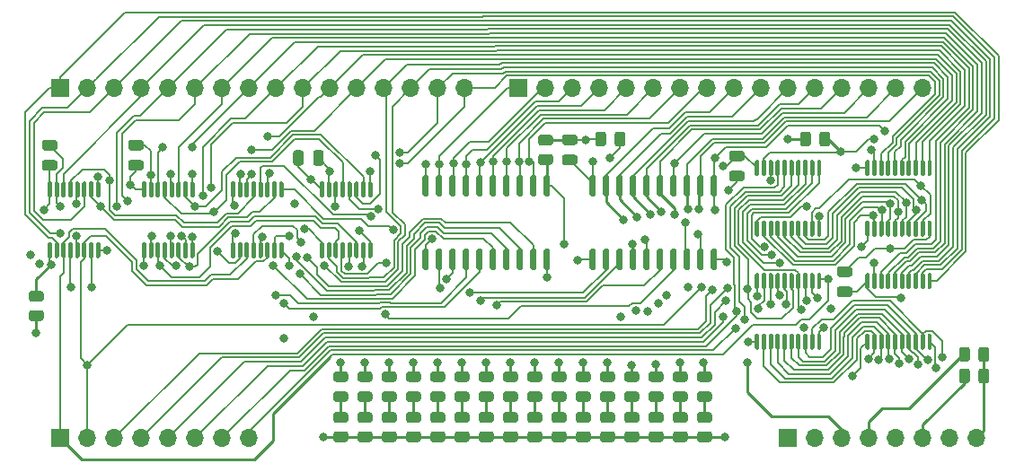
<source format=gbr>
%TF.GenerationSoftware,KiCad,Pcbnew,(5.1.10-1-10_14)*%
%TF.CreationDate,2021-11-14T12:12:58-05:00*%
%TF.ProjectId,transfer-register,7472616e-7366-4657-922d-726567697374,rev?*%
%TF.SameCoordinates,Original*%
%TF.FileFunction,Copper,L1,Top*%
%TF.FilePolarity,Positive*%
%FSLAX46Y46*%
G04 Gerber Fmt 4.6, Leading zero omitted, Abs format (unit mm)*
G04 Created by KiCad (PCBNEW (5.1.10-1-10_14)) date 2021-11-14 12:12:58*
%MOMM*%
%LPD*%
G01*
G04 APERTURE LIST*
%TA.AperFunction,ComponentPad*%
%ADD10O,1.700000X1.700000*%
%TD*%
%TA.AperFunction,ComponentPad*%
%ADD11R,1.700000X1.700000*%
%TD*%
%TA.AperFunction,ViaPad*%
%ADD12C,0.800000*%
%TD*%
%TA.AperFunction,Conductor*%
%ADD13C,0.250000*%
%TD*%
%TA.AperFunction,Conductor*%
%ADD14C,0.200000*%
%TD*%
G04 APERTURE END LIST*
%TO.P,R22,2*%
%TO.N,~ASSERT_ADDRESS*%
%TA.AperFunction,SMDPad,CuDef*%
G36*
G01*
X134220000Y-95307999D02*
X134220000Y-96208001D01*
G75*
G02*
X133970001Y-96458000I-249999J0D01*
G01*
X133444999Y-96458000D01*
G75*
G02*
X133195000Y-96208001I0J249999D01*
G01*
X133195000Y-95307999D01*
G75*
G02*
X133444999Y-95058000I249999J0D01*
G01*
X133970001Y-95058000D01*
G75*
G02*
X134220000Y-95307999I0J-249999D01*
G01*
G37*
%TD.AperFunction*%
%TO.P,R22,1*%
%TO.N,VCC*%
%TA.AperFunction,SMDPad,CuDef*%
G36*
G01*
X136045000Y-95307999D02*
X136045000Y-96208001D01*
G75*
G02*
X135795001Y-96458000I-249999J0D01*
G01*
X135269999Y-96458000D01*
G75*
G02*
X135020000Y-96208001I0J249999D01*
G01*
X135020000Y-95307999D01*
G75*
G02*
X135269999Y-95058000I249999J0D01*
G01*
X135795001Y-95058000D01*
G75*
G02*
X136045000Y-95307999I0J-249999D01*
G01*
G37*
%TD.AperFunction*%
%TD*%
%TO.P,R21,2*%
%TO.N,~ASSERT_MSB_MAIN*%
%TA.AperFunction,SMDPad,CuDef*%
G36*
G01*
X120034000Y-73856001D02*
X120034000Y-72955999D01*
G75*
G02*
X120283999Y-72706000I249999J0D01*
G01*
X120809001Y-72706000D01*
G75*
G02*
X121059000Y-72955999I0J-249999D01*
G01*
X121059000Y-73856001D01*
G75*
G02*
X120809001Y-74106000I-249999J0D01*
G01*
X120283999Y-74106000D01*
G75*
G02*
X120034000Y-73856001I0J249999D01*
G01*
G37*
%TD.AperFunction*%
%TO.P,R21,1*%
%TO.N,VCC*%
%TA.AperFunction,SMDPad,CuDef*%
G36*
G01*
X118209000Y-73856001D02*
X118209000Y-72955999D01*
G75*
G02*
X118458999Y-72706000I249999J0D01*
G01*
X118984001Y-72706000D01*
G75*
G02*
X119234000Y-72955999I0J-249999D01*
G01*
X119234000Y-73856001D01*
G75*
G02*
X118984001Y-74106000I-249999J0D01*
G01*
X118458999Y-74106000D01*
G75*
G02*
X118209000Y-73856001I0J249999D01*
G01*
G37*
%TD.AperFunction*%
%TD*%
%TO.P,R20,2*%
%TO.N,~ASSERT_LSB_MAIN*%
%TA.AperFunction,SMDPad,CuDef*%
G36*
G01*
X134220000Y-93275999D02*
X134220000Y-94176001D01*
G75*
G02*
X133970001Y-94426000I-249999J0D01*
G01*
X133444999Y-94426000D01*
G75*
G02*
X133195000Y-94176001I0J249999D01*
G01*
X133195000Y-93275999D01*
G75*
G02*
X133444999Y-93026000I249999J0D01*
G01*
X133970001Y-93026000D01*
G75*
G02*
X134220000Y-93275999I0J-249999D01*
G01*
G37*
%TD.AperFunction*%
%TO.P,R20,1*%
%TO.N,VCC*%
%TA.AperFunction,SMDPad,CuDef*%
G36*
G01*
X136045000Y-93275999D02*
X136045000Y-94176001D01*
G75*
G02*
X135795001Y-94426000I-249999J0D01*
G01*
X135269999Y-94426000D01*
G75*
G02*
X135020000Y-94176001I0J249999D01*
G01*
X135020000Y-93275999D01*
G75*
G02*
X135269999Y-93026000I249999J0D01*
G01*
X135795001Y-93026000D01*
G75*
G02*
X136045000Y-93275999I0J-249999D01*
G01*
G37*
%TD.AperFunction*%
%TD*%
%TO.P,R19,2*%
%TO.N,LATCH_MSB*%
%TA.AperFunction,SMDPad,CuDef*%
G36*
G01*
X100730000Y-73856001D02*
X100730000Y-72955999D01*
G75*
G02*
X100979999Y-72706000I249999J0D01*
G01*
X101505001Y-72706000D01*
G75*
G02*
X101755000Y-72955999I0J-249999D01*
G01*
X101755000Y-73856001D01*
G75*
G02*
X101505001Y-74106000I-249999J0D01*
G01*
X100979999Y-74106000D01*
G75*
G02*
X100730000Y-73856001I0J249999D01*
G01*
G37*
%TD.AperFunction*%
%TO.P,R19,1*%
%TO.N,GND*%
%TA.AperFunction,SMDPad,CuDef*%
G36*
G01*
X98905000Y-73856001D02*
X98905000Y-72955999D01*
G75*
G02*
X99154999Y-72706000I249999J0D01*
G01*
X99680001Y-72706000D01*
G75*
G02*
X99930000Y-72955999I0J-249999D01*
G01*
X99930000Y-73856001D01*
G75*
G02*
X99680001Y-74106000I-249999J0D01*
G01*
X99154999Y-74106000D01*
G75*
G02*
X98905000Y-73856001I0J249999D01*
G01*
G37*
%TD.AperFunction*%
%TD*%
%TO.P,R18,2*%
%TO.N,LATCH_LSB*%
%TA.AperFunction,SMDPad,CuDef*%
G36*
G01*
X93783999Y-74822000D02*
X94684001Y-74822000D01*
G75*
G02*
X94934000Y-75071999I0J-249999D01*
G01*
X94934000Y-75597001D01*
G75*
G02*
X94684001Y-75847000I-249999J0D01*
G01*
X93783999Y-75847000D01*
G75*
G02*
X93534000Y-75597001I0J249999D01*
G01*
X93534000Y-75071999D01*
G75*
G02*
X93783999Y-74822000I249999J0D01*
G01*
G37*
%TD.AperFunction*%
%TO.P,R18,1*%
%TO.N,GND*%
%TA.AperFunction,SMDPad,CuDef*%
G36*
G01*
X93783999Y-72997000D02*
X94684001Y-72997000D01*
G75*
G02*
X94934000Y-73246999I0J-249999D01*
G01*
X94934000Y-73772001D01*
G75*
G02*
X94684001Y-74022000I-249999J0D01*
G01*
X93783999Y-74022000D01*
G75*
G02*
X93534000Y-73772001I0J249999D01*
G01*
X93534000Y-73246999D01*
G75*
G02*
X93783999Y-72997000I249999J0D01*
G01*
G37*
%TD.AperFunction*%
%TD*%
%TO.P,R17,2*%
%TO.N,BUS_SELECT*%
%TA.AperFunction,SMDPad,CuDef*%
G36*
G01*
X46678001Y-88754000D02*
X45777999Y-88754000D01*
G75*
G02*
X45528000Y-88504001I0J249999D01*
G01*
X45528000Y-87978999D01*
G75*
G02*
X45777999Y-87729000I249999J0D01*
G01*
X46678001Y-87729000D01*
G75*
G02*
X46928000Y-87978999I0J-249999D01*
G01*
X46928000Y-88504001D01*
G75*
G02*
X46678001Y-88754000I-249999J0D01*
G01*
G37*
%TD.AperFunction*%
%TO.P,R17,1*%
%TO.N,GND*%
%TA.AperFunction,SMDPad,CuDef*%
G36*
G01*
X46678001Y-90579000D02*
X45777999Y-90579000D01*
G75*
G02*
X45528000Y-90329001I0J249999D01*
G01*
X45528000Y-89803999D01*
G75*
G02*
X45777999Y-89554000I249999J0D01*
G01*
X46678001Y-89554000D01*
G75*
G02*
X46928000Y-89803999I0J-249999D01*
G01*
X46928000Y-90329001D01*
G75*
G02*
X46678001Y-90579000I-249999J0D01*
G01*
G37*
%TD.AperFunction*%
%TD*%
%TO.P,U7,20*%
%TO.N,VCC*%
%TA.AperFunction,SMDPad,CuDef*%
G36*
G01*
X114269000Y-76869000D02*
X114069000Y-76869000D01*
G75*
G02*
X113969000Y-76769000I0J100000D01*
G01*
X113969000Y-75494000D01*
G75*
G02*
X114069000Y-75394000I100000J0D01*
G01*
X114269000Y-75394000D01*
G75*
G02*
X114369000Y-75494000I0J-100000D01*
G01*
X114369000Y-76769000D01*
G75*
G02*
X114269000Y-76869000I-100000J0D01*
G01*
G37*
%TD.AperFunction*%
%TO.P,U7,19*%
%TO.N,~ASSERT_MSB_MAIN*%
%TA.AperFunction,SMDPad,CuDef*%
G36*
G01*
X114919000Y-76869000D02*
X114719000Y-76869000D01*
G75*
G02*
X114619000Y-76769000I0J100000D01*
G01*
X114619000Y-75494000D01*
G75*
G02*
X114719000Y-75394000I100000J0D01*
G01*
X114919000Y-75394000D01*
G75*
G02*
X115019000Y-75494000I0J-100000D01*
G01*
X115019000Y-76769000D01*
G75*
G02*
X114919000Y-76869000I-100000J0D01*
G01*
G37*
%TD.AperFunction*%
%TO.P,U7,18*%
%TO.N,BUS7*%
%TA.AperFunction,SMDPad,CuDef*%
G36*
G01*
X115569000Y-76869000D02*
X115369000Y-76869000D01*
G75*
G02*
X115269000Y-76769000I0J100000D01*
G01*
X115269000Y-75494000D01*
G75*
G02*
X115369000Y-75394000I100000J0D01*
G01*
X115569000Y-75394000D01*
G75*
G02*
X115669000Y-75494000I0J-100000D01*
G01*
X115669000Y-76769000D01*
G75*
G02*
X115569000Y-76869000I-100000J0D01*
G01*
G37*
%TD.AperFunction*%
%TO.P,U7,17*%
%TO.N,BUS6*%
%TA.AperFunction,SMDPad,CuDef*%
G36*
G01*
X116219000Y-76869000D02*
X116019000Y-76869000D01*
G75*
G02*
X115919000Y-76769000I0J100000D01*
G01*
X115919000Y-75494000D01*
G75*
G02*
X116019000Y-75394000I100000J0D01*
G01*
X116219000Y-75394000D01*
G75*
G02*
X116319000Y-75494000I0J-100000D01*
G01*
X116319000Y-76769000D01*
G75*
G02*
X116219000Y-76869000I-100000J0D01*
G01*
G37*
%TD.AperFunction*%
%TO.P,U7,16*%
%TO.N,BUS5*%
%TA.AperFunction,SMDPad,CuDef*%
G36*
G01*
X116869000Y-76869000D02*
X116669000Y-76869000D01*
G75*
G02*
X116569000Y-76769000I0J100000D01*
G01*
X116569000Y-75494000D01*
G75*
G02*
X116669000Y-75394000I100000J0D01*
G01*
X116869000Y-75394000D01*
G75*
G02*
X116969000Y-75494000I0J-100000D01*
G01*
X116969000Y-76769000D01*
G75*
G02*
X116869000Y-76869000I-100000J0D01*
G01*
G37*
%TD.AperFunction*%
%TO.P,U7,15*%
%TO.N,BUS4*%
%TA.AperFunction,SMDPad,CuDef*%
G36*
G01*
X117519000Y-76869000D02*
X117319000Y-76869000D01*
G75*
G02*
X117219000Y-76769000I0J100000D01*
G01*
X117219000Y-75494000D01*
G75*
G02*
X117319000Y-75394000I100000J0D01*
G01*
X117519000Y-75394000D01*
G75*
G02*
X117619000Y-75494000I0J-100000D01*
G01*
X117619000Y-76769000D01*
G75*
G02*
X117519000Y-76869000I-100000J0D01*
G01*
G37*
%TD.AperFunction*%
%TO.P,U7,14*%
%TO.N,BUS3*%
%TA.AperFunction,SMDPad,CuDef*%
G36*
G01*
X118169000Y-76869000D02*
X117969000Y-76869000D01*
G75*
G02*
X117869000Y-76769000I0J100000D01*
G01*
X117869000Y-75494000D01*
G75*
G02*
X117969000Y-75394000I100000J0D01*
G01*
X118169000Y-75394000D01*
G75*
G02*
X118269000Y-75494000I0J-100000D01*
G01*
X118269000Y-76769000D01*
G75*
G02*
X118169000Y-76869000I-100000J0D01*
G01*
G37*
%TD.AperFunction*%
%TO.P,U7,13*%
%TO.N,BUS2*%
%TA.AperFunction,SMDPad,CuDef*%
G36*
G01*
X118819000Y-76869000D02*
X118619000Y-76869000D01*
G75*
G02*
X118519000Y-76769000I0J100000D01*
G01*
X118519000Y-75494000D01*
G75*
G02*
X118619000Y-75394000I100000J0D01*
G01*
X118819000Y-75394000D01*
G75*
G02*
X118919000Y-75494000I0J-100000D01*
G01*
X118919000Y-76769000D01*
G75*
G02*
X118819000Y-76869000I-100000J0D01*
G01*
G37*
%TD.AperFunction*%
%TO.P,U7,12*%
%TO.N,BUS1*%
%TA.AperFunction,SMDPad,CuDef*%
G36*
G01*
X119469000Y-76869000D02*
X119269000Y-76869000D01*
G75*
G02*
X119169000Y-76769000I0J100000D01*
G01*
X119169000Y-75494000D01*
G75*
G02*
X119269000Y-75394000I100000J0D01*
G01*
X119469000Y-75394000D01*
G75*
G02*
X119569000Y-75494000I0J-100000D01*
G01*
X119569000Y-76769000D01*
G75*
G02*
X119469000Y-76869000I-100000J0D01*
G01*
G37*
%TD.AperFunction*%
%TO.P,U7,11*%
%TO.N,BUS0*%
%TA.AperFunction,SMDPad,CuDef*%
G36*
G01*
X120119000Y-76869000D02*
X119919000Y-76869000D01*
G75*
G02*
X119819000Y-76769000I0J100000D01*
G01*
X119819000Y-75494000D01*
G75*
G02*
X119919000Y-75394000I100000J0D01*
G01*
X120119000Y-75394000D01*
G75*
G02*
X120219000Y-75494000I0J-100000D01*
G01*
X120219000Y-76769000D01*
G75*
G02*
X120119000Y-76869000I-100000J0D01*
G01*
G37*
%TD.AperFunction*%
%TO.P,U7,10*%
%TO.N,GND*%
%TA.AperFunction,SMDPad,CuDef*%
G36*
G01*
X120119000Y-82594000D02*
X119919000Y-82594000D01*
G75*
G02*
X119819000Y-82494000I0J100000D01*
G01*
X119819000Y-81219000D01*
G75*
G02*
X119919000Y-81119000I100000J0D01*
G01*
X120119000Y-81119000D01*
G75*
G02*
X120219000Y-81219000I0J-100000D01*
G01*
X120219000Y-82494000D01*
G75*
G02*
X120119000Y-82594000I-100000J0D01*
G01*
G37*
%TD.AperFunction*%
%TO.P,U7,9*%
%TO.N,TX_REG_8*%
%TA.AperFunction,SMDPad,CuDef*%
G36*
G01*
X119469000Y-82594000D02*
X119269000Y-82594000D01*
G75*
G02*
X119169000Y-82494000I0J100000D01*
G01*
X119169000Y-81219000D01*
G75*
G02*
X119269000Y-81119000I100000J0D01*
G01*
X119469000Y-81119000D01*
G75*
G02*
X119569000Y-81219000I0J-100000D01*
G01*
X119569000Y-82494000D01*
G75*
G02*
X119469000Y-82594000I-100000J0D01*
G01*
G37*
%TD.AperFunction*%
%TO.P,U7,8*%
%TO.N,TX_REG_9*%
%TA.AperFunction,SMDPad,CuDef*%
G36*
G01*
X118819000Y-82594000D02*
X118619000Y-82594000D01*
G75*
G02*
X118519000Y-82494000I0J100000D01*
G01*
X118519000Y-81219000D01*
G75*
G02*
X118619000Y-81119000I100000J0D01*
G01*
X118819000Y-81119000D01*
G75*
G02*
X118919000Y-81219000I0J-100000D01*
G01*
X118919000Y-82494000D01*
G75*
G02*
X118819000Y-82594000I-100000J0D01*
G01*
G37*
%TD.AperFunction*%
%TO.P,U7,7*%
%TO.N,TX_REG_10*%
%TA.AperFunction,SMDPad,CuDef*%
G36*
G01*
X118169000Y-82594000D02*
X117969000Y-82594000D01*
G75*
G02*
X117869000Y-82494000I0J100000D01*
G01*
X117869000Y-81219000D01*
G75*
G02*
X117969000Y-81119000I100000J0D01*
G01*
X118169000Y-81119000D01*
G75*
G02*
X118269000Y-81219000I0J-100000D01*
G01*
X118269000Y-82494000D01*
G75*
G02*
X118169000Y-82594000I-100000J0D01*
G01*
G37*
%TD.AperFunction*%
%TO.P,U7,6*%
%TO.N,TX_REG_11*%
%TA.AperFunction,SMDPad,CuDef*%
G36*
G01*
X117519000Y-82594000D02*
X117319000Y-82594000D01*
G75*
G02*
X117219000Y-82494000I0J100000D01*
G01*
X117219000Y-81219000D01*
G75*
G02*
X117319000Y-81119000I100000J0D01*
G01*
X117519000Y-81119000D01*
G75*
G02*
X117619000Y-81219000I0J-100000D01*
G01*
X117619000Y-82494000D01*
G75*
G02*
X117519000Y-82594000I-100000J0D01*
G01*
G37*
%TD.AperFunction*%
%TO.P,U7,5*%
%TO.N,TX_REG_12*%
%TA.AperFunction,SMDPad,CuDef*%
G36*
G01*
X116869000Y-82594000D02*
X116669000Y-82594000D01*
G75*
G02*
X116569000Y-82494000I0J100000D01*
G01*
X116569000Y-81219000D01*
G75*
G02*
X116669000Y-81119000I100000J0D01*
G01*
X116869000Y-81119000D01*
G75*
G02*
X116969000Y-81219000I0J-100000D01*
G01*
X116969000Y-82494000D01*
G75*
G02*
X116869000Y-82594000I-100000J0D01*
G01*
G37*
%TD.AperFunction*%
%TO.P,U7,4*%
%TO.N,TX_REG_13*%
%TA.AperFunction,SMDPad,CuDef*%
G36*
G01*
X116219000Y-82594000D02*
X116019000Y-82594000D01*
G75*
G02*
X115919000Y-82494000I0J100000D01*
G01*
X115919000Y-81219000D01*
G75*
G02*
X116019000Y-81119000I100000J0D01*
G01*
X116219000Y-81119000D01*
G75*
G02*
X116319000Y-81219000I0J-100000D01*
G01*
X116319000Y-82494000D01*
G75*
G02*
X116219000Y-82594000I-100000J0D01*
G01*
G37*
%TD.AperFunction*%
%TO.P,U7,3*%
%TO.N,TX_REG_14*%
%TA.AperFunction,SMDPad,CuDef*%
G36*
G01*
X115569000Y-82594000D02*
X115369000Y-82594000D01*
G75*
G02*
X115269000Y-82494000I0J100000D01*
G01*
X115269000Y-81219000D01*
G75*
G02*
X115369000Y-81119000I100000J0D01*
G01*
X115569000Y-81119000D01*
G75*
G02*
X115669000Y-81219000I0J-100000D01*
G01*
X115669000Y-82494000D01*
G75*
G02*
X115569000Y-82594000I-100000J0D01*
G01*
G37*
%TD.AperFunction*%
%TO.P,U7,2*%
%TO.N,TX_REG_15*%
%TA.AperFunction,SMDPad,CuDef*%
G36*
G01*
X114919000Y-82594000D02*
X114719000Y-82594000D01*
G75*
G02*
X114619000Y-82494000I0J100000D01*
G01*
X114619000Y-81219000D01*
G75*
G02*
X114719000Y-81119000I100000J0D01*
G01*
X114919000Y-81119000D01*
G75*
G02*
X115019000Y-81219000I0J-100000D01*
G01*
X115019000Y-82494000D01*
G75*
G02*
X114919000Y-82594000I-100000J0D01*
G01*
G37*
%TD.AperFunction*%
%TO.P,U7,1*%
%TO.N,VCC*%
%TA.AperFunction,SMDPad,CuDef*%
G36*
G01*
X114269000Y-82594000D02*
X114069000Y-82594000D01*
G75*
G02*
X113969000Y-82494000I0J100000D01*
G01*
X113969000Y-81219000D01*
G75*
G02*
X114069000Y-81119000I100000J0D01*
G01*
X114269000Y-81119000D01*
G75*
G02*
X114369000Y-81219000I0J-100000D01*
G01*
X114369000Y-82494000D01*
G75*
G02*
X114269000Y-82594000I-100000J0D01*
G01*
G37*
%TD.AperFunction*%
%TD*%
%TO.P,R16,2*%
%TO.N,GND*%
%TA.AperFunction,SMDPad,CuDef*%
G36*
G01*
X108769999Y-100984000D02*
X109670001Y-100984000D01*
G75*
G02*
X109920000Y-101233999I0J-249999D01*
G01*
X109920000Y-101759001D01*
G75*
G02*
X109670001Y-102009000I-249999J0D01*
G01*
X108769999Y-102009000D01*
G75*
G02*
X108520000Y-101759001I0J249999D01*
G01*
X108520000Y-101233999D01*
G75*
G02*
X108769999Y-100984000I249999J0D01*
G01*
G37*
%TD.AperFunction*%
%TO.P,R16,1*%
%TO.N,Net-(D16-Pad1)*%
%TA.AperFunction,SMDPad,CuDef*%
G36*
G01*
X108769999Y-99159000D02*
X109670001Y-99159000D01*
G75*
G02*
X109920000Y-99408999I0J-249999D01*
G01*
X109920000Y-99934001D01*
G75*
G02*
X109670001Y-100184000I-249999J0D01*
G01*
X108769999Y-100184000D01*
G75*
G02*
X108520000Y-99934001I0J249999D01*
G01*
X108520000Y-99408999D01*
G75*
G02*
X108769999Y-99159000I249999J0D01*
G01*
G37*
%TD.AperFunction*%
%TD*%
%TO.P,R15,2*%
%TO.N,GND*%
%TA.AperFunction,SMDPad,CuDef*%
G36*
G01*
X106483999Y-100984000D02*
X107384001Y-100984000D01*
G75*
G02*
X107634000Y-101233999I0J-249999D01*
G01*
X107634000Y-101759001D01*
G75*
G02*
X107384001Y-102009000I-249999J0D01*
G01*
X106483999Y-102009000D01*
G75*
G02*
X106234000Y-101759001I0J249999D01*
G01*
X106234000Y-101233999D01*
G75*
G02*
X106483999Y-100984000I249999J0D01*
G01*
G37*
%TD.AperFunction*%
%TO.P,R15,1*%
%TO.N,Net-(D15-Pad1)*%
%TA.AperFunction,SMDPad,CuDef*%
G36*
G01*
X106483999Y-99159000D02*
X107384001Y-99159000D01*
G75*
G02*
X107634000Y-99408999I0J-249999D01*
G01*
X107634000Y-99934001D01*
G75*
G02*
X107384001Y-100184000I-249999J0D01*
G01*
X106483999Y-100184000D01*
G75*
G02*
X106234000Y-99934001I0J249999D01*
G01*
X106234000Y-99408999D01*
G75*
G02*
X106483999Y-99159000I249999J0D01*
G01*
G37*
%TD.AperFunction*%
%TD*%
%TO.P,R14,2*%
%TO.N,GND*%
%TA.AperFunction,SMDPad,CuDef*%
G36*
G01*
X104197999Y-100984000D02*
X105098001Y-100984000D01*
G75*
G02*
X105348000Y-101233999I0J-249999D01*
G01*
X105348000Y-101759001D01*
G75*
G02*
X105098001Y-102009000I-249999J0D01*
G01*
X104197999Y-102009000D01*
G75*
G02*
X103948000Y-101759001I0J249999D01*
G01*
X103948000Y-101233999D01*
G75*
G02*
X104197999Y-100984000I249999J0D01*
G01*
G37*
%TD.AperFunction*%
%TO.P,R14,1*%
%TO.N,Net-(D14-Pad1)*%
%TA.AperFunction,SMDPad,CuDef*%
G36*
G01*
X104197999Y-99159000D02*
X105098001Y-99159000D01*
G75*
G02*
X105348000Y-99408999I0J-249999D01*
G01*
X105348000Y-99934001D01*
G75*
G02*
X105098001Y-100184000I-249999J0D01*
G01*
X104197999Y-100184000D01*
G75*
G02*
X103948000Y-99934001I0J249999D01*
G01*
X103948000Y-99408999D01*
G75*
G02*
X104197999Y-99159000I249999J0D01*
G01*
G37*
%TD.AperFunction*%
%TD*%
%TO.P,R13,2*%
%TO.N,GND*%
%TA.AperFunction,SMDPad,CuDef*%
G36*
G01*
X101911999Y-100984000D02*
X102812001Y-100984000D01*
G75*
G02*
X103062000Y-101233999I0J-249999D01*
G01*
X103062000Y-101759001D01*
G75*
G02*
X102812001Y-102009000I-249999J0D01*
G01*
X101911999Y-102009000D01*
G75*
G02*
X101662000Y-101759001I0J249999D01*
G01*
X101662000Y-101233999D01*
G75*
G02*
X101911999Y-100984000I249999J0D01*
G01*
G37*
%TD.AperFunction*%
%TO.P,R13,1*%
%TO.N,Net-(D13-Pad1)*%
%TA.AperFunction,SMDPad,CuDef*%
G36*
G01*
X101911999Y-99159000D02*
X102812001Y-99159000D01*
G75*
G02*
X103062000Y-99408999I0J-249999D01*
G01*
X103062000Y-99934001D01*
G75*
G02*
X102812001Y-100184000I-249999J0D01*
G01*
X101911999Y-100184000D01*
G75*
G02*
X101662000Y-99934001I0J249999D01*
G01*
X101662000Y-99408999D01*
G75*
G02*
X101911999Y-99159000I249999J0D01*
G01*
G37*
%TD.AperFunction*%
%TD*%
%TO.P,R12,2*%
%TO.N,GND*%
%TA.AperFunction,SMDPad,CuDef*%
G36*
G01*
X99625999Y-100984000D02*
X100526001Y-100984000D01*
G75*
G02*
X100776000Y-101233999I0J-249999D01*
G01*
X100776000Y-101759001D01*
G75*
G02*
X100526001Y-102009000I-249999J0D01*
G01*
X99625999Y-102009000D01*
G75*
G02*
X99376000Y-101759001I0J249999D01*
G01*
X99376000Y-101233999D01*
G75*
G02*
X99625999Y-100984000I249999J0D01*
G01*
G37*
%TD.AperFunction*%
%TO.P,R12,1*%
%TO.N,Net-(D12-Pad1)*%
%TA.AperFunction,SMDPad,CuDef*%
G36*
G01*
X99625999Y-99159000D02*
X100526001Y-99159000D01*
G75*
G02*
X100776000Y-99408999I0J-249999D01*
G01*
X100776000Y-99934001D01*
G75*
G02*
X100526001Y-100184000I-249999J0D01*
G01*
X99625999Y-100184000D01*
G75*
G02*
X99376000Y-99934001I0J249999D01*
G01*
X99376000Y-99408999D01*
G75*
G02*
X99625999Y-99159000I249999J0D01*
G01*
G37*
%TD.AperFunction*%
%TD*%
%TO.P,R11,2*%
%TO.N,GND*%
%TA.AperFunction,SMDPad,CuDef*%
G36*
G01*
X97339999Y-100984000D02*
X98240001Y-100984000D01*
G75*
G02*
X98490000Y-101233999I0J-249999D01*
G01*
X98490000Y-101759001D01*
G75*
G02*
X98240001Y-102009000I-249999J0D01*
G01*
X97339999Y-102009000D01*
G75*
G02*
X97090000Y-101759001I0J249999D01*
G01*
X97090000Y-101233999D01*
G75*
G02*
X97339999Y-100984000I249999J0D01*
G01*
G37*
%TD.AperFunction*%
%TO.P,R11,1*%
%TO.N,Net-(D11-Pad1)*%
%TA.AperFunction,SMDPad,CuDef*%
G36*
G01*
X97339999Y-99159000D02*
X98240001Y-99159000D01*
G75*
G02*
X98490000Y-99408999I0J-249999D01*
G01*
X98490000Y-99934001D01*
G75*
G02*
X98240001Y-100184000I-249999J0D01*
G01*
X97339999Y-100184000D01*
G75*
G02*
X97090000Y-99934001I0J249999D01*
G01*
X97090000Y-99408999D01*
G75*
G02*
X97339999Y-99159000I249999J0D01*
G01*
G37*
%TD.AperFunction*%
%TD*%
%TO.P,R10,2*%
%TO.N,GND*%
%TA.AperFunction,SMDPad,CuDef*%
G36*
G01*
X95053999Y-100984000D02*
X95954001Y-100984000D01*
G75*
G02*
X96204000Y-101233999I0J-249999D01*
G01*
X96204000Y-101759001D01*
G75*
G02*
X95954001Y-102009000I-249999J0D01*
G01*
X95053999Y-102009000D01*
G75*
G02*
X94804000Y-101759001I0J249999D01*
G01*
X94804000Y-101233999D01*
G75*
G02*
X95053999Y-100984000I249999J0D01*
G01*
G37*
%TD.AperFunction*%
%TO.P,R10,1*%
%TO.N,Net-(D10-Pad1)*%
%TA.AperFunction,SMDPad,CuDef*%
G36*
G01*
X95053999Y-99159000D02*
X95954001Y-99159000D01*
G75*
G02*
X96204000Y-99408999I0J-249999D01*
G01*
X96204000Y-99934001D01*
G75*
G02*
X95954001Y-100184000I-249999J0D01*
G01*
X95053999Y-100184000D01*
G75*
G02*
X94804000Y-99934001I0J249999D01*
G01*
X94804000Y-99408999D01*
G75*
G02*
X95053999Y-99159000I249999J0D01*
G01*
G37*
%TD.AperFunction*%
%TD*%
%TO.P,R9,2*%
%TO.N,GND*%
%TA.AperFunction,SMDPad,CuDef*%
G36*
G01*
X92767999Y-100984000D02*
X93668001Y-100984000D01*
G75*
G02*
X93918000Y-101233999I0J-249999D01*
G01*
X93918000Y-101759001D01*
G75*
G02*
X93668001Y-102009000I-249999J0D01*
G01*
X92767999Y-102009000D01*
G75*
G02*
X92518000Y-101759001I0J249999D01*
G01*
X92518000Y-101233999D01*
G75*
G02*
X92767999Y-100984000I249999J0D01*
G01*
G37*
%TD.AperFunction*%
%TO.P,R9,1*%
%TO.N,Net-(D9-Pad1)*%
%TA.AperFunction,SMDPad,CuDef*%
G36*
G01*
X92767999Y-99159000D02*
X93668001Y-99159000D01*
G75*
G02*
X93918000Y-99408999I0J-249999D01*
G01*
X93918000Y-99934001D01*
G75*
G02*
X93668001Y-100184000I-249999J0D01*
G01*
X92767999Y-100184000D01*
G75*
G02*
X92518000Y-99934001I0J249999D01*
G01*
X92518000Y-99408999D01*
G75*
G02*
X92767999Y-99159000I249999J0D01*
G01*
G37*
%TD.AperFunction*%
%TD*%
%TO.P,R8,2*%
%TO.N,GND*%
%TA.AperFunction,SMDPad,CuDef*%
G36*
G01*
X90481999Y-100984000D02*
X91382001Y-100984000D01*
G75*
G02*
X91632000Y-101233999I0J-249999D01*
G01*
X91632000Y-101759001D01*
G75*
G02*
X91382001Y-102009000I-249999J0D01*
G01*
X90481999Y-102009000D01*
G75*
G02*
X90232000Y-101759001I0J249999D01*
G01*
X90232000Y-101233999D01*
G75*
G02*
X90481999Y-100984000I249999J0D01*
G01*
G37*
%TD.AperFunction*%
%TO.P,R8,1*%
%TO.N,Net-(D8-Pad1)*%
%TA.AperFunction,SMDPad,CuDef*%
G36*
G01*
X90481999Y-99159000D02*
X91382001Y-99159000D01*
G75*
G02*
X91632000Y-99408999I0J-249999D01*
G01*
X91632000Y-99934001D01*
G75*
G02*
X91382001Y-100184000I-249999J0D01*
G01*
X90481999Y-100184000D01*
G75*
G02*
X90232000Y-99934001I0J249999D01*
G01*
X90232000Y-99408999D01*
G75*
G02*
X90481999Y-99159000I249999J0D01*
G01*
G37*
%TD.AperFunction*%
%TD*%
%TO.P,R7,2*%
%TO.N,GND*%
%TA.AperFunction,SMDPad,CuDef*%
G36*
G01*
X88195999Y-100984000D02*
X89096001Y-100984000D01*
G75*
G02*
X89346000Y-101233999I0J-249999D01*
G01*
X89346000Y-101759001D01*
G75*
G02*
X89096001Y-102009000I-249999J0D01*
G01*
X88195999Y-102009000D01*
G75*
G02*
X87946000Y-101759001I0J249999D01*
G01*
X87946000Y-101233999D01*
G75*
G02*
X88195999Y-100984000I249999J0D01*
G01*
G37*
%TD.AperFunction*%
%TO.P,R7,1*%
%TO.N,Net-(D7-Pad1)*%
%TA.AperFunction,SMDPad,CuDef*%
G36*
G01*
X88195999Y-99159000D02*
X89096001Y-99159000D01*
G75*
G02*
X89346000Y-99408999I0J-249999D01*
G01*
X89346000Y-99934001D01*
G75*
G02*
X89096001Y-100184000I-249999J0D01*
G01*
X88195999Y-100184000D01*
G75*
G02*
X87946000Y-99934001I0J249999D01*
G01*
X87946000Y-99408999D01*
G75*
G02*
X88195999Y-99159000I249999J0D01*
G01*
G37*
%TD.AperFunction*%
%TD*%
%TO.P,R6,2*%
%TO.N,GND*%
%TA.AperFunction,SMDPad,CuDef*%
G36*
G01*
X85909999Y-100984000D02*
X86810001Y-100984000D01*
G75*
G02*
X87060000Y-101233999I0J-249999D01*
G01*
X87060000Y-101759001D01*
G75*
G02*
X86810001Y-102009000I-249999J0D01*
G01*
X85909999Y-102009000D01*
G75*
G02*
X85660000Y-101759001I0J249999D01*
G01*
X85660000Y-101233999D01*
G75*
G02*
X85909999Y-100984000I249999J0D01*
G01*
G37*
%TD.AperFunction*%
%TO.P,R6,1*%
%TO.N,Net-(D6-Pad1)*%
%TA.AperFunction,SMDPad,CuDef*%
G36*
G01*
X85909999Y-99159000D02*
X86810001Y-99159000D01*
G75*
G02*
X87060000Y-99408999I0J-249999D01*
G01*
X87060000Y-99934001D01*
G75*
G02*
X86810001Y-100184000I-249999J0D01*
G01*
X85909999Y-100184000D01*
G75*
G02*
X85660000Y-99934001I0J249999D01*
G01*
X85660000Y-99408999D01*
G75*
G02*
X85909999Y-99159000I249999J0D01*
G01*
G37*
%TD.AperFunction*%
%TD*%
%TO.P,R5,2*%
%TO.N,GND*%
%TA.AperFunction,SMDPad,CuDef*%
G36*
G01*
X83623999Y-100984000D02*
X84524001Y-100984000D01*
G75*
G02*
X84774000Y-101233999I0J-249999D01*
G01*
X84774000Y-101759001D01*
G75*
G02*
X84524001Y-102009000I-249999J0D01*
G01*
X83623999Y-102009000D01*
G75*
G02*
X83374000Y-101759001I0J249999D01*
G01*
X83374000Y-101233999D01*
G75*
G02*
X83623999Y-100984000I249999J0D01*
G01*
G37*
%TD.AperFunction*%
%TO.P,R5,1*%
%TO.N,Net-(D5-Pad1)*%
%TA.AperFunction,SMDPad,CuDef*%
G36*
G01*
X83623999Y-99159000D02*
X84524001Y-99159000D01*
G75*
G02*
X84774000Y-99408999I0J-249999D01*
G01*
X84774000Y-99934001D01*
G75*
G02*
X84524001Y-100184000I-249999J0D01*
G01*
X83623999Y-100184000D01*
G75*
G02*
X83374000Y-99934001I0J249999D01*
G01*
X83374000Y-99408999D01*
G75*
G02*
X83623999Y-99159000I249999J0D01*
G01*
G37*
%TD.AperFunction*%
%TD*%
%TO.P,R4,2*%
%TO.N,GND*%
%TA.AperFunction,SMDPad,CuDef*%
G36*
G01*
X81337999Y-100984000D02*
X82238001Y-100984000D01*
G75*
G02*
X82488000Y-101233999I0J-249999D01*
G01*
X82488000Y-101759001D01*
G75*
G02*
X82238001Y-102009000I-249999J0D01*
G01*
X81337999Y-102009000D01*
G75*
G02*
X81088000Y-101759001I0J249999D01*
G01*
X81088000Y-101233999D01*
G75*
G02*
X81337999Y-100984000I249999J0D01*
G01*
G37*
%TD.AperFunction*%
%TO.P,R4,1*%
%TO.N,Net-(D4-Pad1)*%
%TA.AperFunction,SMDPad,CuDef*%
G36*
G01*
X81337999Y-99159000D02*
X82238001Y-99159000D01*
G75*
G02*
X82488000Y-99408999I0J-249999D01*
G01*
X82488000Y-99934001D01*
G75*
G02*
X82238001Y-100184000I-249999J0D01*
G01*
X81337999Y-100184000D01*
G75*
G02*
X81088000Y-99934001I0J249999D01*
G01*
X81088000Y-99408999D01*
G75*
G02*
X81337999Y-99159000I249999J0D01*
G01*
G37*
%TD.AperFunction*%
%TD*%
%TO.P,R3,2*%
%TO.N,GND*%
%TA.AperFunction,SMDPad,CuDef*%
G36*
G01*
X79051999Y-100984000D02*
X79952001Y-100984000D01*
G75*
G02*
X80202000Y-101233999I0J-249999D01*
G01*
X80202000Y-101759001D01*
G75*
G02*
X79952001Y-102009000I-249999J0D01*
G01*
X79051999Y-102009000D01*
G75*
G02*
X78802000Y-101759001I0J249999D01*
G01*
X78802000Y-101233999D01*
G75*
G02*
X79051999Y-100984000I249999J0D01*
G01*
G37*
%TD.AperFunction*%
%TO.P,R3,1*%
%TO.N,Net-(D3-Pad1)*%
%TA.AperFunction,SMDPad,CuDef*%
G36*
G01*
X79051999Y-99159000D02*
X79952001Y-99159000D01*
G75*
G02*
X80202000Y-99408999I0J-249999D01*
G01*
X80202000Y-99934001D01*
G75*
G02*
X79952001Y-100184000I-249999J0D01*
G01*
X79051999Y-100184000D01*
G75*
G02*
X78802000Y-99934001I0J249999D01*
G01*
X78802000Y-99408999D01*
G75*
G02*
X79051999Y-99159000I249999J0D01*
G01*
G37*
%TD.AperFunction*%
%TD*%
%TO.P,R2,2*%
%TO.N,GND*%
%TA.AperFunction,SMDPad,CuDef*%
G36*
G01*
X76765999Y-100984000D02*
X77666001Y-100984000D01*
G75*
G02*
X77916000Y-101233999I0J-249999D01*
G01*
X77916000Y-101759001D01*
G75*
G02*
X77666001Y-102009000I-249999J0D01*
G01*
X76765999Y-102009000D01*
G75*
G02*
X76516000Y-101759001I0J249999D01*
G01*
X76516000Y-101233999D01*
G75*
G02*
X76765999Y-100984000I249999J0D01*
G01*
G37*
%TD.AperFunction*%
%TO.P,R2,1*%
%TO.N,Net-(D2-Pad1)*%
%TA.AperFunction,SMDPad,CuDef*%
G36*
G01*
X76765999Y-99159000D02*
X77666001Y-99159000D01*
G75*
G02*
X77916000Y-99408999I0J-249999D01*
G01*
X77916000Y-99934001D01*
G75*
G02*
X77666001Y-100184000I-249999J0D01*
G01*
X76765999Y-100184000D01*
G75*
G02*
X76516000Y-99934001I0J249999D01*
G01*
X76516000Y-99408999D01*
G75*
G02*
X76765999Y-99159000I249999J0D01*
G01*
G37*
%TD.AperFunction*%
%TD*%
%TO.P,R1,2*%
%TO.N,GND*%
%TA.AperFunction,SMDPad,CuDef*%
G36*
G01*
X74479999Y-100984000D02*
X75380001Y-100984000D01*
G75*
G02*
X75630000Y-101233999I0J-249999D01*
G01*
X75630000Y-101759001D01*
G75*
G02*
X75380001Y-102009000I-249999J0D01*
G01*
X74479999Y-102009000D01*
G75*
G02*
X74230000Y-101759001I0J249999D01*
G01*
X74230000Y-101233999D01*
G75*
G02*
X74479999Y-100984000I249999J0D01*
G01*
G37*
%TD.AperFunction*%
%TO.P,R1,1*%
%TO.N,Net-(D1-Pad1)*%
%TA.AperFunction,SMDPad,CuDef*%
G36*
G01*
X74479999Y-99159000D02*
X75380001Y-99159000D01*
G75*
G02*
X75630000Y-99408999I0J-249999D01*
G01*
X75630000Y-99934001D01*
G75*
G02*
X75380001Y-100184000I-249999J0D01*
G01*
X74479999Y-100184000D01*
G75*
G02*
X74230000Y-99934001I0J249999D01*
G01*
X74230000Y-99408999D01*
G75*
G02*
X74479999Y-99159000I249999J0D01*
G01*
G37*
%TD.AperFunction*%
%TD*%
%TO.P,D16,2*%
%TO.N,TX_REG_0*%
%TA.AperFunction,SMDPad,CuDef*%
G36*
G01*
X109676250Y-96324000D02*
X108763750Y-96324000D01*
G75*
G02*
X108520000Y-96080250I0J243750D01*
G01*
X108520000Y-95592750D01*
G75*
G02*
X108763750Y-95349000I243750J0D01*
G01*
X109676250Y-95349000D01*
G75*
G02*
X109920000Y-95592750I0J-243750D01*
G01*
X109920000Y-96080250D01*
G75*
G02*
X109676250Y-96324000I-243750J0D01*
G01*
G37*
%TD.AperFunction*%
%TO.P,D16,1*%
%TO.N,Net-(D16-Pad1)*%
%TA.AperFunction,SMDPad,CuDef*%
G36*
G01*
X109676250Y-98199000D02*
X108763750Y-98199000D01*
G75*
G02*
X108520000Y-97955250I0J243750D01*
G01*
X108520000Y-97467750D01*
G75*
G02*
X108763750Y-97224000I243750J0D01*
G01*
X109676250Y-97224000D01*
G75*
G02*
X109920000Y-97467750I0J-243750D01*
G01*
X109920000Y-97955250D01*
G75*
G02*
X109676250Y-98199000I-243750J0D01*
G01*
G37*
%TD.AperFunction*%
%TD*%
%TO.P,D15,2*%
%TO.N,TX_REG_1*%
%TA.AperFunction,SMDPad,CuDef*%
G36*
G01*
X107390250Y-96324000D02*
X106477750Y-96324000D01*
G75*
G02*
X106234000Y-96080250I0J243750D01*
G01*
X106234000Y-95592750D01*
G75*
G02*
X106477750Y-95349000I243750J0D01*
G01*
X107390250Y-95349000D01*
G75*
G02*
X107634000Y-95592750I0J-243750D01*
G01*
X107634000Y-96080250D01*
G75*
G02*
X107390250Y-96324000I-243750J0D01*
G01*
G37*
%TD.AperFunction*%
%TO.P,D15,1*%
%TO.N,Net-(D15-Pad1)*%
%TA.AperFunction,SMDPad,CuDef*%
G36*
G01*
X107390250Y-98199000D02*
X106477750Y-98199000D01*
G75*
G02*
X106234000Y-97955250I0J243750D01*
G01*
X106234000Y-97467750D01*
G75*
G02*
X106477750Y-97224000I243750J0D01*
G01*
X107390250Y-97224000D01*
G75*
G02*
X107634000Y-97467750I0J-243750D01*
G01*
X107634000Y-97955250D01*
G75*
G02*
X107390250Y-98199000I-243750J0D01*
G01*
G37*
%TD.AperFunction*%
%TD*%
%TO.P,D14,2*%
%TO.N,TX_REG_2*%
%TA.AperFunction,SMDPad,CuDef*%
G36*
G01*
X105104250Y-96324000D02*
X104191750Y-96324000D01*
G75*
G02*
X103948000Y-96080250I0J243750D01*
G01*
X103948000Y-95592750D01*
G75*
G02*
X104191750Y-95349000I243750J0D01*
G01*
X105104250Y-95349000D01*
G75*
G02*
X105348000Y-95592750I0J-243750D01*
G01*
X105348000Y-96080250D01*
G75*
G02*
X105104250Y-96324000I-243750J0D01*
G01*
G37*
%TD.AperFunction*%
%TO.P,D14,1*%
%TO.N,Net-(D14-Pad1)*%
%TA.AperFunction,SMDPad,CuDef*%
G36*
G01*
X105104250Y-98199000D02*
X104191750Y-98199000D01*
G75*
G02*
X103948000Y-97955250I0J243750D01*
G01*
X103948000Y-97467750D01*
G75*
G02*
X104191750Y-97224000I243750J0D01*
G01*
X105104250Y-97224000D01*
G75*
G02*
X105348000Y-97467750I0J-243750D01*
G01*
X105348000Y-97955250D01*
G75*
G02*
X105104250Y-98199000I-243750J0D01*
G01*
G37*
%TD.AperFunction*%
%TD*%
%TO.P,D13,2*%
%TO.N,TX_REG_3*%
%TA.AperFunction,SMDPad,CuDef*%
G36*
G01*
X102818250Y-96324000D02*
X101905750Y-96324000D01*
G75*
G02*
X101662000Y-96080250I0J243750D01*
G01*
X101662000Y-95592750D01*
G75*
G02*
X101905750Y-95349000I243750J0D01*
G01*
X102818250Y-95349000D01*
G75*
G02*
X103062000Y-95592750I0J-243750D01*
G01*
X103062000Y-96080250D01*
G75*
G02*
X102818250Y-96324000I-243750J0D01*
G01*
G37*
%TD.AperFunction*%
%TO.P,D13,1*%
%TO.N,Net-(D13-Pad1)*%
%TA.AperFunction,SMDPad,CuDef*%
G36*
G01*
X102818250Y-98199000D02*
X101905750Y-98199000D01*
G75*
G02*
X101662000Y-97955250I0J243750D01*
G01*
X101662000Y-97467750D01*
G75*
G02*
X101905750Y-97224000I243750J0D01*
G01*
X102818250Y-97224000D01*
G75*
G02*
X103062000Y-97467750I0J-243750D01*
G01*
X103062000Y-97955250D01*
G75*
G02*
X102818250Y-98199000I-243750J0D01*
G01*
G37*
%TD.AperFunction*%
%TD*%
%TO.P,D12,2*%
%TO.N,TX_REG_4*%
%TA.AperFunction,SMDPad,CuDef*%
G36*
G01*
X100532250Y-96324000D02*
X99619750Y-96324000D01*
G75*
G02*
X99376000Y-96080250I0J243750D01*
G01*
X99376000Y-95592750D01*
G75*
G02*
X99619750Y-95349000I243750J0D01*
G01*
X100532250Y-95349000D01*
G75*
G02*
X100776000Y-95592750I0J-243750D01*
G01*
X100776000Y-96080250D01*
G75*
G02*
X100532250Y-96324000I-243750J0D01*
G01*
G37*
%TD.AperFunction*%
%TO.P,D12,1*%
%TO.N,Net-(D12-Pad1)*%
%TA.AperFunction,SMDPad,CuDef*%
G36*
G01*
X100532250Y-98199000D02*
X99619750Y-98199000D01*
G75*
G02*
X99376000Y-97955250I0J243750D01*
G01*
X99376000Y-97467750D01*
G75*
G02*
X99619750Y-97224000I243750J0D01*
G01*
X100532250Y-97224000D01*
G75*
G02*
X100776000Y-97467750I0J-243750D01*
G01*
X100776000Y-97955250D01*
G75*
G02*
X100532250Y-98199000I-243750J0D01*
G01*
G37*
%TD.AperFunction*%
%TD*%
%TO.P,D11,2*%
%TO.N,TX_REG_5*%
%TA.AperFunction,SMDPad,CuDef*%
G36*
G01*
X98246250Y-96324000D02*
X97333750Y-96324000D01*
G75*
G02*
X97090000Y-96080250I0J243750D01*
G01*
X97090000Y-95592750D01*
G75*
G02*
X97333750Y-95349000I243750J0D01*
G01*
X98246250Y-95349000D01*
G75*
G02*
X98490000Y-95592750I0J-243750D01*
G01*
X98490000Y-96080250D01*
G75*
G02*
X98246250Y-96324000I-243750J0D01*
G01*
G37*
%TD.AperFunction*%
%TO.P,D11,1*%
%TO.N,Net-(D11-Pad1)*%
%TA.AperFunction,SMDPad,CuDef*%
G36*
G01*
X98246250Y-98199000D02*
X97333750Y-98199000D01*
G75*
G02*
X97090000Y-97955250I0J243750D01*
G01*
X97090000Y-97467750D01*
G75*
G02*
X97333750Y-97224000I243750J0D01*
G01*
X98246250Y-97224000D01*
G75*
G02*
X98490000Y-97467750I0J-243750D01*
G01*
X98490000Y-97955250D01*
G75*
G02*
X98246250Y-98199000I-243750J0D01*
G01*
G37*
%TD.AperFunction*%
%TD*%
%TO.P,D10,2*%
%TO.N,TX_REG_6*%
%TA.AperFunction,SMDPad,CuDef*%
G36*
G01*
X95960250Y-96324000D02*
X95047750Y-96324000D01*
G75*
G02*
X94804000Y-96080250I0J243750D01*
G01*
X94804000Y-95592750D01*
G75*
G02*
X95047750Y-95349000I243750J0D01*
G01*
X95960250Y-95349000D01*
G75*
G02*
X96204000Y-95592750I0J-243750D01*
G01*
X96204000Y-96080250D01*
G75*
G02*
X95960250Y-96324000I-243750J0D01*
G01*
G37*
%TD.AperFunction*%
%TO.P,D10,1*%
%TO.N,Net-(D10-Pad1)*%
%TA.AperFunction,SMDPad,CuDef*%
G36*
G01*
X95960250Y-98199000D02*
X95047750Y-98199000D01*
G75*
G02*
X94804000Y-97955250I0J243750D01*
G01*
X94804000Y-97467750D01*
G75*
G02*
X95047750Y-97224000I243750J0D01*
G01*
X95960250Y-97224000D01*
G75*
G02*
X96204000Y-97467750I0J-243750D01*
G01*
X96204000Y-97955250D01*
G75*
G02*
X95960250Y-98199000I-243750J0D01*
G01*
G37*
%TD.AperFunction*%
%TD*%
%TO.P,D9,2*%
%TO.N,TX_REG_7*%
%TA.AperFunction,SMDPad,CuDef*%
G36*
G01*
X93674250Y-96324000D02*
X92761750Y-96324000D01*
G75*
G02*
X92518000Y-96080250I0J243750D01*
G01*
X92518000Y-95592750D01*
G75*
G02*
X92761750Y-95349000I243750J0D01*
G01*
X93674250Y-95349000D01*
G75*
G02*
X93918000Y-95592750I0J-243750D01*
G01*
X93918000Y-96080250D01*
G75*
G02*
X93674250Y-96324000I-243750J0D01*
G01*
G37*
%TD.AperFunction*%
%TO.P,D9,1*%
%TO.N,Net-(D9-Pad1)*%
%TA.AperFunction,SMDPad,CuDef*%
G36*
G01*
X93674250Y-98199000D02*
X92761750Y-98199000D01*
G75*
G02*
X92518000Y-97955250I0J243750D01*
G01*
X92518000Y-97467750D01*
G75*
G02*
X92761750Y-97224000I243750J0D01*
G01*
X93674250Y-97224000D01*
G75*
G02*
X93918000Y-97467750I0J-243750D01*
G01*
X93918000Y-97955250D01*
G75*
G02*
X93674250Y-98199000I-243750J0D01*
G01*
G37*
%TD.AperFunction*%
%TD*%
%TO.P,D8,2*%
%TO.N,TX_REG_8*%
%TA.AperFunction,SMDPad,CuDef*%
G36*
G01*
X91388250Y-96324000D02*
X90475750Y-96324000D01*
G75*
G02*
X90232000Y-96080250I0J243750D01*
G01*
X90232000Y-95592750D01*
G75*
G02*
X90475750Y-95349000I243750J0D01*
G01*
X91388250Y-95349000D01*
G75*
G02*
X91632000Y-95592750I0J-243750D01*
G01*
X91632000Y-96080250D01*
G75*
G02*
X91388250Y-96324000I-243750J0D01*
G01*
G37*
%TD.AperFunction*%
%TO.P,D8,1*%
%TO.N,Net-(D8-Pad1)*%
%TA.AperFunction,SMDPad,CuDef*%
G36*
G01*
X91388250Y-98199000D02*
X90475750Y-98199000D01*
G75*
G02*
X90232000Y-97955250I0J243750D01*
G01*
X90232000Y-97467750D01*
G75*
G02*
X90475750Y-97224000I243750J0D01*
G01*
X91388250Y-97224000D01*
G75*
G02*
X91632000Y-97467750I0J-243750D01*
G01*
X91632000Y-97955250D01*
G75*
G02*
X91388250Y-98199000I-243750J0D01*
G01*
G37*
%TD.AperFunction*%
%TD*%
%TO.P,D7,2*%
%TO.N,TX_REG_9*%
%TA.AperFunction,SMDPad,CuDef*%
G36*
G01*
X89102250Y-96324000D02*
X88189750Y-96324000D01*
G75*
G02*
X87946000Y-96080250I0J243750D01*
G01*
X87946000Y-95592750D01*
G75*
G02*
X88189750Y-95349000I243750J0D01*
G01*
X89102250Y-95349000D01*
G75*
G02*
X89346000Y-95592750I0J-243750D01*
G01*
X89346000Y-96080250D01*
G75*
G02*
X89102250Y-96324000I-243750J0D01*
G01*
G37*
%TD.AperFunction*%
%TO.P,D7,1*%
%TO.N,Net-(D7-Pad1)*%
%TA.AperFunction,SMDPad,CuDef*%
G36*
G01*
X89102250Y-98199000D02*
X88189750Y-98199000D01*
G75*
G02*
X87946000Y-97955250I0J243750D01*
G01*
X87946000Y-97467750D01*
G75*
G02*
X88189750Y-97224000I243750J0D01*
G01*
X89102250Y-97224000D01*
G75*
G02*
X89346000Y-97467750I0J-243750D01*
G01*
X89346000Y-97955250D01*
G75*
G02*
X89102250Y-98199000I-243750J0D01*
G01*
G37*
%TD.AperFunction*%
%TD*%
%TO.P,D6,2*%
%TO.N,TX_REG_10*%
%TA.AperFunction,SMDPad,CuDef*%
G36*
G01*
X86816250Y-96324000D02*
X85903750Y-96324000D01*
G75*
G02*
X85660000Y-96080250I0J243750D01*
G01*
X85660000Y-95592750D01*
G75*
G02*
X85903750Y-95349000I243750J0D01*
G01*
X86816250Y-95349000D01*
G75*
G02*
X87060000Y-95592750I0J-243750D01*
G01*
X87060000Y-96080250D01*
G75*
G02*
X86816250Y-96324000I-243750J0D01*
G01*
G37*
%TD.AperFunction*%
%TO.P,D6,1*%
%TO.N,Net-(D6-Pad1)*%
%TA.AperFunction,SMDPad,CuDef*%
G36*
G01*
X86816250Y-98199000D02*
X85903750Y-98199000D01*
G75*
G02*
X85660000Y-97955250I0J243750D01*
G01*
X85660000Y-97467750D01*
G75*
G02*
X85903750Y-97224000I243750J0D01*
G01*
X86816250Y-97224000D01*
G75*
G02*
X87060000Y-97467750I0J-243750D01*
G01*
X87060000Y-97955250D01*
G75*
G02*
X86816250Y-98199000I-243750J0D01*
G01*
G37*
%TD.AperFunction*%
%TD*%
%TO.P,D5,2*%
%TO.N,TX_REG_11*%
%TA.AperFunction,SMDPad,CuDef*%
G36*
G01*
X84530250Y-96324000D02*
X83617750Y-96324000D01*
G75*
G02*
X83374000Y-96080250I0J243750D01*
G01*
X83374000Y-95592750D01*
G75*
G02*
X83617750Y-95349000I243750J0D01*
G01*
X84530250Y-95349000D01*
G75*
G02*
X84774000Y-95592750I0J-243750D01*
G01*
X84774000Y-96080250D01*
G75*
G02*
X84530250Y-96324000I-243750J0D01*
G01*
G37*
%TD.AperFunction*%
%TO.P,D5,1*%
%TO.N,Net-(D5-Pad1)*%
%TA.AperFunction,SMDPad,CuDef*%
G36*
G01*
X84530250Y-98199000D02*
X83617750Y-98199000D01*
G75*
G02*
X83374000Y-97955250I0J243750D01*
G01*
X83374000Y-97467750D01*
G75*
G02*
X83617750Y-97224000I243750J0D01*
G01*
X84530250Y-97224000D01*
G75*
G02*
X84774000Y-97467750I0J-243750D01*
G01*
X84774000Y-97955250D01*
G75*
G02*
X84530250Y-98199000I-243750J0D01*
G01*
G37*
%TD.AperFunction*%
%TD*%
%TO.P,D4,2*%
%TO.N,TX_REG_12*%
%TA.AperFunction,SMDPad,CuDef*%
G36*
G01*
X82244250Y-96324000D02*
X81331750Y-96324000D01*
G75*
G02*
X81088000Y-96080250I0J243750D01*
G01*
X81088000Y-95592750D01*
G75*
G02*
X81331750Y-95349000I243750J0D01*
G01*
X82244250Y-95349000D01*
G75*
G02*
X82488000Y-95592750I0J-243750D01*
G01*
X82488000Y-96080250D01*
G75*
G02*
X82244250Y-96324000I-243750J0D01*
G01*
G37*
%TD.AperFunction*%
%TO.P,D4,1*%
%TO.N,Net-(D4-Pad1)*%
%TA.AperFunction,SMDPad,CuDef*%
G36*
G01*
X82244250Y-98199000D02*
X81331750Y-98199000D01*
G75*
G02*
X81088000Y-97955250I0J243750D01*
G01*
X81088000Y-97467750D01*
G75*
G02*
X81331750Y-97224000I243750J0D01*
G01*
X82244250Y-97224000D01*
G75*
G02*
X82488000Y-97467750I0J-243750D01*
G01*
X82488000Y-97955250D01*
G75*
G02*
X82244250Y-98199000I-243750J0D01*
G01*
G37*
%TD.AperFunction*%
%TD*%
%TO.P,D3,2*%
%TO.N,TX_REG_13*%
%TA.AperFunction,SMDPad,CuDef*%
G36*
G01*
X79958250Y-96324000D02*
X79045750Y-96324000D01*
G75*
G02*
X78802000Y-96080250I0J243750D01*
G01*
X78802000Y-95592750D01*
G75*
G02*
X79045750Y-95349000I243750J0D01*
G01*
X79958250Y-95349000D01*
G75*
G02*
X80202000Y-95592750I0J-243750D01*
G01*
X80202000Y-96080250D01*
G75*
G02*
X79958250Y-96324000I-243750J0D01*
G01*
G37*
%TD.AperFunction*%
%TO.P,D3,1*%
%TO.N,Net-(D3-Pad1)*%
%TA.AperFunction,SMDPad,CuDef*%
G36*
G01*
X79958250Y-98199000D02*
X79045750Y-98199000D01*
G75*
G02*
X78802000Y-97955250I0J243750D01*
G01*
X78802000Y-97467750D01*
G75*
G02*
X79045750Y-97224000I243750J0D01*
G01*
X79958250Y-97224000D01*
G75*
G02*
X80202000Y-97467750I0J-243750D01*
G01*
X80202000Y-97955250D01*
G75*
G02*
X79958250Y-98199000I-243750J0D01*
G01*
G37*
%TD.AperFunction*%
%TD*%
%TO.P,D2,2*%
%TO.N,TX_REG_14*%
%TA.AperFunction,SMDPad,CuDef*%
G36*
G01*
X77672250Y-96324000D02*
X76759750Y-96324000D01*
G75*
G02*
X76516000Y-96080250I0J243750D01*
G01*
X76516000Y-95592750D01*
G75*
G02*
X76759750Y-95349000I243750J0D01*
G01*
X77672250Y-95349000D01*
G75*
G02*
X77916000Y-95592750I0J-243750D01*
G01*
X77916000Y-96080250D01*
G75*
G02*
X77672250Y-96324000I-243750J0D01*
G01*
G37*
%TD.AperFunction*%
%TO.P,D2,1*%
%TO.N,Net-(D2-Pad1)*%
%TA.AperFunction,SMDPad,CuDef*%
G36*
G01*
X77672250Y-98199000D02*
X76759750Y-98199000D01*
G75*
G02*
X76516000Y-97955250I0J243750D01*
G01*
X76516000Y-97467750D01*
G75*
G02*
X76759750Y-97224000I243750J0D01*
G01*
X77672250Y-97224000D01*
G75*
G02*
X77916000Y-97467750I0J-243750D01*
G01*
X77916000Y-97955250D01*
G75*
G02*
X77672250Y-98199000I-243750J0D01*
G01*
G37*
%TD.AperFunction*%
%TD*%
%TO.P,D1,2*%
%TO.N,TX_REG_15*%
%TA.AperFunction,SMDPad,CuDef*%
G36*
G01*
X75386250Y-96324000D02*
X74473750Y-96324000D01*
G75*
G02*
X74230000Y-96080250I0J243750D01*
G01*
X74230000Y-95592750D01*
G75*
G02*
X74473750Y-95349000I243750J0D01*
G01*
X75386250Y-95349000D01*
G75*
G02*
X75630000Y-95592750I0J-243750D01*
G01*
X75630000Y-96080250D01*
G75*
G02*
X75386250Y-96324000I-243750J0D01*
G01*
G37*
%TD.AperFunction*%
%TO.P,D1,1*%
%TO.N,Net-(D1-Pad1)*%
%TA.AperFunction,SMDPad,CuDef*%
G36*
G01*
X75386250Y-98199000D02*
X74473750Y-98199000D01*
G75*
G02*
X74230000Y-97955250I0J243750D01*
G01*
X74230000Y-97467750D01*
G75*
G02*
X74473750Y-97224000I243750J0D01*
G01*
X75386250Y-97224000D01*
G75*
G02*
X75630000Y-97467750I0J-243750D01*
G01*
X75630000Y-97955250D01*
G75*
G02*
X75386250Y-98199000I-243750J0D01*
G01*
G37*
%TD.AperFunction*%
%TD*%
%TO.P,C6,2*%
%TO.N,GND*%
%TA.AperFunction,SMDPad,CuDef*%
G36*
G01*
X96995000Y-73972000D02*
X96045000Y-73972000D01*
G75*
G02*
X95795000Y-73722000I0J250000D01*
G01*
X95795000Y-73222000D01*
G75*
G02*
X96045000Y-72972000I250000J0D01*
G01*
X96995000Y-72972000D01*
G75*
G02*
X97245000Y-73222000I0J-250000D01*
G01*
X97245000Y-73722000D01*
G75*
G02*
X96995000Y-73972000I-250000J0D01*
G01*
G37*
%TD.AperFunction*%
%TO.P,C6,1*%
%TO.N,VCC*%
%TA.AperFunction,SMDPad,CuDef*%
G36*
G01*
X96995000Y-75872000D02*
X96045000Y-75872000D01*
G75*
G02*
X95795000Y-75622000I0J250000D01*
G01*
X95795000Y-75122000D01*
G75*
G02*
X96045000Y-74872000I250000J0D01*
G01*
X96995000Y-74872000D01*
G75*
G02*
X97245000Y-75122000I0J-250000D01*
G01*
X97245000Y-75622000D01*
G75*
G02*
X96995000Y-75872000I-250000J0D01*
G01*
G37*
%TD.AperFunction*%
%TD*%
%TO.P,C5,2*%
%TO.N,GND*%
%TA.AperFunction,SMDPad,CuDef*%
G36*
G01*
X111793000Y-76396000D02*
X112743000Y-76396000D01*
G75*
G02*
X112993000Y-76646000I0J-250000D01*
G01*
X112993000Y-77146000D01*
G75*
G02*
X112743000Y-77396000I-250000J0D01*
G01*
X111793000Y-77396000D01*
G75*
G02*
X111543000Y-77146000I0J250000D01*
G01*
X111543000Y-76646000D01*
G75*
G02*
X111793000Y-76396000I250000J0D01*
G01*
G37*
%TD.AperFunction*%
%TO.P,C5,1*%
%TO.N,VCC*%
%TA.AperFunction,SMDPad,CuDef*%
G36*
G01*
X111793000Y-74496000D02*
X112743000Y-74496000D01*
G75*
G02*
X112993000Y-74746000I0J-250000D01*
G01*
X112993000Y-75246000D01*
G75*
G02*
X112743000Y-75496000I-250000J0D01*
G01*
X111793000Y-75496000D01*
G75*
G02*
X111543000Y-75246000I0J250000D01*
G01*
X111543000Y-74746000D01*
G75*
G02*
X111793000Y-74496000I250000J0D01*
G01*
G37*
%TD.AperFunction*%
%TD*%
%TO.P,C4,2*%
%TO.N,GND*%
%TA.AperFunction,SMDPad,CuDef*%
G36*
G01*
X122903000Y-86418000D02*
X121953000Y-86418000D01*
G75*
G02*
X121703000Y-86168000I0J250000D01*
G01*
X121703000Y-85668000D01*
G75*
G02*
X121953000Y-85418000I250000J0D01*
G01*
X122903000Y-85418000D01*
G75*
G02*
X123153000Y-85668000I0J-250000D01*
G01*
X123153000Y-86168000D01*
G75*
G02*
X122903000Y-86418000I-250000J0D01*
G01*
G37*
%TD.AperFunction*%
%TO.P,C4,1*%
%TO.N,VCC*%
%TA.AperFunction,SMDPad,CuDef*%
G36*
G01*
X122903000Y-88318000D02*
X121953000Y-88318000D01*
G75*
G02*
X121703000Y-88068000I0J250000D01*
G01*
X121703000Y-87568000D01*
G75*
G02*
X121953000Y-87318000I250000J0D01*
G01*
X122903000Y-87318000D01*
G75*
G02*
X123153000Y-87568000I0J-250000D01*
G01*
X123153000Y-88068000D01*
G75*
G02*
X122903000Y-88318000I-250000J0D01*
G01*
G37*
%TD.AperFunction*%
%TD*%
%TO.P,C3,2*%
%TO.N,GND*%
%TA.AperFunction,SMDPad,CuDef*%
G36*
G01*
X72332000Y-75659000D02*
X72332000Y-74709000D01*
G75*
G02*
X72582000Y-74459000I250000J0D01*
G01*
X73082000Y-74459000D01*
G75*
G02*
X73332000Y-74709000I0J-250000D01*
G01*
X73332000Y-75659000D01*
G75*
G02*
X73082000Y-75909000I-250000J0D01*
G01*
X72582000Y-75909000D01*
G75*
G02*
X72332000Y-75659000I0J250000D01*
G01*
G37*
%TD.AperFunction*%
%TO.P,C3,1*%
%TO.N,VCC*%
%TA.AperFunction,SMDPad,CuDef*%
G36*
G01*
X70432000Y-75659000D02*
X70432000Y-74709000D01*
G75*
G02*
X70682000Y-74459000I250000J0D01*
G01*
X71182000Y-74459000D01*
G75*
G02*
X71432000Y-74709000I0J-250000D01*
G01*
X71432000Y-75659000D01*
G75*
G02*
X71182000Y-75909000I-250000J0D01*
G01*
X70682000Y-75909000D01*
G75*
G02*
X70432000Y-75659000I0J250000D01*
G01*
G37*
%TD.AperFunction*%
%TD*%
%TO.P,C2,2*%
%TO.N,GND*%
%TA.AperFunction,SMDPad,CuDef*%
G36*
G01*
X47973000Y-74480000D02*
X47023000Y-74480000D01*
G75*
G02*
X46773000Y-74230000I0J250000D01*
G01*
X46773000Y-73730000D01*
G75*
G02*
X47023000Y-73480000I250000J0D01*
G01*
X47973000Y-73480000D01*
G75*
G02*
X48223000Y-73730000I0J-250000D01*
G01*
X48223000Y-74230000D01*
G75*
G02*
X47973000Y-74480000I-250000J0D01*
G01*
G37*
%TD.AperFunction*%
%TO.P,C2,1*%
%TO.N,VCC*%
%TA.AperFunction,SMDPad,CuDef*%
G36*
G01*
X47973000Y-76380000D02*
X47023000Y-76380000D01*
G75*
G02*
X46773000Y-76130000I0J250000D01*
G01*
X46773000Y-75630000D01*
G75*
G02*
X47023000Y-75380000I250000J0D01*
G01*
X47973000Y-75380000D01*
G75*
G02*
X48223000Y-75630000I0J-250000D01*
G01*
X48223000Y-76130000D01*
G75*
G02*
X47973000Y-76380000I-250000J0D01*
G01*
G37*
%TD.AperFunction*%
%TD*%
%TO.P,C1,2*%
%TO.N,GND*%
%TA.AperFunction,SMDPad,CuDef*%
G36*
G01*
X56101000Y-74480000D02*
X55151000Y-74480000D01*
G75*
G02*
X54901000Y-74230000I0J250000D01*
G01*
X54901000Y-73730000D01*
G75*
G02*
X55151000Y-73480000I250000J0D01*
G01*
X56101000Y-73480000D01*
G75*
G02*
X56351000Y-73730000I0J-250000D01*
G01*
X56351000Y-74230000D01*
G75*
G02*
X56101000Y-74480000I-250000J0D01*
G01*
G37*
%TD.AperFunction*%
%TO.P,C1,1*%
%TO.N,VCC*%
%TA.AperFunction,SMDPad,CuDef*%
G36*
G01*
X56101000Y-76380000D02*
X55151000Y-76380000D01*
G75*
G02*
X54901000Y-76130000I0J250000D01*
G01*
X54901000Y-75630000D01*
G75*
G02*
X55151000Y-75380000I250000J0D01*
G01*
X56101000Y-75380000D01*
G75*
G02*
X56351000Y-75630000I0J-250000D01*
G01*
X56351000Y-76130000D01*
G75*
G02*
X56101000Y-76380000I-250000J0D01*
G01*
G37*
%TD.AperFunction*%
%TD*%
%TO.P,U10,20*%
%TO.N,VCC*%
%TA.AperFunction,SMDPad,CuDef*%
G36*
G01*
X124683000Y-87537000D02*
X124483000Y-87537000D01*
G75*
G02*
X124383000Y-87437000I0J100000D01*
G01*
X124383000Y-86162000D01*
G75*
G02*
X124483000Y-86062000I100000J0D01*
G01*
X124683000Y-86062000D01*
G75*
G02*
X124783000Y-86162000I0J-100000D01*
G01*
X124783000Y-87437000D01*
G75*
G02*
X124683000Y-87537000I-100000J0D01*
G01*
G37*
%TD.AperFunction*%
%TO.P,U10,19*%
%TO.N,~ASSERT_ADDRESS*%
%TA.AperFunction,SMDPad,CuDef*%
G36*
G01*
X125333000Y-87537000D02*
X125133000Y-87537000D01*
G75*
G02*
X125033000Y-87437000I0J100000D01*
G01*
X125033000Y-86162000D01*
G75*
G02*
X125133000Y-86062000I100000J0D01*
G01*
X125333000Y-86062000D01*
G75*
G02*
X125433000Y-86162000I0J-100000D01*
G01*
X125433000Y-87437000D01*
G75*
G02*
X125333000Y-87537000I-100000J0D01*
G01*
G37*
%TD.AperFunction*%
%TO.P,U10,18*%
%TO.N,A7*%
%TA.AperFunction,SMDPad,CuDef*%
G36*
G01*
X125983000Y-87537000D02*
X125783000Y-87537000D01*
G75*
G02*
X125683000Y-87437000I0J100000D01*
G01*
X125683000Y-86162000D01*
G75*
G02*
X125783000Y-86062000I100000J0D01*
G01*
X125983000Y-86062000D01*
G75*
G02*
X126083000Y-86162000I0J-100000D01*
G01*
X126083000Y-87437000D01*
G75*
G02*
X125983000Y-87537000I-100000J0D01*
G01*
G37*
%TD.AperFunction*%
%TO.P,U10,17*%
%TO.N,A6*%
%TA.AperFunction,SMDPad,CuDef*%
G36*
G01*
X126633000Y-87537000D02*
X126433000Y-87537000D01*
G75*
G02*
X126333000Y-87437000I0J100000D01*
G01*
X126333000Y-86162000D01*
G75*
G02*
X126433000Y-86062000I100000J0D01*
G01*
X126633000Y-86062000D01*
G75*
G02*
X126733000Y-86162000I0J-100000D01*
G01*
X126733000Y-87437000D01*
G75*
G02*
X126633000Y-87537000I-100000J0D01*
G01*
G37*
%TD.AperFunction*%
%TO.P,U10,16*%
%TO.N,A5*%
%TA.AperFunction,SMDPad,CuDef*%
G36*
G01*
X127283000Y-87537000D02*
X127083000Y-87537000D01*
G75*
G02*
X126983000Y-87437000I0J100000D01*
G01*
X126983000Y-86162000D01*
G75*
G02*
X127083000Y-86062000I100000J0D01*
G01*
X127283000Y-86062000D01*
G75*
G02*
X127383000Y-86162000I0J-100000D01*
G01*
X127383000Y-87437000D01*
G75*
G02*
X127283000Y-87537000I-100000J0D01*
G01*
G37*
%TD.AperFunction*%
%TO.P,U10,15*%
%TO.N,A4*%
%TA.AperFunction,SMDPad,CuDef*%
G36*
G01*
X127933000Y-87537000D02*
X127733000Y-87537000D01*
G75*
G02*
X127633000Y-87437000I0J100000D01*
G01*
X127633000Y-86162000D01*
G75*
G02*
X127733000Y-86062000I100000J0D01*
G01*
X127933000Y-86062000D01*
G75*
G02*
X128033000Y-86162000I0J-100000D01*
G01*
X128033000Y-87437000D01*
G75*
G02*
X127933000Y-87537000I-100000J0D01*
G01*
G37*
%TD.AperFunction*%
%TO.P,U10,14*%
%TO.N,A3*%
%TA.AperFunction,SMDPad,CuDef*%
G36*
G01*
X128583000Y-87537000D02*
X128383000Y-87537000D01*
G75*
G02*
X128283000Y-87437000I0J100000D01*
G01*
X128283000Y-86162000D01*
G75*
G02*
X128383000Y-86062000I100000J0D01*
G01*
X128583000Y-86062000D01*
G75*
G02*
X128683000Y-86162000I0J-100000D01*
G01*
X128683000Y-87437000D01*
G75*
G02*
X128583000Y-87537000I-100000J0D01*
G01*
G37*
%TD.AperFunction*%
%TO.P,U10,13*%
%TO.N,A2*%
%TA.AperFunction,SMDPad,CuDef*%
G36*
G01*
X129233000Y-87537000D02*
X129033000Y-87537000D01*
G75*
G02*
X128933000Y-87437000I0J100000D01*
G01*
X128933000Y-86162000D01*
G75*
G02*
X129033000Y-86062000I100000J0D01*
G01*
X129233000Y-86062000D01*
G75*
G02*
X129333000Y-86162000I0J-100000D01*
G01*
X129333000Y-87437000D01*
G75*
G02*
X129233000Y-87537000I-100000J0D01*
G01*
G37*
%TD.AperFunction*%
%TO.P,U10,12*%
%TO.N,A1*%
%TA.AperFunction,SMDPad,CuDef*%
G36*
G01*
X129883000Y-87537000D02*
X129683000Y-87537000D01*
G75*
G02*
X129583000Y-87437000I0J100000D01*
G01*
X129583000Y-86162000D01*
G75*
G02*
X129683000Y-86062000I100000J0D01*
G01*
X129883000Y-86062000D01*
G75*
G02*
X129983000Y-86162000I0J-100000D01*
G01*
X129983000Y-87437000D01*
G75*
G02*
X129883000Y-87537000I-100000J0D01*
G01*
G37*
%TD.AperFunction*%
%TO.P,U10,11*%
%TO.N,A0*%
%TA.AperFunction,SMDPad,CuDef*%
G36*
G01*
X130533000Y-87537000D02*
X130333000Y-87537000D01*
G75*
G02*
X130233000Y-87437000I0J100000D01*
G01*
X130233000Y-86162000D01*
G75*
G02*
X130333000Y-86062000I100000J0D01*
G01*
X130533000Y-86062000D01*
G75*
G02*
X130633000Y-86162000I0J-100000D01*
G01*
X130633000Y-87437000D01*
G75*
G02*
X130533000Y-87537000I-100000J0D01*
G01*
G37*
%TD.AperFunction*%
%TO.P,U10,10*%
%TO.N,GND*%
%TA.AperFunction,SMDPad,CuDef*%
G36*
G01*
X130533000Y-93262000D02*
X130333000Y-93262000D01*
G75*
G02*
X130233000Y-93162000I0J100000D01*
G01*
X130233000Y-91887000D01*
G75*
G02*
X130333000Y-91787000I100000J0D01*
G01*
X130533000Y-91787000D01*
G75*
G02*
X130633000Y-91887000I0J-100000D01*
G01*
X130633000Y-93162000D01*
G75*
G02*
X130533000Y-93262000I-100000J0D01*
G01*
G37*
%TD.AperFunction*%
%TO.P,U10,9*%
%TO.N,TX_REG_0*%
%TA.AperFunction,SMDPad,CuDef*%
G36*
G01*
X129883000Y-93262000D02*
X129683000Y-93262000D01*
G75*
G02*
X129583000Y-93162000I0J100000D01*
G01*
X129583000Y-91887000D01*
G75*
G02*
X129683000Y-91787000I100000J0D01*
G01*
X129883000Y-91787000D01*
G75*
G02*
X129983000Y-91887000I0J-100000D01*
G01*
X129983000Y-93162000D01*
G75*
G02*
X129883000Y-93262000I-100000J0D01*
G01*
G37*
%TD.AperFunction*%
%TO.P,U10,8*%
%TO.N,TX_REG_1*%
%TA.AperFunction,SMDPad,CuDef*%
G36*
G01*
X129233000Y-93262000D02*
X129033000Y-93262000D01*
G75*
G02*
X128933000Y-93162000I0J100000D01*
G01*
X128933000Y-91887000D01*
G75*
G02*
X129033000Y-91787000I100000J0D01*
G01*
X129233000Y-91787000D01*
G75*
G02*
X129333000Y-91887000I0J-100000D01*
G01*
X129333000Y-93162000D01*
G75*
G02*
X129233000Y-93262000I-100000J0D01*
G01*
G37*
%TD.AperFunction*%
%TO.P,U10,7*%
%TO.N,TX_REG_2*%
%TA.AperFunction,SMDPad,CuDef*%
G36*
G01*
X128583000Y-93262000D02*
X128383000Y-93262000D01*
G75*
G02*
X128283000Y-93162000I0J100000D01*
G01*
X128283000Y-91887000D01*
G75*
G02*
X128383000Y-91787000I100000J0D01*
G01*
X128583000Y-91787000D01*
G75*
G02*
X128683000Y-91887000I0J-100000D01*
G01*
X128683000Y-93162000D01*
G75*
G02*
X128583000Y-93262000I-100000J0D01*
G01*
G37*
%TD.AperFunction*%
%TO.P,U10,6*%
%TO.N,TX_REG_3*%
%TA.AperFunction,SMDPad,CuDef*%
G36*
G01*
X127933000Y-93262000D02*
X127733000Y-93262000D01*
G75*
G02*
X127633000Y-93162000I0J100000D01*
G01*
X127633000Y-91887000D01*
G75*
G02*
X127733000Y-91787000I100000J0D01*
G01*
X127933000Y-91787000D01*
G75*
G02*
X128033000Y-91887000I0J-100000D01*
G01*
X128033000Y-93162000D01*
G75*
G02*
X127933000Y-93262000I-100000J0D01*
G01*
G37*
%TD.AperFunction*%
%TO.P,U10,5*%
%TO.N,TX_REG_4*%
%TA.AperFunction,SMDPad,CuDef*%
G36*
G01*
X127283000Y-93262000D02*
X127083000Y-93262000D01*
G75*
G02*
X126983000Y-93162000I0J100000D01*
G01*
X126983000Y-91887000D01*
G75*
G02*
X127083000Y-91787000I100000J0D01*
G01*
X127283000Y-91787000D01*
G75*
G02*
X127383000Y-91887000I0J-100000D01*
G01*
X127383000Y-93162000D01*
G75*
G02*
X127283000Y-93262000I-100000J0D01*
G01*
G37*
%TD.AperFunction*%
%TO.P,U10,4*%
%TO.N,TX_REG_5*%
%TA.AperFunction,SMDPad,CuDef*%
G36*
G01*
X126633000Y-93262000D02*
X126433000Y-93262000D01*
G75*
G02*
X126333000Y-93162000I0J100000D01*
G01*
X126333000Y-91887000D01*
G75*
G02*
X126433000Y-91787000I100000J0D01*
G01*
X126633000Y-91787000D01*
G75*
G02*
X126733000Y-91887000I0J-100000D01*
G01*
X126733000Y-93162000D01*
G75*
G02*
X126633000Y-93262000I-100000J0D01*
G01*
G37*
%TD.AperFunction*%
%TO.P,U10,3*%
%TO.N,TX_REG_6*%
%TA.AperFunction,SMDPad,CuDef*%
G36*
G01*
X125983000Y-93262000D02*
X125783000Y-93262000D01*
G75*
G02*
X125683000Y-93162000I0J100000D01*
G01*
X125683000Y-91887000D01*
G75*
G02*
X125783000Y-91787000I100000J0D01*
G01*
X125983000Y-91787000D01*
G75*
G02*
X126083000Y-91887000I0J-100000D01*
G01*
X126083000Y-93162000D01*
G75*
G02*
X125983000Y-93262000I-100000J0D01*
G01*
G37*
%TD.AperFunction*%
%TO.P,U10,2*%
%TO.N,TX_REG_7*%
%TA.AperFunction,SMDPad,CuDef*%
G36*
G01*
X125333000Y-93262000D02*
X125133000Y-93262000D01*
G75*
G02*
X125033000Y-93162000I0J100000D01*
G01*
X125033000Y-91887000D01*
G75*
G02*
X125133000Y-91787000I100000J0D01*
G01*
X125333000Y-91787000D01*
G75*
G02*
X125433000Y-91887000I0J-100000D01*
G01*
X125433000Y-93162000D01*
G75*
G02*
X125333000Y-93262000I-100000J0D01*
G01*
G37*
%TD.AperFunction*%
%TO.P,U10,1*%
%TO.N,VCC*%
%TA.AperFunction,SMDPad,CuDef*%
G36*
G01*
X124683000Y-93262000D02*
X124483000Y-93262000D01*
G75*
G02*
X124383000Y-93162000I0J100000D01*
G01*
X124383000Y-91887000D01*
G75*
G02*
X124483000Y-91787000I100000J0D01*
G01*
X124683000Y-91787000D01*
G75*
G02*
X124783000Y-91887000I0J-100000D01*
G01*
X124783000Y-93162000D01*
G75*
G02*
X124683000Y-93262000I-100000J0D01*
G01*
G37*
%TD.AperFunction*%
%TD*%
%TO.P,U9,20*%
%TO.N,VCC*%
%TA.AperFunction,SMDPad,CuDef*%
G36*
G01*
X114269000Y-87537000D02*
X114069000Y-87537000D01*
G75*
G02*
X113969000Y-87437000I0J100000D01*
G01*
X113969000Y-86162000D01*
G75*
G02*
X114069000Y-86062000I100000J0D01*
G01*
X114269000Y-86062000D01*
G75*
G02*
X114369000Y-86162000I0J-100000D01*
G01*
X114369000Y-87437000D01*
G75*
G02*
X114269000Y-87537000I-100000J0D01*
G01*
G37*
%TD.AperFunction*%
%TO.P,U9,19*%
%TO.N,~ASSERT_LSB_MAIN*%
%TA.AperFunction,SMDPad,CuDef*%
G36*
G01*
X114919000Y-87537000D02*
X114719000Y-87537000D01*
G75*
G02*
X114619000Y-87437000I0J100000D01*
G01*
X114619000Y-86162000D01*
G75*
G02*
X114719000Y-86062000I100000J0D01*
G01*
X114919000Y-86062000D01*
G75*
G02*
X115019000Y-86162000I0J-100000D01*
G01*
X115019000Y-87437000D01*
G75*
G02*
X114919000Y-87537000I-100000J0D01*
G01*
G37*
%TD.AperFunction*%
%TO.P,U9,18*%
%TO.N,BUS7*%
%TA.AperFunction,SMDPad,CuDef*%
G36*
G01*
X115569000Y-87537000D02*
X115369000Y-87537000D01*
G75*
G02*
X115269000Y-87437000I0J100000D01*
G01*
X115269000Y-86162000D01*
G75*
G02*
X115369000Y-86062000I100000J0D01*
G01*
X115569000Y-86062000D01*
G75*
G02*
X115669000Y-86162000I0J-100000D01*
G01*
X115669000Y-87437000D01*
G75*
G02*
X115569000Y-87537000I-100000J0D01*
G01*
G37*
%TD.AperFunction*%
%TO.P,U9,17*%
%TO.N,BUS6*%
%TA.AperFunction,SMDPad,CuDef*%
G36*
G01*
X116219000Y-87537000D02*
X116019000Y-87537000D01*
G75*
G02*
X115919000Y-87437000I0J100000D01*
G01*
X115919000Y-86162000D01*
G75*
G02*
X116019000Y-86062000I100000J0D01*
G01*
X116219000Y-86062000D01*
G75*
G02*
X116319000Y-86162000I0J-100000D01*
G01*
X116319000Y-87437000D01*
G75*
G02*
X116219000Y-87537000I-100000J0D01*
G01*
G37*
%TD.AperFunction*%
%TO.P,U9,16*%
%TO.N,BUS5*%
%TA.AperFunction,SMDPad,CuDef*%
G36*
G01*
X116869000Y-87537000D02*
X116669000Y-87537000D01*
G75*
G02*
X116569000Y-87437000I0J100000D01*
G01*
X116569000Y-86162000D01*
G75*
G02*
X116669000Y-86062000I100000J0D01*
G01*
X116869000Y-86062000D01*
G75*
G02*
X116969000Y-86162000I0J-100000D01*
G01*
X116969000Y-87437000D01*
G75*
G02*
X116869000Y-87537000I-100000J0D01*
G01*
G37*
%TD.AperFunction*%
%TO.P,U9,15*%
%TO.N,BUS4*%
%TA.AperFunction,SMDPad,CuDef*%
G36*
G01*
X117519000Y-87537000D02*
X117319000Y-87537000D01*
G75*
G02*
X117219000Y-87437000I0J100000D01*
G01*
X117219000Y-86162000D01*
G75*
G02*
X117319000Y-86062000I100000J0D01*
G01*
X117519000Y-86062000D01*
G75*
G02*
X117619000Y-86162000I0J-100000D01*
G01*
X117619000Y-87437000D01*
G75*
G02*
X117519000Y-87537000I-100000J0D01*
G01*
G37*
%TD.AperFunction*%
%TO.P,U9,14*%
%TO.N,BUS3*%
%TA.AperFunction,SMDPad,CuDef*%
G36*
G01*
X118169000Y-87537000D02*
X117969000Y-87537000D01*
G75*
G02*
X117869000Y-87437000I0J100000D01*
G01*
X117869000Y-86162000D01*
G75*
G02*
X117969000Y-86062000I100000J0D01*
G01*
X118169000Y-86062000D01*
G75*
G02*
X118269000Y-86162000I0J-100000D01*
G01*
X118269000Y-87437000D01*
G75*
G02*
X118169000Y-87537000I-100000J0D01*
G01*
G37*
%TD.AperFunction*%
%TO.P,U9,13*%
%TO.N,BUS2*%
%TA.AperFunction,SMDPad,CuDef*%
G36*
G01*
X118819000Y-87537000D02*
X118619000Y-87537000D01*
G75*
G02*
X118519000Y-87437000I0J100000D01*
G01*
X118519000Y-86162000D01*
G75*
G02*
X118619000Y-86062000I100000J0D01*
G01*
X118819000Y-86062000D01*
G75*
G02*
X118919000Y-86162000I0J-100000D01*
G01*
X118919000Y-87437000D01*
G75*
G02*
X118819000Y-87537000I-100000J0D01*
G01*
G37*
%TD.AperFunction*%
%TO.P,U9,12*%
%TO.N,BUS1*%
%TA.AperFunction,SMDPad,CuDef*%
G36*
G01*
X119469000Y-87537000D02*
X119269000Y-87537000D01*
G75*
G02*
X119169000Y-87437000I0J100000D01*
G01*
X119169000Y-86162000D01*
G75*
G02*
X119269000Y-86062000I100000J0D01*
G01*
X119469000Y-86062000D01*
G75*
G02*
X119569000Y-86162000I0J-100000D01*
G01*
X119569000Y-87437000D01*
G75*
G02*
X119469000Y-87537000I-100000J0D01*
G01*
G37*
%TD.AperFunction*%
%TO.P,U9,11*%
%TO.N,BUS0*%
%TA.AperFunction,SMDPad,CuDef*%
G36*
G01*
X120119000Y-87537000D02*
X119919000Y-87537000D01*
G75*
G02*
X119819000Y-87437000I0J100000D01*
G01*
X119819000Y-86162000D01*
G75*
G02*
X119919000Y-86062000I100000J0D01*
G01*
X120119000Y-86062000D01*
G75*
G02*
X120219000Y-86162000I0J-100000D01*
G01*
X120219000Y-87437000D01*
G75*
G02*
X120119000Y-87537000I-100000J0D01*
G01*
G37*
%TD.AperFunction*%
%TO.P,U9,10*%
%TO.N,GND*%
%TA.AperFunction,SMDPad,CuDef*%
G36*
G01*
X120119000Y-93262000D02*
X119919000Y-93262000D01*
G75*
G02*
X119819000Y-93162000I0J100000D01*
G01*
X119819000Y-91887000D01*
G75*
G02*
X119919000Y-91787000I100000J0D01*
G01*
X120119000Y-91787000D01*
G75*
G02*
X120219000Y-91887000I0J-100000D01*
G01*
X120219000Y-93162000D01*
G75*
G02*
X120119000Y-93262000I-100000J0D01*
G01*
G37*
%TD.AperFunction*%
%TO.P,U9,9*%
%TO.N,TX_REG_0*%
%TA.AperFunction,SMDPad,CuDef*%
G36*
G01*
X119469000Y-93262000D02*
X119269000Y-93262000D01*
G75*
G02*
X119169000Y-93162000I0J100000D01*
G01*
X119169000Y-91887000D01*
G75*
G02*
X119269000Y-91787000I100000J0D01*
G01*
X119469000Y-91787000D01*
G75*
G02*
X119569000Y-91887000I0J-100000D01*
G01*
X119569000Y-93162000D01*
G75*
G02*
X119469000Y-93262000I-100000J0D01*
G01*
G37*
%TD.AperFunction*%
%TO.P,U9,8*%
%TO.N,TX_REG_1*%
%TA.AperFunction,SMDPad,CuDef*%
G36*
G01*
X118819000Y-93262000D02*
X118619000Y-93262000D01*
G75*
G02*
X118519000Y-93162000I0J100000D01*
G01*
X118519000Y-91887000D01*
G75*
G02*
X118619000Y-91787000I100000J0D01*
G01*
X118819000Y-91787000D01*
G75*
G02*
X118919000Y-91887000I0J-100000D01*
G01*
X118919000Y-93162000D01*
G75*
G02*
X118819000Y-93262000I-100000J0D01*
G01*
G37*
%TD.AperFunction*%
%TO.P,U9,7*%
%TO.N,TX_REG_2*%
%TA.AperFunction,SMDPad,CuDef*%
G36*
G01*
X118169000Y-93262000D02*
X117969000Y-93262000D01*
G75*
G02*
X117869000Y-93162000I0J100000D01*
G01*
X117869000Y-91887000D01*
G75*
G02*
X117969000Y-91787000I100000J0D01*
G01*
X118169000Y-91787000D01*
G75*
G02*
X118269000Y-91887000I0J-100000D01*
G01*
X118269000Y-93162000D01*
G75*
G02*
X118169000Y-93262000I-100000J0D01*
G01*
G37*
%TD.AperFunction*%
%TO.P,U9,6*%
%TO.N,TX_REG_3*%
%TA.AperFunction,SMDPad,CuDef*%
G36*
G01*
X117519000Y-93262000D02*
X117319000Y-93262000D01*
G75*
G02*
X117219000Y-93162000I0J100000D01*
G01*
X117219000Y-91887000D01*
G75*
G02*
X117319000Y-91787000I100000J0D01*
G01*
X117519000Y-91787000D01*
G75*
G02*
X117619000Y-91887000I0J-100000D01*
G01*
X117619000Y-93162000D01*
G75*
G02*
X117519000Y-93262000I-100000J0D01*
G01*
G37*
%TD.AperFunction*%
%TO.P,U9,5*%
%TO.N,TX_REG_4*%
%TA.AperFunction,SMDPad,CuDef*%
G36*
G01*
X116869000Y-93262000D02*
X116669000Y-93262000D01*
G75*
G02*
X116569000Y-93162000I0J100000D01*
G01*
X116569000Y-91887000D01*
G75*
G02*
X116669000Y-91787000I100000J0D01*
G01*
X116869000Y-91787000D01*
G75*
G02*
X116969000Y-91887000I0J-100000D01*
G01*
X116969000Y-93162000D01*
G75*
G02*
X116869000Y-93262000I-100000J0D01*
G01*
G37*
%TD.AperFunction*%
%TO.P,U9,4*%
%TO.N,TX_REG_5*%
%TA.AperFunction,SMDPad,CuDef*%
G36*
G01*
X116219000Y-93262000D02*
X116019000Y-93262000D01*
G75*
G02*
X115919000Y-93162000I0J100000D01*
G01*
X115919000Y-91887000D01*
G75*
G02*
X116019000Y-91787000I100000J0D01*
G01*
X116219000Y-91787000D01*
G75*
G02*
X116319000Y-91887000I0J-100000D01*
G01*
X116319000Y-93162000D01*
G75*
G02*
X116219000Y-93262000I-100000J0D01*
G01*
G37*
%TD.AperFunction*%
%TO.P,U9,3*%
%TO.N,TX_REG_6*%
%TA.AperFunction,SMDPad,CuDef*%
G36*
G01*
X115569000Y-93262000D02*
X115369000Y-93262000D01*
G75*
G02*
X115269000Y-93162000I0J100000D01*
G01*
X115269000Y-91887000D01*
G75*
G02*
X115369000Y-91787000I100000J0D01*
G01*
X115569000Y-91787000D01*
G75*
G02*
X115669000Y-91887000I0J-100000D01*
G01*
X115669000Y-93162000D01*
G75*
G02*
X115569000Y-93262000I-100000J0D01*
G01*
G37*
%TD.AperFunction*%
%TO.P,U9,2*%
%TO.N,TX_REG_7*%
%TA.AperFunction,SMDPad,CuDef*%
G36*
G01*
X114919000Y-93262000D02*
X114719000Y-93262000D01*
G75*
G02*
X114619000Y-93162000I0J100000D01*
G01*
X114619000Y-91887000D01*
G75*
G02*
X114719000Y-91787000I100000J0D01*
G01*
X114919000Y-91787000D01*
G75*
G02*
X115019000Y-91887000I0J-100000D01*
G01*
X115019000Y-93162000D01*
G75*
G02*
X114919000Y-93262000I-100000J0D01*
G01*
G37*
%TD.AperFunction*%
%TO.P,U9,1*%
%TO.N,VCC*%
%TA.AperFunction,SMDPad,CuDef*%
G36*
G01*
X114269000Y-93262000D02*
X114069000Y-93262000D01*
G75*
G02*
X113969000Y-93162000I0J100000D01*
G01*
X113969000Y-91887000D01*
G75*
G02*
X114069000Y-91787000I100000J0D01*
G01*
X114269000Y-91787000D01*
G75*
G02*
X114369000Y-91887000I0J-100000D01*
G01*
X114369000Y-93162000D01*
G75*
G02*
X114269000Y-93262000I-100000J0D01*
G01*
G37*
%TD.AperFunction*%
%TD*%
%TO.P,U8,20*%
%TO.N,VCC*%
%TA.AperFunction,SMDPad,CuDef*%
G36*
G01*
X124683000Y-76869000D02*
X124483000Y-76869000D01*
G75*
G02*
X124383000Y-76769000I0J100000D01*
G01*
X124383000Y-75494000D01*
G75*
G02*
X124483000Y-75394000I100000J0D01*
G01*
X124683000Y-75394000D01*
G75*
G02*
X124783000Y-75494000I0J-100000D01*
G01*
X124783000Y-76769000D01*
G75*
G02*
X124683000Y-76869000I-100000J0D01*
G01*
G37*
%TD.AperFunction*%
%TO.P,U8,19*%
%TO.N,~ASSERT_ADDRESS*%
%TA.AperFunction,SMDPad,CuDef*%
G36*
G01*
X125333000Y-76869000D02*
X125133000Y-76869000D01*
G75*
G02*
X125033000Y-76769000I0J100000D01*
G01*
X125033000Y-75494000D01*
G75*
G02*
X125133000Y-75394000I100000J0D01*
G01*
X125333000Y-75394000D01*
G75*
G02*
X125433000Y-75494000I0J-100000D01*
G01*
X125433000Y-76769000D01*
G75*
G02*
X125333000Y-76869000I-100000J0D01*
G01*
G37*
%TD.AperFunction*%
%TO.P,U8,18*%
%TO.N,A15*%
%TA.AperFunction,SMDPad,CuDef*%
G36*
G01*
X125983000Y-76869000D02*
X125783000Y-76869000D01*
G75*
G02*
X125683000Y-76769000I0J100000D01*
G01*
X125683000Y-75494000D01*
G75*
G02*
X125783000Y-75394000I100000J0D01*
G01*
X125983000Y-75394000D01*
G75*
G02*
X126083000Y-75494000I0J-100000D01*
G01*
X126083000Y-76769000D01*
G75*
G02*
X125983000Y-76869000I-100000J0D01*
G01*
G37*
%TD.AperFunction*%
%TO.P,U8,17*%
%TO.N,A14*%
%TA.AperFunction,SMDPad,CuDef*%
G36*
G01*
X126633000Y-76869000D02*
X126433000Y-76869000D01*
G75*
G02*
X126333000Y-76769000I0J100000D01*
G01*
X126333000Y-75494000D01*
G75*
G02*
X126433000Y-75394000I100000J0D01*
G01*
X126633000Y-75394000D01*
G75*
G02*
X126733000Y-75494000I0J-100000D01*
G01*
X126733000Y-76769000D01*
G75*
G02*
X126633000Y-76869000I-100000J0D01*
G01*
G37*
%TD.AperFunction*%
%TO.P,U8,16*%
%TO.N,A13*%
%TA.AperFunction,SMDPad,CuDef*%
G36*
G01*
X127283000Y-76869000D02*
X127083000Y-76869000D01*
G75*
G02*
X126983000Y-76769000I0J100000D01*
G01*
X126983000Y-75494000D01*
G75*
G02*
X127083000Y-75394000I100000J0D01*
G01*
X127283000Y-75394000D01*
G75*
G02*
X127383000Y-75494000I0J-100000D01*
G01*
X127383000Y-76769000D01*
G75*
G02*
X127283000Y-76869000I-100000J0D01*
G01*
G37*
%TD.AperFunction*%
%TO.P,U8,15*%
%TO.N,A12*%
%TA.AperFunction,SMDPad,CuDef*%
G36*
G01*
X127933000Y-76869000D02*
X127733000Y-76869000D01*
G75*
G02*
X127633000Y-76769000I0J100000D01*
G01*
X127633000Y-75494000D01*
G75*
G02*
X127733000Y-75394000I100000J0D01*
G01*
X127933000Y-75394000D01*
G75*
G02*
X128033000Y-75494000I0J-100000D01*
G01*
X128033000Y-76769000D01*
G75*
G02*
X127933000Y-76869000I-100000J0D01*
G01*
G37*
%TD.AperFunction*%
%TO.P,U8,14*%
%TO.N,A11*%
%TA.AperFunction,SMDPad,CuDef*%
G36*
G01*
X128583000Y-76869000D02*
X128383000Y-76869000D01*
G75*
G02*
X128283000Y-76769000I0J100000D01*
G01*
X128283000Y-75494000D01*
G75*
G02*
X128383000Y-75394000I100000J0D01*
G01*
X128583000Y-75394000D01*
G75*
G02*
X128683000Y-75494000I0J-100000D01*
G01*
X128683000Y-76769000D01*
G75*
G02*
X128583000Y-76869000I-100000J0D01*
G01*
G37*
%TD.AperFunction*%
%TO.P,U8,13*%
%TO.N,A10*%
%TA.AperFunction,SMDPad,CuDef*%
G36*
G01*
X129233000Y-76869000D02*
X129033000Y-76869000D01*
G75*
G02*
X128933000Y-76769000I0J100000D01*
G01*
X128933000Y-75494000D01*
G75*
G02*
X129033000Y-75394000I100000J0D01*
G01*
X129233000Y-75394000D01*
G75*
G02*
X129333000Y-75494000I0J-100000D01*
G01*
X129333000Y-76769000D01*
G75*
G02*
X129233000Y-76869000I-100000J0D01*
G01*
G37*
%TD.AperFunction*%
%TO.P,U8,12*%
%TO.N,A9*%
%TA.AperFunction,SMDPad,CuDef*%
G36*
G01*
X129883000Y-76869000D02*
X129683000Y-76869000D01*
G75*
G02*
X129583000Y-76769000I0J100000D01*
G01*
X129583000Y-75494000D01*
G75*
G02*
X129683000Y-75394000I100000J0D01*
G01*
X129883000Y-75394000D01*
G75*
G02*
X129983000Y-75494000I0J-100000D01*
G01*
X129983000Y-76769000D01*
G75*
G02*
X129883000Y-76869000I-100000J0D01*
G01*
G37*
%TD.AperFunction*%
%TO.P,U8,11*%
%TO.N,A8*%
%TA.AperFunction,SMDPad,CuDef*%
G36*
G01*
X130533000Y-76869000D02*
X130333000Y-76869000D01*
G75*
G02*
X130233000Y-76769000I0J100000D01*
G01*
X130233000Y-75494000D01*
G75*
G02*
X130333000Y-75394000I100000J0D01*
G01*
X130533000Y-75394000D01*
G75*
G02*
X130633000Y-75494000I0J-100000D01*
G01*
X130633000Y-76769000D01*
G75*
G02*
X130533000Y-76869000I-100000J0D01*
G01*
G37*
%TD.AperFunction*%
%TO.P,U8,10*%
%TO.N,GND*%
%TA.AperFunction,SMDPad,CuDef*%
G36*
G01*
X130533000Y-82594000D02*
X130333000Y-82594000D01*
G75*
G02*
X130233000Y-82494000I0J100000D01*
G01*
X130233000Y-81219000D01*
G75*
G02*
X130333000Y-81119000I100000J0D01*
G01*
X130533000Y-81119000D01*
G75*
G02*
X130633000Y-81219000I0J-100000D01*
G01*
X130633000Y-82494000D01*
G75*
G02*
X130533000Y-82594000I-100000J0D01*
G01*
G37*
%TD.AperFunction*%
%TO.P,U8,9*%
%TO.N,TX_REG_8*%
%TA.AperFunction,SMDPad,CuDef*%
G36*
G01*
X129883000Y-82594000D02*
X129683000Y-82594000D01*
G75*
G02*
X129583000Y-82494000I0J100000D01*
G01*
X129583000Y-81219000D01*
G75*
G02*
X129683000Y-81119000I100000J0D01*
G01*
X129883000Y-81119000D01*
G75*
G02*
X129983000Y-81219000I0J-100000D01*
G01*
X129983000Y-82494000D01*
G75*
G02*
X129883000Y-82594000I-100000J0D01*
G01*
G37*
%TD.AperFunction*%
%TO.P,U8,8*%
%TO.N,TX_REG_9*%
%TA.AperFunction,SMDPad,CuDef*%
G36*
G01*
X129233000Y-82594000D02*
X129033000Y-82594000D01*
G75*
G02*
X128933000Y-82494000I0J100000D01*
G01*
X128933000Y-81219000D01*
G75*
G02*
X129033000Y-81119000I100000J0D01*
G01*
X129233000Y-81119000D01*
G75*
G02*
X129333000Y-81219000I0J-100000D01*
G01*
X129333000Y-82494000D01*
G75*
G02*
X129233000Y-82594000I-100000J0D01*
G01*
G37*
%TD.AperFunction*%
%TO.P,U8,7*%
%TO.N,TX_REG_10*%
%TA.AperFunction,SMDPad,CuDef*%
G36*
G01*
X128583000Y-82594000D02*
X128383000Y-82594000D01*
G75*
G02*
X128283000Y-82494000I0J100000D01*
G01*
X128283000Y-81219000D01*
G75*
G02*
X128383000Y-81119000I100000J0D01*
G01*
X128583000Y-81119000D01*
G75*
G02*
X128683000Y-81219000I0J-100000D01*
G01*
X128683000Y-82494000D01*
G75*
G02*
X128583000Y-82594000I-100000J0D01*
G01*
G37*
%TD.AperFunction*%
%TO.P,U8,6*%
%TO.N,TX_REG_11*%
%TA.AperFunction,SMDPad,CuDef*%
G36*
G01*
X127933000Y-82594000D02*
X127733000Y-82594000D01*
G75*
G02*
X127633000Y-82494000I0J100000D01*
G01*
X127633000Y-81219000D01*
G75*
G02*
X127733000Y-81119000I100000J0D01*
G01*
X127933000Y-81119000D01*
G75*
G02*
X128033000Y-81219000I0J-100000D01*
G01*
X128033000Y-82494000D01*
G75*
G02*
X127933000Y-82594000I-100000J0D01*
G01*
G37*
%TD.AperFunction*%
%TO.P,U8,5*%
%TO.N,TX_REG_12*%
%TA.AperFunction,SMDPad,CuDef*%
G36*
G01*
X127283000Y-82594000D02*
X127083000Y-82594000D01*
G75*
G02*
X126983000Y-82494000I0J100000D01*
G01*
X126983000Y-81219000D01*
G75*
G02*
X127083000Y-81119000I100000J0D01*
G01*
X127283000Y-81119000D01*
G75*
G02*
X127383000Y-81219000I0J-100000D01*
G01*
X127383000Y-82494000D01*
G75*
G02*
X127283000Y-82594000I-100000J0D01*
G01*
G37*
%TD.AperFunction*%
%TO.P,U8,4*%
%TO.N,TX_REG_13*%
%TA.AperFunction,SMDPad,CuDef*%
G36*
G01*
X126633000Y-82594000D02*
X126433000Y-82594000D01*
G75*
G02*
X126333000Y-82494000I0J100000D01*
G01*
X126333000Y-81219000D01*
G75*
G02*
X126433000Y-81119000I100000J0D01*
G01*
X126633000Y-81119000D01*
G75*
G02*
X126733000Y-81219000I0J-100000D01*
G01*
X126733000Y-82494000D01*
G75*
G02*
X126633000Y-82594000I-100000J0D01*
G01*
G37*
%TD.AperFunction*%
%TO.P,U8,3*%
%TO.N,TX_REG_14*%
%TA.AperFunction,SMDPad,CuDef*%
G36*
G01*
X125983000Y-82594000D02*
X125783000Y-82594000D01*
G75*
G02*
X125683000Y-82494000I0J100000D01*
G01*
X125683000Y-81219000D01*
G75*
G02*
X125783000Y-81119000I100000J0D01*
G01*
X125983000Y-81119000D01*
G75*
G02*
X126083000Y-81219000I0J-100000D01*
G01*
X126083000Y-82494000D01*
G75*
G02*
X125983000Y-82594000I-100000J0D01*
G01*
G37*
%TD.AperFunction*%
%TO.P,U8,2*%
%TO.N,TX_REG_15*%
%TA.AperFunction,SMDPad,CuDef*%
G36*
G01*
X125333000Y-82594000D02*
X125133000Y-82594000D01*
G75*
G02*
X125033000Y-82494000I0J100000D01*
G01*
X125033000Y-81219000D01*
G75*
G02*
X125133000Y-81119000I100000J0D01*
G01*
X125333000Y-81119000D01*
G75*
G02*
X125433000Y-81219000I0J-100000D01*
G01*
X125433000Y-82494000D01*
G75*
G02*
X125333000Y-82594000I-100000J0D01*
G01*
G37*
%TD.AperFunction*%
%TO.P,U8,1*%
%TO.N,VCC*%
%TA.AperFunction,SMDPad,CuDef*%
G36*
G01*
X124683000Y-82594000D02*
X124483000Y-82594000D01*
G75*
G02*
X124383000Y-82494000I0J100000D01*
G01*
X124383000Y-81219000D01*
G75*
G02*
X124483000Y-81119000I100000J0D01*
G01*
X124683000Y-81119000D01*
G75*
G02*
X124783000Y-81219000I0J-100000D01*
G01*
X124783000Y-82494000D01*
G75*
G02*
X124683000Y-82594000I-100000J0D01*
G01*
G37*
%TD.AperFunction*%
%TD*%
D10*
%TO.P,J4,8*%
%TO.N,VCC*%
X134874000Y-101600000D03*
%TO.P,J4,7*%
%TO.N,GND*%
X132334000Y-101600000D03*
%TO.P,J4,6*%
%TO.N,~ASSERT_ADDRESS*%
X129794000Y-101600000D03*
%TO.P,J4,5*%
%TO.N,~ASSERT_MSB_MAIN*%
X127254000Y-101600000D03*
%TO.P,J4,4*%
%TO.N,~ASSERT_LSB_MAIN*%
X124714000Y-101600000D03*
%TO.P,J4,3*%
%TO.N,LATCH_MSB*%
X122174000Y-101600000D03*
%TO.P,J4,2*%
%TO.N,LATCH_LSB*%
X119634000Y-101600000D03*
D11*
%TO.P,J4,1*%
%TO.N,BUS_SELECT*%
X117094000Y-101600000D03*
%TD*%
%TO.P,U5,20*%
%TO.N,VCC*%
%TA.AperFunction,SMDPad,CuDef*%
G36*
G01*
X98829000Y-78805000D02*
X98529000Y-78805000D01*
G75*
G02*
X98379000Y-78655000I0J150000D01*
G01*
X98379000Y-76980000D01*
G75*
G02*
X98529000Y-76830000I150000J0D01*
G01*
X98829000Y-76830000D01*
G75*
G02*
X98979000Y-76980000I0J-150000D01*
G01*
X98979000Y-78655000D01*
G75*
G02*
X98829000Y-78805000I-150000J0D01*
G01*
G37*
%TD.AperFunction*%
%TO.P,U5,19*%
%TO.N,TX_REG_8*%
%TA.AperFunction,SMDPad,CuDef*%
G36*
G01*
X100099000Y-78805000D02*
X99799000Y-78805000D01*
G75*
G02*
X99649000Y-78655000I0J150000D01*
G01*
X99649000Y-76980000D01*
G75*
G02*
X99799000Y-76830000I150000J0D01*
G01*
X100099000Y-76830000D01*
G75*
G02*
X100249000Y-76980000I0J-150000D01*
G01*
X100249000Y-78655000D01*
G75*
G02*
X100099000Y-78805000I-150000J0D01*
G01*
G37*
%TD.AperFunction*%
%TO.P,U5,18*%
%TO.N,TX_REG_9*%
%TA.AperFunction,SMDPad,CuDef*%
G36*
G01*
X101369000Y-78805000D02*
X101069000Y-78805000D01*
G75*
G02*
X100919000Y-78655000I0J150000D01*
G01*
X100919000Y-76980000D01*
G75*
G02*
X101069000Y-76830000I150000J0D01*
G01*
X101369000Y-76830000D01*
G75*
G02*
X101519000Y-76980000I0J-150000D01*
G01*
X101519000Y-78655000D01*
G75*
G02*
X101369000Y-78805000I-150000J0D01*
G01*
G37*
%TD.AperFunction*%
%TO.P,U5,17*%
%TO.N,TX_REG_10*%
%TA.AperFunction,SMDPad,CuDef*%
G36*
G01*
X102639000Y-78805000D02*
X102339000Y-78805000D01*
G75*
G02*
X102189000Y-78655000I0J150000D01*
G01*
X102189000Y-76980000D01*
G75*
G02*
X102339000Y-76830000I150000J0D01*
G01*
X102639000Y-76830000D01*
G75*
G02*
X102789000Y-76980000I0J-150000D01*
G01*
X102789000Y-78655000D01*
G75*
G02*
X102639000Y-78805000I-150000J0D01*
G01*
G37*
%TD.AperFunction*%
%TO.P,U5,16*%
%TO.N,TX_REG_11*%
%TA.AperFunction,SMDPad,CuDef*%
G36*
G01*
X103909000Y-78805000D02*
X103609000Y-78805000D01*
G75*
G02*
X103459000Y-78655000I0J150000D01*
G01*
X103459000Y-76980000D01*
G75*
G02*
X103609000Y-76830000I150000J0D01*
G01*
X103909000Y-76830000D01*
G75*
G02*
X104059000Y-76980000I0J-150000D01*
G01*
X104059000Y-78655000D01*
G75*
G02*
X103909000Y-78805000I-150000J0D01*
G01*
G37*
%TD.AperFunction*%
%TO.P,U5,15*%
%TO.N,TX_REG_12*%
%TA.AperFunction,SMDPad,CuDef*%
G36*
G01*
X105179000Y-78805000D02*
X104879000Y-78805000D01*
G75*
G02*
X104729000Y-78655000I0J150000D01*
G01*
X104729000Y-76980000D01*
G75*
G02*
X104879000Y-76830000I150000J0D01*
G01*
X105179000Y-76830000D01*
G75*
G02*
X105329000Y-76980000I0J-150000D01*
G01*
X105329000Y-78655000D01*
G75*
G02*
X105179000Y-78805000I-150000J0D01*
G01*
G37*
%TD.AperFunction*%
%TO.P,U5,14*%
%TO.N,TX_REG_13*%
%TA.AperFunction,SMDPad,CuDef*%
G36*
G01*
X106449000Y-78805000D02*
X106149000Y-78805000D01*
G75*
G02*
X105999000Y-78655000I0J150000D01*
G01*
X105999000Y-76980000D01*
G75*
G02*
X106149000Y-76830000I150000J0D01*
G01*
X106449000Y-76830000D01*
G75*
G02*
X106599000Y-76980000I0J-150000D01*
G01*
X106599000Y-78655000D01*
G75*
G02*
X106449000Y-78805000I-150000J0D01*
G01*
G37*
%TD.AperFunction*%
%TO.P,U5,13*%
%TO.N,TX_REG_14*%
%TA.AperFunction,SMDPad,CuDef*%
G36*
G01*
X107719000Y-78805000D02*
X107419000Y-78805000D01*
G75*
G02*
X107269000Y-78655000I0J150000D01*
G01*
X107269000Y-76980000D01*
G75*
G02*
X107419000Y-76830000I150000J0D01*
G01*
X107719000Y-76830000D01*
G75*
G02*
X107869000Y-76980000I0J-150000D01*
G01*
X107869000Y-78655000D01*
G75*
G02*
X107719000Y-78805000I-150000J0D01*
G01*
G37*
%TD.AperFunction*%
%TO.P,U5,12*%
%TO.N,TX_REG_15*%
%TA.AperFunction,SMDPad,CuDef*%
G36*
G01*
X108989000Y-78805000D02*
X108689000Y-78805000D01*
G75*
G02*
X108539000Y-78655000I0J150000D01*
G01*
X108539000Y-76980000D01*
G75*
G02*
X108689000Y-76830000I150000J0D01*
G01*
X108989000Y-76830000D01*
G75*
G02*
X109139000Y-76980000I0J-150000D01*
G01*
X109139000Y-78655000D01*
G75*
G02*
X108989000Y-78805000I-150000J0D01*
G01*
G37*
%TD.AperFunction*%
%TO.P,U5,11*%
%TO.N,LATCH_MSB*%
%TA.AperFunction,SMDPad,CuDef*%
G36*
G01*
X110259000Y-78805000D02*
X109959000Y-78805000D01*
G75*
G02*
X109809000Y-78655000I0J150000D01*
G01*
X109809000Y-76980000D01*
G75*
G02*
X109959000Y-76830000I150000J0D01*
G01*
X110259000Y-76830000D01*
G75*
G02*
X110409000Y-76980000I0J-150000D01*
G01*
X110409000Y-78655000D01*
G75*
G02*
X110259000Y-78805000I-150000J0D01*
G01*
G37*
%TD.AperFunction*%
%TO.P,U5,10*%
%TO.N,GND*%
%TA.AperFunction,SMDPad,CuDef*%
G36*
G01*
X110259000Y-85730000D02*
X109959000Y-85730000D01*
G75*
G02*
X109809000Y-85580000I0J150000D01*
G01*
X109809000Y-83905000D01*
G75*
G02*
X109959000Y-83755000I150000J0D01*
G01*
X110259000Y-83755000D01*
G75*
G02*
X110409000Y-83905000I0J-150000D01*
G01*
X110409000Y-85580000D01*
G75*
G02*
X110259000Y-85730000I-150000J0D01*
G01*
G37*
%TD.AperFunction*%
%TO.P,U5,9*%
%TO.N,TX15*%
%TA.AperFunction,SMDPad,CuDef*%
G36*
G01*
X108989000Y-85730000D02*
X108689000Y-85730000D01*
G75*
G02*
X108539000Y-85580000I0J150000D01*
G01*
X108539000Y-83905000D01*
G75*
G02*
X108689000Y-83755000I150000J0D01*
G01*
X108989000Y-83755000D01*
G75*
G02*
X109139000Y-83905000I0J-150000D01*
G01*
X109139000Y-85580000D01*
G75*
G02*
X108989000Y-85730000I-150000J0D01*
G01*
G37*
%TD.AperFunction*%
%TO.P,U5,8*%
%TO.N,TX14*%
%TA.AperFunction,SMDPad,CuDef*%
G36*
G01*
X107719000Y-85730000D02*
X107419000Y-85730000D01*
G75*
G02*
X107269000Y-85580000I0J150000D01*
G01*
X107269000Y-83905000D01*
G75*
G02*
X107419000Y-83755000I150000J0D01*
G01*
X107719000Y-83755000D01*
G75*
G02*
X107869000Y-83905000I0J-150000D01*
G01*
X107869000Y-85580000D01*
G75*
G02*
X107719000Y-85730000I-150000J0D01*
G01*
G37*
%TD.AperFunction*%
%TO.P,U5,7*%
%TO.N,TX13*%
%TA.AperFunction,SMDPad,CuDef*%
G36*
G01*
X106449000Y-85730000D02*
X106149000Y-85730000D01*
G75*
G02*
X105999000Y-85580000I0J150000D01*
G01*
X105999000Y-83905000D01*
G75*
G02*
X106149000Y-83755000I150000J0D01*
G01*
X106449000Y-83755000D01*
G75*
G02*
X106599000Y-83905000I0J-150000D01*
G01*
X106599000Y-85580000D01*
G75*
G02*
X106449000Y-85730000I-150000J0D01*
G01*
G37*
%TD.AperFunction*%
%TO.P,U5,6*%
%TO.N,TX12*%
%TA.AperFunction,SMDPad,CuDef*%
G36*
G01*
X105179000Y-85730000D02*
X104879000Y-85730000D01*
G75*
G02*
X104729000Y-85580000I0J150000D01*
G01*
X104729000Y-83905000D01*
G75*
G02*
X104879000Y-83755000I150000J0D01*
G01*
X105179000Y-83755000D01*
G75*
G02*
X105329000Y-83905000I0J-150000D01*
G01*
X105329000Y-85580000D01*
G75*
G02*
X105179000Y-85730000I-150000J0D01*
G01*
G37*
%TD.AperFunction*%
%TO.P,U5,5*%
%TO.N,TX11*%
%TA.AperFunction,SMDPad,CuDef*%
G36*
G01*
X103909000Y-85730000D02*
X103609000Y-85730000D01*
G75*
G02*
X103459000Y-85580000I0J150000D01*
G01*
X103459000Y-83905000D01*
G75*
G02*
X103609000Y-83755000I150000J0D01*
G01*
X103909000Y-83755000D01*
G75*
G02*
X104059000Y-83905000I0J-150000D01*
G01*
X104059000Y-85580000D01*
G75*
G02*
X103909000Y-85730000I-150000J0D01*
G01*
G37*
%TD.AperFunction*%
%TO.P,U5,4*%
%TO.N,TX10*%
%TA.AperFunction,SMDPad,CuDef*%
G36*
G01*
X102639000Y-85730000D02*
X102339000Y-85730000D01*
G75*
G02*
X102189000Y-85580000I0J150000D01*
G01*
X102189000Y-83905000D01*
G75*
G02*
X102339000Y-83755000I150000J0D01*
G01*
X102639000Y-83755000D01*
G75*
G02*
X102789000Y-83905000I0J-150000D01*
G01*
X102789000Y-85580000D01*
G75*
G02*
X102639000Y-85730000I-150000J0D01*
G01*
G37*
%TD.AperFunction*%
%TO.P,U5,3*%
%TO.N,TX9*%
%TA.AperFunction,SMDPad,CuDef*%
G36*
G01*
X101369000Y-85730000D02*
X101069000Y-85730000D01*
G75*
G02*
X100919000Y-85580000I0J150000D01*
G01*
X100919000Y-83905000D01*
G75*
G02*
X101069000Y-83755000I150000J0D01*
G01*
X101369000Y-83755000D01*
G75*
G02*
X101519000Y-83905000I0J-150000D01*
G01*
X101519000Y-85580000D01*
G75*
G02*
X101369000Y-85730000I-150000J0D01*
G01*
G37*
%TD.AperFunction*%
%TO.P,U5,2*%
%TO.N,TX8*%
%TA.AperFunction,SMDPad,CuDef*%
G36*
G01*
X100099000Y-85730000D02*
X99799000Y-85730000D01*
G75*
G02*
X99649000Y-85580000I0J150000D01*
G01*
X99649000Y-83905000D01*
G75*
G02*
X99799000Y-83755000I150000J0D01*
G01*
X100099000Y-83755000D01*
G75*
G02*
X100249000Y-83905000I0J-150000D01*
G01*
X100249000Y-85580000D01*
G75*
G02*
X100099000Y-85730000I-150000J0D01*
G01*
G37*
%TD.AperFunction*%
%TO.P,U5,1*%
%TO.N,GND*%
%TA.AperFunction,SMDPad,CuDef*%
G36*
G01*
X98829000Y-85730000D02*
X98529000Y-85730000D01*
G75*
G02*
X98379000Y-85580000I0J150000D01*
G01*
X98379000Y-83905000D01*
G75*
G02*
X98529000Y-83755000I150000J0D01*
G01*
X98829000Y-83755000D01*
G75*
G02*
X98979000Y-83905000I0J-150000D01*
G01*
X98979000Y-85580000D01*
G75*
G02*
X98829000Y-85730000I-150000J0D01*
G01*
G37*
%TD.AperFunction*%
%TD*%
%TO.P,U3,20*%
%TO.N,VCC*%
%TA.AperFunction,SMDPad,CuDef*%
G36*
G01*
X83081000Y-78805000D02*
X82781000Y-78805000D01*
G75*
G02*
X82631000Y-78655000I0J150000D01*
G01*
X82631000Y-76980000D01*
G75*
G02*
X82781000Y-76830000I150000J0D01*
G01*
X83081000Y-76830000D01*
G75*
G02*
X83231000Y-76980000I0J-150000D01*
G01*
X83231000Y-78655000D01*
G75*
G02*
X83081000Y-78805000I-150000J0D01*
G01*
G37*
%TD.AperFunction*%
%TO.P,U3,19*%
%TO.N,TX_REG_0*%
%TA.AperFunction,SMDPad,CuDef*%
G36*
G01*
X84351000Y-78805000D02*
X84051000Y-78805000D01*
G75*
G02*
X83901000Y-78655000I0J150000D01*
G01*
X83901000Y-76980000D01*
G75*
G02*
X84051000Y-76830000I150000J0D01*
G01*
X84351000Y-76830000D01*
G75*
G02*
X84501000Y-76980000I0J-150000D01*
G01*
X84501000Y-78655000D01*
G75*
G02*
X84351000Y-78805000I-150000J0D01*
G01*
G37*
%TD.AperFunction*%
%TO.P,U3,18*%
%TO.N,TX_REG_1*%
%TA.AperFunction,SMDPad,CuDef*%
G36*
G01*
X85621000Y-78805000D02*
X85321000Y-78805000D01*
G75*
G02*
X85171000Y-78655000I0J150000D01*
G01*
X85171000Y-76980000D01*
G75*
G02*
X85321000Y-76830000I150000J0D01*
G01*
X85621000Y-76830000D01*
G75*
G02*
X85771000Y-76980000I0J-150000D01*
G01*
X85771000Y-78655000D01*
G75*
G02*
X85621000Y-78805000I-150000J0D01*
G01*
G37*
%TD.AperFunction*%
%TO.P,U3,17*%
%TO.N,TX_REG_2*%
%TA.AperFunction,SMDPad,CuDef*%
G36*
G01*
X86891000Y-78805000D02*
X86591000Y-78805000D01*
G75*
G02*
X86441000Y-78655000I0J150000D01*
G01*
X86441000Y-76980000D01*
G75*
G02*
X86591000Y-76830000I150000J0D01*
G01*
X86891000Y-76830000D01*
G75*
G02*
X87041000Y-76980000I0J-150000D01*
G01*
X87041000Y-78655000D01*
G75*
G02*
X86891000Y-78805000I-150000J0D01*
G01*
G37*
%TD.AperFunction*%
%TO.P,U3,16*%
%TO.N,TX_REG_3*%
%TA.AperFunction,SMDPad,CuDef*%
G36*
G01*
X88161000Y-78805000D02*
X87861000Y-78805000D01*
G75*
G02*
X87711000Y-78655000I0J150000D01*
G01*
X87711000Y-76980000D01*
G75*
G02*
X87861000Y-76830000I150000J0D01*
G01*
X88161000Y-76830000D01*
G75*
G02*
X88311000Y-76980000I0J-150000D01*
G01*
X88311000Y-78655000D01*
G75*
G02*
X88161000Y-78805000I-150000J0D01*
G01*
G37*
%TD.AperFunction*%
%TO.P,U3,15*%
%TO.N,TX_REG_4*%
%TA.AperFunction,SMDPad,CuDef*%
G36*
G01*
X89431000Y-78805000D02*
X89131000Y-78805000D01*
G75*
G02*
X88981000Y-78655000I0J150000D01*
G01*
X88981000Y-76980000D01*
G75*
G02*
X89131000Y-76830000I150000J0D01*
G01*
X89431000Y-76830000D01*
G75*
G02*
X89581000Y-76980000I0J-150000D01*
G01*
X89581000Y-78655000D01*
G75*
G02*
X89431000Y-78805000I-150000J0D01*
G01*
G37*
%TD.AperFunction*%
%TO.P,U3,14*%
%TO.N,TX_REG_5*%
%TA.AperFunction,SMDPad,CuDef*%
G36*
G01*
X90701000Y-78805000D02*
X90401000Y-78805000D01*
G75*
G02*
X90251000Y-78655000I0J150000D01*
G01*
X90251000Y-76980000D01*
G75*
G02*
X90401000Y-76830000I150000J0D01*
G01*
X90701000Y-76830000D01*
G75*
G02*
X90851000Y-76980000I0J-150000D01*
G01*
X90851000Y-78655000D01*
G75*
G02*
X90701000Y-78805000I-150000J0D01*
G01*
G37*
%TD.AperFunction*%
%TO.P,U3,13*%
%TO.N,TX_REG_6*%
%TA.AperFunction,SMDPad,CuDef*%
G36*
G01*
X91971000Y-78805000D02*
X91671000Y-78805000D01*
G75*
G02*
X91521000Y-78655000I0J150000D01*
G01*
X91521000Y-76980000D01*
G75*
G02*
X91671000Y-76830000I150000J0D01*
G01*
X91971000Y-76830000D01*
G75*
G02*
X92121000Y-76980000I0J-150000D01*
G01*
X92121000Y-78655000D01*
G75*
G02*
X91971000Y-78805000I-150000J0D01*
G01*
G37*
%TD.AperFunction*%
%TO.P,U3,12*%
%TO.N,TX_REG_7*%
%TA.AperFunction,SMDPad,CuDef*%
G36*
G01*
X93241000Y-78805000D02*
X92941000Y-78805000D01*
G75*
G02*
X92791000Y-78655000I0J150000D01*
G01*
X92791000Y-76980000D01*
G75*
G02*
X92941000Y-76830000I150000J0D01*
G01*
X93241000Y-76830000D01*
G75*
G02*
X93391000Y-76980000I0J-150000D01*
G01*
X93391000Y-78655000D01*
G75*
G02*
X93241000Y-78805000I-150000J0D01*
G01*
G37*
%TD.AperFunction*%
%TO.P,U3,11*%
%TO.N,LATCH_LSB*%
%TA.AperFunction,SMDPad,CuDef*%
G36*
G01*
X94511000Y-78805000D02*
X94211000Y-78805000D01*
G75*
G02*
X94061000Y-78655000I0J150000D01*
G01*
X94061000Y-76980000D01*
G75*
G02*
X94211000Y-76830000I150000J0D01*
G01*
X94511000Y-76830000D01*
G75*
G02*
X94661000Y-76980000I0J-150000D01*
G01*
X94661000Y-78655000D01*
G75*
G02*
X94511000Y-78805000I-150000J0D01*
G01*
G37*
%TD.AperFunction*%
%TO.P,U3,10*%
%TO.N,GND*%
%TA.AperFunction,SMDPad,CuDef*%
G36*
G01*
X94511000Y-85730000D02*
X94211000Y-85730000D01*
G75*
G02*
X94061000Y-85580000I0J150000D01*
G01*
X94061000Y-83905000D01*
G75*
G02*
X94211000Y-83755000I150000J0D01*
G01*
X94511000Y-83755000D01*
G75*
G02*
X94661000Y-83905000I0J-150000D01*
G01*
X94661000Y-85580000D01*
G75*
G02*
X94511000Y-85730000I-150000J0D01*
G01*
G37*
%TD.AperFunction*%
%TO.P,U3,9*%
%TO.N,TX7*%
%TA.AperFunction,SMDPad,CuDef*%
G36*
G01*
X93241000Y-85730000D02*
X92941000Y-85730000D01*
G75*
G02*
X92791000Y-85580000I0J150000D01*
G01*
X92791000Y-83905000D01*
G75*
G02*
X92941000Y-83755000I150000J0D01*
G01*
X93241000Y-83755000D01*
G75*
G02*
X93391000Y-83905000I0J-150000D01*
G01*
X93391000Y-85580000D01*
G75*
G02*
X93241000Y-85730000I-150000J0D01*
G01*
G37*
%TD.AperFunction*%
%TO.P,U3,8*%
%TO.N,TX6*%
%TA.AperFunction,SMDPad,CuDef*%
G36*
G01*
X91971000Y-85730000D02*
X91671000Y-85730000D01*
G75*
G02*
X91521000Y-85580000I0J150000D01*
G01*
X91521000Y-83905000D01*
G75*
G02*
X91671000Y-83755000I150000J0D01*
G01*
X91971000Y-83755000D01*
G75*
G02*
X92121000Y-83905000I0J-150000D01*
G01*
X92121000Y-85580000D01*
G75*
G02*
X91971000Y-85730000I-150000J0D01*
G01*
G37*
%TD.AperFunction*%
%TO.P,U3,7*%
%TO.N,TX5*%
%TA.AperFunction,SMDPad,CuDef*%
G36*
G01*
X90701000Y-85730000D02*
X90401000Y-85730000D01*
G75*
G02*
X90251000Y-85580000I0J150000D01*
G01*
X90251000Y-83905000D01*
G75*
G02*
X90401000Y-83755000I150000J0D01*
G01*
X90701000Y-83755000D01*
G75*
G02*
X90851000Y-83905000I0J-150000D01*
G01*
X90851000Y-85580000D01*
G75*
G02*
X90701000Y-85730000I-150000J0D01*
G01*
G37*
%TD.AperFunction*%
%TO.P,U3,6*%
%TO.N,TX4*%
%TA.AperFunction,SMDPad,CuDef*%
G36*
G01*
X89431000Y-85730000D02*
X89131000Y-85730000D01*
G75*
G02*
X88981000Y-85580000I0J150000D01*
G01*
X88981000Y-83905000D01*
G75*
G02*
X89131000Y-83755000I150000J0D01*
G01*
X89431000Y-83755000D01*
G75*
G02*
X89581000Y-83905000I0J-150000D01*
G01*
X89581000Y-85580000D01*
G75*
G02*
X89431000Y-85730000I-150000J0D01*
G01*
G37*
%TD.AperFunction*%
%TO.P,U3,5*%
%TO.N,TX3*%
%TA.AperFunction,SMDPad,CuDef*%
G36*
G01*
X88161000Y-85730000D02*
X87861000Y-85730000D01*
G75*
G02*
X87711000Y-85580000I0J150000D01*
G01*
X87711000Y-83905000D01*
G75*
G02*
X87861000Y-83755000I150000J0D01*
G01*
X88161000Y-83755000D01*
G75*
G02*
X88311000Y-83905000I0J-150000D01*
G01*
X88311000Y-85580000D01*
G75*
G02*
X88161000Y-85730000I-150000J0D01*
G01*
G37*
%TD.AperFunction*%
%TO.P,U3,4*%
%TO.N,TX2*%
%TA.AperFunction,SMDPad,CuDef*%
G36*
G01*
X86891000Y-85730000D02*
X86591000Y-85730000D01*
G75*
G02*
X86441000Y-85580000I0J150000D01*
G01*
X86441000Y-83905000D01*
G75*
G02*
X86591000Y-83755000I150000J0D01*
G01*
X86891000Y-83755000D01*
G75*
G02*
X87041000Y-83905000I0J-150000D01*
G01*
X87041000Y-85580000D01*
G75*
G02*
X86891000Y-85730000I-150000J0D01*
G01*
G37*
%TD.AperFunction*%
%TO.P,U3,3*%
%TO.N,TX1*%
%TA.AperFunction,SMDPad,CuDef*%
G36*
G01*
X85621000Y-85730000D02*
X85321000Y-85730000D01*
G75*
G02*
X85171000Y-85580000I0J150000D01*
G01*
X85171000Y-83905000D01*
G75*
G02*
X85321000Y-83755000I150000J0D01*
G01*
X85621000Y-83755000D01*
G75*
G02*
X85771000Y-83905000I0J-150000D01*
G01*
X85771000Y-85580000D01*
G75*
G02*
X85621000Y-85730000I-150000J0D01*
G01*
G37*
%TD.AperFunction*%
%TO.P,U3,2*%
%TO.N,TX0*%
%TA.AperFunction,SMDPad,CuDef*%
G36*
G01*
X84351000Y-85730000D02*
X84051000Y-85730000D01*
G75*
G02*
X83901000Y-85580000I0J150000D01*
G01*
X83901000Y-83905000D01*
G75*
G02*
X84051000Y-83755000I150000J0D01*
G01*
X84351000Y-83755000D01*
G75*
G02*
X84501000Y-83905000I0J-150000D01*
G01*
X84501000Y-85580000D01*
G75*
G02*
X84351000Y-85730000I-150000J0D01*
G01*
G37*
%TD.AperFunction*%
%TO.P,U3,1*%
%TO.N,GND*%
%TA.AperFunction,SMDPad,CuDef*%
G36*
G01*
X83081000Y-85730000D02*
X82781000Y-85730000D01*
G75*
G02*
X82631000Y-85580000I0J150000D01*
G01*
X82631000Y-83905000D01*
G75*
G02*
X82781000Y-83755000I150000J0D01*
G01*
X83081000Y-83755000D01*
G75*
G02*
X83231000Y-83905000I0J-150000D01*
G01*
X83231000Y-85580000D01*
G75*
G02*
X83081000Y-85730000I-150000J0D01*
G01*
G37*
%TD.AperFunction*%
%TD*%
D10*
%TO.P,J3,8*%
%TO.N,BUS7*%
X66294000Y-101600000D03*
%TO.P,J3,7*%
%TO.N,BUS6*%
X63754000Y-101600000D03*
%TO.P,J3,6*%
%TO.N,BUS5*%
X61214000Y-101600000D03*
%TO.P,J3,5*%
%TO.N,BUS4*%
X58674000Y-101600000D03*
%TO.P,J3,4*%
%TO.N,BUS3*%
X56134000Y-101600000D03*
%TO.P,J3,3*%
%TO.N,BUS2*%
X53594000Y-101600000D03*
%TO.P,J3,2*%
%TO.N,BUS1*%
X51054000Y-101600000D03*
D11*
%TO.P,J3,1*%
%TO.N,BUS0*%
X48514000Y-101600000D03*
%TD*%
D10*
%TO.P,J2,16*%
%TO.N,A15*%
X86614000Y-68580000D03*
%TO.P,J2,15*%
%TO.N,A14*%
X84074000Y-68580000D03*
%TO.P,J2,14*%
%TO.N,A13*%
X81534000Y-68580000D03*
%TO.P,J2,13*%
%TO.N,A12*%
X78994000Y-68580000D03*
%TO.P,J2,12*%
%TO.N,A11*%
X76454000Y-68580000D03*
%TO.P,J2,11*%
%TO.N,A10*%
X73914000Y-68580000D03*
%TO.P,J2,10*%
%TO.N,A9*%
X71374000Y-68580000D03*
%TO.P,J2,9*%
%TO.N,A8*%
X68834000Y-68580000D03*
%TO.P,J2,8*%
%TO.N,A7*%
X66294000Y-68580000D03*
%TO.P,J2,7*%
%TO.N,A6*%
X63754000Y-68580000D03*
%TO.P,J2,6*%
%TO.N,A5*%
X61214000Y-68580000D03*
%TO.P,J2,5*%
%TO.N,A4*%
X58674000Y-68580000D03*
%TO.P,J2,4*%
%TO.N,A3*%
X56134000Y-68580000D03*
%TO.P,J2,3*%
%TO.N,A2*%
X53594000Y-68580000D03*
%TO.P,J2,2*%
%TO.N,A1*%
X51054000Y-68580000D03*
D11*
%TO.P,J2,1*%
%TO.N,A0*%
X48514000Y-68580000D03*
%TD*%
D10*
%TO.P,J1,16*%
%TO.N,TX_REG_15*%
X129794000Y-68580000D03*
%TO.P,J1,15*%
%TO.N,TX_REG_14*%
X127254000Y-68580000D03*
%TO.P,J1,14*%
%TO.N,TX_REG_13*%
X124714000Y-68580000D03*
%TO.P,J1,13*%
%TO.N,TX_REG_12*%
X122174000Y-68580000D03*
%TO.P,J1,12*%
%TO.N,TX_REG_11*%
X119634000Y-68580000D03*
%TO.P,J1,11*%
%TO.N,TX_REG_10*%
X117094000Y-68580000D03*
%TO.P,J1,10*%
%TO.N,TX_REG_9*%
X114554000Y-68580000D03*
%TO.P,J1,9*%
%TO.N,TX_REG_8*%
X112014000Y-68580000D03*
%TO.P,J1,8*%
%TO.N,TX_REG_7*%
X109474000Y-68580000D03*
%TO.P,J1,7*%
%TO.N,TX_REG_6*%
X106934000Y-68580000D03*
%TO.P,J1,6*%
%TO.N,TX_REG_5*%
X104394000Y-68580000D03*
%TO.P,J1,5*%
%TO.N,TX_REG_4*%
X101854000Y-68580000D03*
%TO.P,J1,4*%
%TO.N,TX_REG_3*%
X99314000Y-68580000D03*
%TO.P,J1,3*%
%TO.N,TX_REG_2*%
X96774000Y-68580000D03*
%TO.P,J1,2*%
%TO.N,TX_REG_1*%
X94234000Y-68580000D03*
D11*
%TO.P,J1,1*%
%TO.N,TX_REG_0*%
X91694000Y-68580000D03*
%TD*%
%TO.P,U6,16*%
%TO.N,VCC*%
%TA.AperFunction,SMDPad,CuDef*%
G36*
G01*
X73263000Y-78901000D02*
X73063000Y-78901000D01*
G75*
G02*
X72963000Y-78801000I0J100000D01*
G01*
X72963000Y-77526000D01*
G75*
G02*
X73063000Y-77426000I100000J0D01*
G01*
X73263000Y-77426000D01*
G75*
G02*
X73363000Y-77526000I0J-100000D01*
G01*
X73363000Y-78801000D01*
G75*
G02*
X73263000Y-78901000I-100000J0D01*
G01*
G37*
%TD.AperFunction*%
%TO.P,U6,15*%
%TO.N,GND*%
%TA.AperFunction,SMDPad,CuDef*%
G36*
G01*
X73913000Y-78901000D02*
X73713000Y-78901000D01*
G75*
G02*
X73613000Y-78801000I0J100000D01*
G01*
X73613000Y-77526000D01*
G75*
G02*
X73713000Y-77426000I100000J0D01*
G01*
X73913000Y-77426000D01*
G75*
G02*
X74013000Y-77526000I0J-100000D01*
G01*
X74013000Y-78801000D01*
G75*
G02*
X73913000Y-78901000I-100000J0D01*
G01*
G37*
%TD.AperFunction*%
%TO.P,U6,14*%
%TO.N,A15*%
%TA.AperFunction,SMDPad,CuDef*%
G36*
G01*
X74563000Y-78901000D02*
X74363000Y-78901000D01*
G75*
G02*
X74263000Y-78801000I0J100000D01*
G01*
X74263000Y-77526000D01*
G75*
G02*
X74363000Y-77426000I100000J0D01*
G01*
X74563000Y-77426000D01*
G75*
G02*
X74663000Y-77526000I0J-100000D01*
G01*
X74663000Y-78801000D01*
G75*
G02*
X74563000Y-78901000I-100000J0D01*
G01*
G37*
%TD.AperFunction*%
%TO.P,U6,13*%
%TO.N,BUS7*%
%TA.AperFunction,SMDPad,CuDef*%
G36*
G01*
X75213000Y-78901000D02*
X75013000Y-78901000D01*
G75*
G02*
X74913000Y-78801000I0J100000D01*
G01*
X74913000Y-77526000D01*
G75*
G02*
X75013000Y-77426000I100000J0D01*
G01*
X75213000Y-77426000D01*
G75*
G02*
X75313000Y-77526000I0J-100000D01*
G01*
X75313000Y-78801000D01*
G75*
G02*
X75213000Y-78901000I-100000J0D01*
G01*
G37*
%TD.AperFunction*%
%TO.P,U6,12*%
%TO.N,TX15*%
%TA.AperFunction,SMDPad,CuDef*%
G36*
G01*
X75863000Y-78901000D02*
X75663000Y-78901000D01*
G75*
G02*
X75563000Y-78801000I0J100000D01*
G01*
X75563000Y-77526000D01*
G75*
G02*
X75663000Y-77426000I100000J0D01*
G01*
X75863000Y-77426000D01*
G75*
G02*
X75963000Y-77526000I0J-100000D01*
G01*
X75963000Y-78801000D01*
G75*
G02*
X75863000Y-78901000I-100000J0D01*
G01*
G37*
%TD.AperFunction*%
%TO.P,U6,11*%
%TO.N,A14*%
%TA.AperFunction,SMDPad,CuDef*%
G36*
G01*
X76513000Y-78901000D02*
X76313000Y-78901000D01*
G75*
G02*
X76213000Y-78801000I0J100000D01*
G01*
X76213000Y-77526000D01*
G75*
G02*
X76313000Y-77426000I100000J0D01*
G01*
X76513000Y-77426000D01*
G75*
G02*
X76613000Y-77526000I0J-100000D01*
G01*
X76613000Y-78801000D01*
G75*
G02*
X76513000Y-78901000I-100000J0D01*
G01*
G37*
%TD.AperFunction*%
%TO.P,U6,10*%
%TO.N,BUS6*%
%TA.AperFunction,SMDPad,CuDef*%
G36*
G01*
X77163000Y-78901000D02*
X76963000Y-78901000D01*
G75*
G02*
X76863000Y-78801000I0J100000D01*
G01*
X76863000Y-77526000D01*
G75*
G02*
X76963000Y-77426000I100000J0D01*
G01*
X77163000Y-77426000D01*
G75*
G02*
X77263000Y-77526000I0J-100000D01*
G01*
X77263000Y-78801000D01*
G75*
G02*
X77163000Y-78901000I-100000J0D01*
G01*
G37*
%TD.AperFunction*%
%TO.P,U6,9*%
%TO.N,TX14*%
%TA.AperFunction,SMDPad,CuDef*%
G36*
G01*
X77813000Y-78901000D02*
X77613000Y-78901000D01*
G75*
G02*
X77513000Y-78801000I0J100000D01*
G01*
X77513000Y-77526000D01*
G75*
G02*
X77613000Y-77426000I100000J0D01*
G01*
X77813000Y-77426000D01*
G75*
G02*
X77913000Y-77526000I0J-100000D01*
G01*
X77913000Y-78801000D01*
G75*
G02*
X77813000Y-78901000I-100000J0D01*
G01*
G37*
%TD.AperFunction*%
%TO.P,U6,8*%
%TO.N,GND*%
%TA.AperFunction,SMDPad,CuDef*%
G36*
G01*
X77813000Y-84626000D02*
X77613000Y-84626000D01*
G75*
G02*
X77513000Y-84526000I0J100000D01*
G01*
X77513000Y-83251000D01*
G75*
G02*
X77613000Y-83151000I100000J0D01*
G01*
X77813000Y-83151000D01*
G75*
G02*
X77913000Y-83251000I0J-100000D01*
G01*
X77913000Y-84526000D01*
G75*
G02*
X77813000Y-84626000I-100000J0D01*
G01*
G37*
%TD.AperFunction*%
%TO.P,U6,7*%
%TO.N,TX13*%
%TA.AperFunction,SMDPad,CuDef*%
G36*
G01*
X77163000Y-84626000D02*
X76963000Y-84626000D01*
G75*
G02*
X76863000Y-84526000I0J100000D01*
G01*
X76863000Y-83251000D01*
G75*
G02*
X76963000Y-83151000I100000J0D01*
G01*
X77163000Y-83151000D01*
G75*
G02*
X77263000Y-83251000I0J-100000D01*
G01*
X77263000Y-84526000D01*
G75*
G02*
X77163000Y-84626000I-100000J0D01*
G01*
G37*
%TD.AperFunction*%
%TO.P,U6,6*%
%TO.N,BUS5*%
%TA.AperFunction,SMDPad,CuDef*%
G36*
G01*
X76513000Y-84626000D02*
X76313000Y-84626000D01*
G75*
G02*
X76213000Y-84526000I0J100000D01*
G01*
X76213000Y-83251000D01*
G75*
G02*
X76313000Y-83151000I100000J0D01*
G01*
X76513000Y-83151000D01*
G75*
G02*
X76613000Y-83251000I0J-100000D01*
G01*
X76613000Y-84526000D01*
G75*
G02*
X76513000Y-84626000I-100000J0D01*
G01*
G37*
%TD.AperFunction*%
%TO.P,U6,5*%
%TO.N,A13*%
%TA.AperFunction,SMDPad,CuDef*%
G36*
G01*
X75863000Y-84626000D02*
X75663000Y-84626000D01*
G75*
G02*
X75563000Y-84526000I0J100000D01*
G01*
X75563000Y-83251000D01*
G75*
G02*
X75663000Y-83151000I100000J0D01*
G01*
X75863000Y-83151000D01*
G75*
G02*
X75963000Y-83251000I0J-100000D01*
G01*
X75963000Y-84526000D01*
G75*
G02*
X75863000Y-84626000I-100000J0D01*
G01*
G37*
%TD.AperFunction*%
%TO.P,U6,4*%
%TO.N,TX12*%
%TA.AperFunction,SMDPad,CuDef*%
G36*
G01*
X75213000Y-84626000D02*
X75013000Y-84626000D01*
G75*
G02*
X74913000Y-84526000I0J100000D01*
G01*
X74913000Y-83251000D01*
G75*
G02*
X75013000Y-83151000I100000J0D01*
G01*
X75213000Y-83151000D01*
G75*
G02*
X75313000Y-83251000I0J-100000D01*
G01*
X75313000Y-84526000D01*
G75*
G02*
X75213000Y-84626000I-100000J0D01*
G01*
G37*
%TD.AperFunction*%
%TO.P,U6,3*%
%TO.N,BUS4*%
%TA.AperFunction,SMDPad,CuDef*%
G36*
G01*
X74563000Y-84626000D02*
X74363000Y-84626000D01*
G75*
G02*
X74263000Y-84526000I0J100000D01*
G01*
X74263000Y-83251000D01*
G75*
G02*
X74363000Y-83151000I100000J0D01*
G01*
X74563000Y-83151000D01*
G75*
G02*
X74663000Y-83251000I0J-100000D01*
G01*
X74663000Y-84526000D01*
G75*
G02*
X74563000Y-84626000I-100000J0D01*
G01*
G37*
%TD.AperFunction*%
%TO.P,U6,2*%
%TO.N,A12*%
%TA.AperFunction,SMDPad,CuDef*%
G36*
G01*
X73913000Y-84626000D02*
X73713000Y-84626000D01*
G75*
G02*
X73613000Y-84526000I0J100000D01*
G01*
X73613000Y-83251000D01*
G75*
G02*
X73713000Y-83151000I100000J0D01*
G01*
X73913000Y-83151000D01*
G75*
G02*
X74013000Y-83251000I0J-100000D01*
G01*
X74013000Y-84526000D01*
G75*
G02*
X73913000Y-84626000I-100000J0D01*
G01*
G37*
%TD.AperFunction*%
%TO.P,U6,1*%
%TO.N,BUS_SELECT*%
%TA.AperFunction,SMDPad,CuDef*%
G36*
G01*
X73263000Y-84626000D02*
X73063000Y-84626000D01*
G75*
G02*
X72963000Y-84526000I0J100000D01*
G01*
X72963000Y-83251000D01*
G75*
G02*
X73063000Y-83151000I100000J0D01*
G01*
X73263000Y-83151000D01*
G75*
G02*
X73363000Y-83251000I0J-100000D01*
G01*
X73363000Y-84526000D01*
G75*
G02*
X73263000Y-84626000I-100000J0D01*
G01*
G37*
%TD.AperFunction*%
%TD*%
%TO.P,U4,16*%
%TO.N,VCC*%
%TA.AperFunction,SMDPad,CuDef*%
G36*
G01*
X47609000Y-78901000D02*
X47409000Y-78901000D01*
G75*
G02*
X47309000Y-78801000I0J100000D01*
G01*
X47309000Y-77526000D01*
G75*
G02*
X47409000Y-77426000I100000J0D01*
G01*
X47609000Y-77426000D01*
G75*
G02*
X47709000Y-77526000I0J-100000D01*
G01*
X47709000Y-78801000D01*
G75*
G02*
X47609000Y-78901000I-100000J0D01*
G01*
G37*
%TD.AperFunction*%
%TO.P,U4,15*%
%TO.N,GND*%
%TA.AperFunction,SMDPad,CuDef*%
G36*
G01*
X48259000Y-78901000D02*
X48059000Y-78901000D01*
G75*
G02*
X47959000Y-78801000I0J100000D01*
G01*
X47959000Y-77526000D01*
G75*
G02*
X48059000Y-77426000I100000J0D01*
G01*
X48259000Y-77426000D01*
G75*
G02*
X48359000Y-77526000I0J-100000D01*
G01*
X48359000Y-78801000D01*
G75*
G02*
X48259000Y-78901000I-100000J0D01*
G01*
G37*
%TD.AperFunction*%
%TO.P,U4,14*%
%TO.N,A3*%
%TA.AperFunction,SMDPad,CuDef*%
G36*
G01*
X48909000Y-78901000D02*
X48709000Y-78901000D01*
G75*
G02*
X48609000Y-78801000I0J100000D01*
G01*
X48609000Y-77526000D01*
G75*
G02*
X48709000Y-77426000I100000J0D01*
G01*
X48909000Y-77426000D01*
G75*
G02*
X49009000Y-77526000I0J-100000D01*
G01*
X49009000Y-78801000D01*
G75*
G02*
X48909000Y-78901000I-100000J0D01*
G01*
G37*
%TD.AperFunction*%
%TO.P,U4,13*%
%TO.N,BUS3*%
%TA.AperFunction,SMDPad,CuDef*%
G36*
G01*
X49559000Y-78901000D02*
X49359000Y-78901000D01*
G75*
G02*
X49259000Y-78801000I0J100000D01*
G01*
X49259000Y-77526000D01*
G75*
G02*
X49359000Y-77426000I100000J0D01*
G01*
X49559000Y-77426000D01*
G75*
G02*
X49659000Y-77526000I0J-100000D01*
G01*
X49659000Y-78801000D01*
G75*
G02*
X49559000Y-78901000I-100000J0D01*
G01*
G37*
%TD.AperFunction*%
%TO.P,U4,12*%
%TO.N,TX3*%
%TA.AperFunction,SMDPad,CuDef*%
G36*
G01*
X50209000Y-78901000D02*
X50009000Y-78901000D01*
G75*
G02*
X49909000Y-78801000I0J100000D01*
G01*
X49909000Y-77526000D01*
G75*
G02*
X50009000Y-77426000I100000J0D01*
G01*
X50209000Y-77426000D01*
G75*
G02*
X50309000Y-77526000I0J-100000D01*
G01*
X50309000Y-78801000D01*
G75*
G02*
X50209000Y-78901000I-100000J0D01*
G01*
G37*
%TD.AperFunction*%
%TO.P,U4,11*%
%TO.N,A2*%
%TA.AperFunction,SMDPad,CuDef*%
G36*
G01*
X50859000Y-78901000D02*
X50659000Y-78901000D01*
G75*
G02*
X50559000Y-78801000I0J100000D01*
G01*
X50559000Y-77526000D01*
G75*
G02*
X50659000Y-77426000I100000J0D01*
G01*
X50859000Y-77426000D01*
G75*
G02*
X50959000Y-77526000I0J-100000D01*
G01*
X50959000Y-78801000D01*
G75*
G02*
X50859000Y-78901000I-100000J0D01*
G01*
G37*
%TD.AperFunction*%
%TO.P,U4,10*%
%TO.N,BUS2*%
%TA.AperFunction,SMDPad,CuDef*%
G36*
G01*
X51509000Y-78901000D02*
X51309000Y-78901000D01*
G75*
G02*
X51209000Y-78801000I0J100000D01*
G01*
X51209000Y-77526000D01*
G75*
G02*
X51309000Y-77426000I100000J0D01*
G01*
X51509000Y-77426000D01*
G75*
G02*
X51609000Y-77526000I0J-100000D01*
G01*
X51609000Y-78801000D01*
G75*
G02*
X51509000Y-78901000I-100000J0D01*
G01*
G37*
%TD.AperFunction*%
%TO.P,U4,9*%
%TO.N,TX2*%
%TA.AperFunction,SMDPad,CuDef*%
G36*
G01*
X52159000Y-78901000D02*
X51959000Y-78901000D01*
G75*
G02*
X51859000Y-78801000I0J100000D01*
G01*
X51859000Y-77526000D01*
G75*
G02*
X51959000Y-77426000I100000J0D01*
G01*
X52159000Y-77426000D01*
G75*
G02*
X52259000Y-77526000I0J-100000D01*
G01*
X52259000Y-78801000D01*
G75*
G02*
X52159000Y-78901000I-100000J0D01*
G01*
G37*
%TD.AperFunction*%
%TO.P,U4,8*%
%TO.N,GND*%
%TA.AperFunction,SMDPad,CuDef*%
G36*
G01*
X52159000Y-84626000D02*
X51959000Y-84626000D01*
G75*
G02*
X51859000Y-84526000I0J100000D01*
G01*
X51859000Y-83251000D01*
G75*
G02*
X51959000Y-83151000I100000J0D01*
G01*
X52159000Y-83151000D01*
G75*
G02*
X52259000Y-83251000I0J-100000D01*
G01*
X52259000Y-84526000D01*
G75*
G02*
X52159000Y-84626000I-100000J0D01*
G01*
G37*
%TD.AperFunction*%
%TO.P,U4,7*%
%TO.N,TX1*%
%TA.AperFunction,SMDPad,CuDef*%
G36*
G01*
X51509000Y-84626000D02*
X51309000Y-84626000D01*
G75*
G02*
X51209000Y-84526000I0J100000D01*
G01*
X51209000Y-83251000D01*
G75*
G02*
X51309000Y-83151000I100000J0D01*
G01*
X51509000Y-83151000D01*
G75*
G02*
X51609000Y-83251000I0J-100000D01*
G01*
X51609000Y-84526000D01*
G75*
G02*
X51509000Y-84626000I-100000J0D01*
G01*
G37*
%TD.AperFunction*%
%TO.P,U4,6*%
%TO.N,BUS1*%
%TA.AperFunction,SMDPad,CuDef*%
G36*
G01*
X50859000Y-84626000D02*
X50659000Y-84626000D01*
G75*
G02*
X50559000Y-84526000I0J100000D01*
G01*
X50559000Y-83251000D01*
G75*
G02*
X50659000Y-83151000I100000J0D01*
G01*
X50859000Y-83151000D01*
G75*
G02*
X50959000Y-83251000I0J-100000D01*
G01*
X50959000Y-84526000D01*
G75*
G02*
X50859000Y-84626000I-100000J0D01*
G01*
G37*
%TD.AperFunction*%
%TO.P,U4,5*%
%TO.N,A1*%
%TA.AperFunction,SMDPad,CuDef*%
G36*
G01*
X50209000Y-84626000D02*
X50009000Y-84626000D01*
G75*
G02*
X49909000Y-84526000I0J100000D01*
G01*
X49909000Y-83251000D01*
G75*
G02*
X50009000Y-83151000I100000J0D01*
G01*
X50209000Y-83151000D01*
G75*
G02*
X50309000Y-83251000I0J-100000D01*
G01*
X50309000Y-84526000D01*
G75*
G02*
X50209000Y-84626000I-100000J0D01*
G01*
G37*
%TD.AperFunction*%
%TO.P,U4,4*%
%TO.N,TX0*%
%TA.AperFunction,SMDPad,CuDef*%
G36*
G01*
X49559000Y-84626000D02*
X49359000Y-84626000D01*
G75*
G02*
X49259000Y-84526000I0J100000D01*
G01*
X49259000Y-83251000D01*
G75*
G02*
X49359000Y-83151000I100000J0D01*
G01*
X49559000Y-83151000D01*
G75*
G02*
X49659000Y-83251000I0J-100000D01*
G01*
X49659000Y-84526000D01*
G75*
G02*
X49559000Y-84626000I-100000J0D01*
G01*
G37*
%TD.AperFunction*%
%TO.P,U4,3*%
%TO.N,BUS0*%
%TA.AperFunction,SMDPad,CuDef*%
G36*
G01*
X48909000Y-84626000D02*
X48709000Y-84626000D01*
G75*
G02*
X48609000Y-84526000I0J100000D01*
G01*
X48609000Y-83251000D01*
G75*
G02*
X48709000Y-83151000I100000J0D01*
G01*
X48909000Y-83151000D01*
G75*
G02*
X49009000Y-83251000I0J-100000D01*
G01*
X49009000Y-84526000D01*
G75*
G02*
X48909000Y-84626000I-100000J0D01*
G01*
G37*
%TD.AperFunction*%
%TO.P,U4,2*%
%TO.N,A0*%
%TA.AperFunction,SMDPad,CuDef*%
G36*
G01*
X48259000Y-84626000D02*
X48059000Y-84626000D01*
G75*
G02*
X47959000Y-84526000I0J100000D01*
G01*
X47959000Y-83251000D01*
G75*
G02*
X48059000Y-83151000I100000J0D01*
G01*
X48259000Y-83151000D01*
G75*
G02*
X48359000Y-83251000I0J-100000D01*
G01*
X48359000Y-84526000D01*
G75*
G02*
X48259000Y-84626000I-100000J0D01*
G01*
G37*
%TD.AperFunction*%
%TO.P,U4,1*%
%TO.N,BUS_SELECT*%
%TA.AperFunction,SMDPad,CuDef*%
G36*
G01*
X47609000Y-84626000D02*
X47409000Y-84626000D01*
G75*
G02*
X47309000Y-84526000I0J100000D01*
G01*
X47309000Y-83251000D01*
G75*
G02*
X47409000Y-83151000I100000J0D01*
G01*
X47609000Y-83151000D01*
G75*
G02*
X47709000Y-83251000I0J-100000D01*
G01*
X47709000Y-84526000D01*
G75*
G02*
X47609000Y-84626000I-100000J0D01*
G01*
G37*
%TD.AperFunction*%
%TD*%
%TO.P,U2,16*%
%TO.N,VCC*%
%TA.AperFunction,SMDPad,CuDef*%
G36*
G01*
X56499000Y-78901000D02*
X56299000Y-78901000D01*
G75*
G02*
X56199000Y-78801000I0J100000D01*
G01*
X56199000Y-77526000D01*
G75*
G02*
X56299000Y-77426000I100000J0D01*
G01*
X56499000Y-77426000D01*
G75*
G02*
X56599000Y-77526000I0J-100000D01*
G01*
X56599000Y-78801000D01*
G75*
G02*
X56499000Y-78901000I-100000J0D01*
G01*
G37*
%TD.AperFunction*%
%TO.P,U2,15*%
%TO.N,GND*%
%TA.AperFunction,SMDPad,CuDef*%
G36*
G01*
X57149000Y-78901000D02*
X56949000Y-78901000D01*
G75*
G02*
X56849000Y-78801000I0J100000D01*
G01*
X56849000Y-77526000D01*
G75*
G02*
X56949000Y-77426000I100000J0D01*
G01*
X57149000Y-77426000D01*
G75*
G02*
X57249000Y-77526000I0J-100000D01*
G01*
X57249000Y-78801000D01*
G75*
G02*
X57149000Y-78901000I-100000J0D01*
G01*
G37*
%TD.AperFunction*%
%TO.P,U2,14*%
%TO.N,A7*%
%TA.AperFunction,SMDPad,CuDef*%
G36*
G01*
X57799000Y-78901000D02*
X57599000Y-78901000D01*
G75*
G02*
X57499000Y-78801000I0J100000D01*
G01*
X57499000Y-77526000D01*
G75*
G02*
X57599000Y-77426000I100000J0D01*
G01*
X57799000Y-77426000D01*
G75*
G02*
X57899000Y-77526000I0J-100000D01*
G01*
X57899000Y-78801000D01*
G75*
G02*
X57799000Y-78901000I-100000J0D01*
G01*
G37*
%TD.AperFunction*%
%TO.P,U2,13*%
%TO.N,BUS7*%
%TA.AperFunction,SMDPad,CuDef*%
G36*
G01*
X58449000Y-78901000D02*
X58249000Y-78901000D01*
G75*
G02*
X58149000Y-78801000I0J100000D01*
G01*
X58149000Y-77526000D01*
G75*
G02*
X58249000Y-77426000I100000J0D01*
G01*
X58449000Y-77426000D01*
G75*
G02*
X58549000Y-77526000I0J-100000D01*
G01*
X58549000Y-78801000D01*
G75*
G02*
X58449000Y-78901000I-100000J0D01*
G01*
G37*
%TD.AperFunction*%
%TO.P,U2,12*%
%TO.N,TX7*%
%TA.AperFunction,SMDPad,CuDef*%
G36*
G01*
X59099000Y-78901000D02*
X58899000Y-78901000D01*
G75*
G02*
X58799000Y-78801000I0J100000D01*
G01*
X58799000Y-77526000D01*
G75*
G02*
X58899000Y-77426000I100000J0D01*
G01*
X59099000Y-77426000D01*
G75*
G02*
X59199000Y-77526000I0J-100000D01*
G01*
X59199000Y-78801000D01*
G75*
G02*
X59099000Y-78901000I-100000J0D01*
G01*
G37*
%TD.AperFunction*%
%TO.P,U2,11*%
%TO.N,A6*%
%TA.AperFunction,SMDPad,CuDef*%
G36*
G01*
X59749000Y-78901000D02*
X59549000Y-78901000D01*
G75*
G02*
X59449000Y-78801000I0J100000D01*
G01*
X59449000Y-77526000D01*
G75*
G02*
X59549000Y-77426000I100000J0D01*
G01*
X59749000Y-77426000D01*
G75*
G02*
X59849000Y-77526000I0J-100000D01*
G01*
X59849000Y-78801000D01*
G75*
G02*
X59749000Y-78901000I-100000J0D01*
G01*
G37*
%TD.AperFunction*%
%TO.P,U2,10*%
%TO.N,BUS6*%
%TA.AperFunction,SMDPad,CuDef*%
G36*
G01*
X60399000Y-78901000D02*
X60199000Y-78901000D01*
G75*
G02*
X60099000Y-78801000I0J100000D01*
G01*
X60099000Y-77526000D01*
G75*
G02*
X60199000Y-77426000I100000J0D01*
G01*
X60399000Y-77426000D01*
G75*
G02*
X60499000Y-77526000I0J-100000D01*
G01*
X60499000Y-78801000D01*
G75*
G02*
X60399000Y-78901000I-100000J0D01*
G01*
G37*
%TD.AperFunction*%
%TO.P,U2,9*%
%TO.N,TX6*%
%TA.AperFunction,SMDPad,CuDef*%
G36*
G01*
X61049000Y-78901000D02*
X60849000Y-78901000D01*
G75*
G02*
X60749000Y-78801000I0J100000D01*
G01*
X60749000Y-77526000D01*
G75*
G02*
X60849000Y-77426000I100000J0D01*
G01*
X61049000Y-77426000D01*
G75*
G02*
X61149000Y-77526000I0J-100000D01*
G01*
X61149000Y-78801000D01*
G75*
G02*
X61049000Y-78901000I-100000J0D01*
G01*
G37*
%TD.AperFunction*%
%TO.P,U2,8*%
%TO.N,GND*%
%TA.AperFunction,SMDPad,CuDef*%
G36*
G01*
X61049000Y-84626000D02*
X60849000Y-84626000D01*
G75*
G02*
X60749000Y-84526000I0J100000D01*
G01*
X60749000Y-83251000D01*
G75*
G02*
X60849000Y-83151000I100000J0D01*
G01*
X61049000Y-83151000D01*
G75*
G02*
X61149000Y-83251000I0J-100000D01*
G01*
X61149000Y-84526000D01*
G75*
G02*
X61049000Y-84626000I-100000J0D01*
G01*
G37*
%TD.AperFunction*%
%TO.P,U2,7*%
%TO.N,TX5*%
%TA.AperFunction,SMDPad,CuDef*%
G36*
G01*
X60399000Y-84626000D02*
X60199000Y-84626000D01*
G75*
G02*
X60099000Y-84526000I0J100000D01*
G01*
X60099000Y-83251000D01*
G75*
G02*
X60199000Y-83151000I100000J0D01*
G01*
X60399000Y-83151000D01*
G75*
G02*
X60499000Y-83251000I0J-100000D01*
G01*
X60499000Y-84526000D01*
G75*
G02*
X60399000Y-84626000I-100000J0D01*
G01*
G37*
%TD.AperFunction*%
%TO.P,U2,6*%
%TO.N,BUS5*%
%TA.AperFunction,SMDPad,CuDef*%
G36*
G01*
X59749000Y-84626000D02*
X59549000Y-84626000D01*
G75*
G02*
X59449000Y-84526000I0J100000D01*
G01*
X59449000Y-83251000D01*
G75*
G02*
X59549000Y-83151000I100000J0D01*
G01*
X59749000Y-83151000D01*
G75*
G02*
X59849000Y-83251000I0J-100000D01*
G01*
X59849000Y-84526000D01*
G75*
G02*
X59749000Y-84626000I-100000J0D01*
G01*
G37*
%TD.AperFunction*%
%TO.P,U2,5*%
%TO.N,A5*%
%TA.AperFunction,SMDPad,CuDef*%
G36*
G01*
X59099000Y-84626000D02*
X58899000Y-84626000D01*
G75*
G02*
X58799000Y-84526000I0J100000D01*
G01*
X58799000Y-83251000D01*
G75*
G02*
X58899000Y-83151000I100000J0D01*
G01*
X59099000Y-83151000D01*
G75*
G02*
X59199000Y-83251000I0J-100000D01*
G01*
X59199000Y-84526000D01*
G75*
G02*
X59099000Y-84626000I-100000J0D01*
G01*
G37*
%TD.AperFunction*%
%TO.P,U2,4*%
%TO.N,TX4*%
%TA.AperFunction,SMDPad,CuDef*%
G36*
G01*
X58449000Y-84626000D02*
X58249000Y-84626000D01*
G75*
G02*
X58149000Y-84526000I0J100000D01*
G01*
X58149000Y-83251000D01*
G75*
G02*
X58249000Y-83151000I100000J0D01*
G01*
X58449000Y-83151000D01*
G75*
G02*
X58549000Y-83251000I0J-100000D01*
G01*
X58549000Y-84526000D01*
G75*
G02*
X58449000Y-84626000I-100000J0D01*
G01*
G37*
%TD.AperFunction*%
%TO.P,U2,3*%
%TO.N,BUS4*%
%TA.AperFunction,SMDPad,CuDef*%
G36*
G01*
X57799000Y-84626000D02*
X57599000Y-84626000D01*
G75*
G02*
X57499000Y-84526000I0J100000D01*
G01*
X57499000Y-83251000D01*
G75*
G02*
X57599000Y-83151000I100000J0D01*
G01*
X57799000Y-83151000D01*
G75*
G02*
X57899000Y-83251000I0J-100000D01*
G01*
X57899000Y-84526000D01*
G75*
G02*
X57799000Y-84626000I-100000J0D01*
G01*
G37*
%TD.AperFunction*%
%TO.P,U2,2*%
%TO.N,A4*%
%TA.AperFunction,SMDPad,CuDef*%
G36*
G01*
X57149000Y-84626000D02*
X56949000Y-84626000D01*
G75*
G02*
X56849000Y-84526000I0J100000D01*
G01*
X56849000Y-83251000D01*
G75*
G02*
X56949000Y-83151000I100000J0D01*
G01*
X57149000Y-83151000D01*
G75*
G02*
X57249000Y-83251000I0J-100000D01*
G01*
X57249000Y-84526000D01*
G75*
G02*
X57149000Y-84626000I-100000J0D01*
G01*
G37*
%TD.AperFunction*%
%TO.P,U2,1*%
%TO.N,BUS_SELECT*%
%TA.AperFunction,SMDPad,CuDef*%
G36*
G01*
X56499000Y-84626000D02*
X56299000Y-84626000D01*
G75*
G02*
X56199000Y-84526000I0J100000D01*
G01*
X56199000Y-83251000D01*
G75*
G02*
X56299000Y-83151000I100000J0D01*
G01*
X56499000Y-83151000D01*
G75*
G02*
X56599000Y-83251000I0J-100000D01*
G01*
X56599000Y-84526000D01*
G75*
G02*
X56499000Y-84626000I-100000J0D01*
G01*
G37*
%TD.AperFunction*%
%TD*%
%TO.P,U1,16*%
%TO.N,VCC*%
%TA.AperFunction,SMDPad,CuDef*%
G36*
G01*
X64881000Y-78901000D02*
X64681000Y-78901000D01*
G75*
G02*
X64581000Y-78801000I0J100000D01*
G01*
X64581000Y-77526000D01*
G75*
G02*
X64681000Y-77426000I100000J0D01*
G01*
X64881000Y-77426000D01*
G75*
G02*
X64981000Y-77526000I0J-100000D01*
G01*
X64981000Y-78801000D01*
G75*
G02*
X64881000Y-78901000I-100000J0D01*
G01*
G37*
%TD.AperFunction*%
%TO.P,U1,15*%
%TO.N,GND*%
%TA.AperFunction,SMDPad,CuDef*%
G36*
G01*
X65531000Y-78901000D02*
X65331000Y-78901000D01*
G75*
G02*
X65231000Y-78801000I0J100000D01*
G01*
X65231000Y-77526000D01*
G75*
G02*
X65331000Y-77426000I100000J0D01*
G01*
X65531000Y-77426000D01*
G75*
G02*
X65631000Y-77526000I0J-100000D01*
G01*
X65631000Y-78801000D01*
G75*
G02*
X65531000Y-78901000I-100000J0D01*
G01*
G37*
%TD.AperFunction*%
%TO.P,U1,14*%
%TO.N,A11*%
%TA.AperFunction,SMDPad,CuDef*%
G36*
G01*
X66181000Y-78901000D02*
X65981000Y-78901000D01*
G75*
G02*
X65881000Y-78801000I0J100000D01*
G01*
X65881000Y-77526000D01*
G75*
G02*
X65981000Y-77426000I100000J0D01*
G01*
X66181000Y-77426000D01*
G75*
G02*
X66281000Y-77526000I0J-100000D01*
G01*
X66281000Y-78801000D01*
G75*
G02*
X66181000Y-78901000I-100000J0D01*
G01*
G37*
%TD.AperFunction*%
%TO.P,U1,13*%
%TO.N,BUS3*%
%TA.AperFunction,SMDPad,CuDef*%
G36*
G01*
X66831000Y-78901000D02*
X66631000Y-78901000D01*
G75*
G02*
X66531000Y-78801000I0J100000D01*
G01*
X66531000Y-77526000D01*
G75*
G02*
X66631000Y-77426000I100000J0D01*
G01*
X66831000Y-77426000D01*
G75*
G02*
X66931000Y-77526000I0J-100000D01*
G01*
X66931000Y-78801000D01*
G75*
G02*
X66831000Y-78901000I-100000J0D01*
G01*
G37*
%TD.AperFunction*%
%TO.P,U1,12*%
%TO.N,TX11*%
%TA.AperFunction,SMDPad,CuDef*%
G36*
G01*
X67481000Y-78901000D02*
X67281000Y-78901000D01*
G75*
G02*
X67181000Y-78801000I0J100000D01*
G01*
X67181000Y-77526000D01*
G75*
G02*
X67281000Y-77426000I100000J0D01*
G01*
X67481000Y-77426000D01*
G75*
G02*
X67581000Y-77526000I0J-100000D01*
G01*
X67581000Y-78801000D01*
G75*
G02*
X67481000Y-78901000I-100000J0D01*
G01*
G37*
%TD.AperFunction*%
%TO.P,U1,11*%
%TO.N,A10*%
%TA.AperFunction,SMDPad,CuDef*%
G36*
G01*
X68131000Y-78901000D02*
X67931000Y-78901000D01*
G75*
G02*
X67831000Y-78801000I0J100000D01*
G01*
X67831000Y-77526000D01*
G75*
G02*
X67931000Y-77426000I100000J0D01*
G01*
X68131000Y-77426000D01*
G75*
G02*
X68231000Y-77526000I0J-100000D01*
G01*
X68231000Y-78801000D01*
G75*
G02*
X68131000Y-78901000I-100000J0D01*
G01*
G37*
%TD.AperFunction*%
%TO.P,U1,10*%
%TO.N,BUS2*%
%TA.AperFunction,SMDPad,CuDef*%
G36*
G01*
X68781000Y-78901000D02*
X68581000Y-78901000D01*
G75*
G02*
X68481000Y-78801000I0J100000D01*
G01*
X68481000Y-77526000D01*
G75*
G02*
X68581000Y-77426000I100000J0D01*
G01*
X68781000Y-77426000D01*
G75*
G02*
X68881000Y-77526000I0J-100000D01*
G01*
X68881000Y-78801000D01*
G75*
G02*
X68781000Y-78901000I-100000J0D01*
G01*
G37*
%TD.AperFunction*%
%TO.P,U1,9*%
%TO.N,TX10*%
%TA.AperFunction,SMDPad,CuDef*%
G36*
G01*
X69431000Y-78901000D02*
X69231000Y-78901000D01*
G75*
G02*
X69131000Y-78801000I0J100000D01*
G01*
X69131000Y-77526000D01*
G75*
G02*
X69231000Y-77426000I100000J0D01*
G01*
X69431000Y-77426000D01*
G75*
G02*
X69531000Y-77526000I0J-100000D01*
G01*
X69531000Y-78801000D01*
G75*
G02*
X69431000Y-78901000I-100000J0D01*
G01*
G37*
%TD.AperFunction*%
%TO.P,U1,8*%
%TO.N,GND*%
%TA.AperFunction,SMDPad,CuDef*%
G36*
G01*
X69431000Y-84626000D02*
X69231000Y-84626000D01*
G75*
G02*
X69131000Y-84526000I0J100000D01*
G01*
X69131000Y-83251000D01*
G75*
G02*
X69231000Y-83151000I100000J0D01*
G01*
X69431000Y-83151000D01*
G75*
G02*
X69531000Y-83251000I0J-100000D01*
G01*
X69531000Y-84526000D01*
G75*
G02*
X69431000Y-84626000I-100000J0D01*
G01*
G37*
%TD.AperFunction*%
%TO.P,U1,7*%
%TO.N,TX9*%
%TA.AperFunction,SMDPad,CuDef*%
G36*
G01*
X68781000Y-84626000D02*
X68581000Y-84626000D01*
G75*
G02*
X68481000Y-84526000I0J100000D01*
G01*
X68481000Y-83251000D01*
G75*
G02*
X68581000Y-83151000I100000J0D01*
G01*
X68781000Y-83151000D01*
G75*
G02*
X68881000Y-83251000I0J-100000D01*
G01*
X68881000Y-84526000D01*
G75*
G02*
X68781000Y-84626000I-100000J0D01*
G01*
G37*
%TD.AperFunction*%
%TO.P,U1,6*%
%TO.N,BUS1*%
%TA.AperFunction,SMDPad,CuDef*%
G36*
G01*
X68131000Y-84626000D02*
X67931000Y-84626000D01*
G75*
G02*
X67831000Y-84526000I0J100000D01*
G01*
X67831000Y-83251000D01*
G75*
G02*
X67931000Y-83151000I100000J0D01*
G01*
X68131000Y-83151000D01*
G75*
G02*
X68231000Y-83251000I0J-100000D01*
G01*
X68231000Y-84526000D01*
G75*
G02*
X68131000Y-84626000I-100000J0D01*
G01*
G37*
%TD.AperFunction*%
%TO.P,U1,5*%
%TO.N,A9*%
%TA.AperFunction,SMDPad,CuDef*%
G36*
G01*
X67481000Y-84626000D02*
X67281000Y-84626000D01*
G75*
G02*
X67181000Y-84526000I0J100000D01*
G01*
X67181000Y-83251000D01*
G75*
G02*
X67281000Y-83151000I100000J0D01*
G01*
X67481000Y-83151000D01*
G75*
G02*
X67581000Y-83251000I0J-100000D01*
G01*
X67581000Y-84526000D01*
G75*
G02*
X67481000Y-84626000I-100000J0D01*
G01*
G37*
%TD.AperFunction*%
%TO.P,U1,4*%
%TO.N,TX8*%
%TA.AperFunction,SMDPad,CuDef*%
G36*
G01*
X66831000Y-84626000D02*
X66631000Y-84626000D01*
G75*
G02*
X66531000Y-84526000I0J100000D01*
G01*
X66531000Y-83251000D01*
G75*
G02*
X66631000Y-83151000I100000J0D01*
G01*
X66831000Y-83151000D01*
G75*
G02*
X66931000Y-83251000I0J-100000D01*
G01*
X66931000Y-84526000D01*
G75*
G02*
X66831000Y-84626000I-100000J0D01*
G01*
G37*
%TD.AperFunction*%
%TO.P,U1,3*%
%TO.N,BUS0*%
%TA.AperFunction,SMDPad,CuDef*%
G36*
G01*
X66181000Y-84626000D02*
X65981000Y-84626000D01*
G75*
G02*
X65881000Y-84526000I0J100000D01*
G01*
X65881000Y-83251000D01*
G75*
G02*
X65981000Y-83151000I100000J0D01*
G01*
X66181000Y-83151000D01*
G75*
G02*
X66281000Y-83251000I0J-100000D01*
G01*
X66281000Y-84526000D01*
G75*
G02*
X66181000Y-84626000I-100000J0D01*
G01*
G37*
%TD.AperFunction*%
%TO.P,U1,2*%
%TO.N,A8*%
%TA.AperFunction,SMDPad,CuDef*%
G36*
G01*
X65531000Y-84626000D02*
X65331000Y-84626000D01*
G75*
G02*
X65231000Y-84526000I0J100000D01*
G01*
X65231000Y-83251000D01*
G75*
G02*
X65331000Y-83151000I100000J0D01*
G01*
X65531000Y-83151000D01*
G75*
G02*
X65631000Y-83251000I0J-100000D01*
G01*
X65631000Y-84526000D01*
G75*
G02*
X65531000Y-84626000I-100000J0D01*
G01*
G37*
%TD.AperFunction*%
%TO.P,U1,1*%
%TO.N,BUS_SELECT*%
%TA.AperFunction,SMDPad,CuDef*%
G36*
G01*
X64881000Y-84626000D02*
X64681000Y-84626000D01*
G75*
G02*
X64581000Y-84526000I0J100000D01*
G01*
X64581000Y-83251000D01*
G75*
G02*
X64681000Y-83151000I100000J0D01*
G01*
X64881000Y-83151000D01*
G75*
G02*
X64981000Y-83251000I0J-100000D01*
G01*
X64981000Y-84526000D01*
G75*
G02*
X64881000Y-84626000I-100000J0D01*
G01*
G37*
%TD.AperFunction*%
%TD*%
D12*
%TO.N,GND*%
X65532000Y-76708000D03*
X48514000Y-79756000D03*
X56998990Y-76802135D03*
X52893990Y-83888500D03*
X60942634Y-82602468D03*
X94361000Y-86487000D03*
X97282000Y-84836000D03*
X126687935Y-83761935D03*
X120019000Y-80649000D03*
X111313990Y-84979509D03*
X120461507Y-91209858D03*
X76708000Y-82042000D03*
X83566000Y-82804000D03*
X97978000Y-73472000D03*
X111506000Y-78232000D03*
X111101500Y-101496500D03*
X73255500Y-101496500D03*
X130993953Y-95037273D03*
X70104000Y-85344000D03*
X46228000Y-91694000D03*
X73914000Y-76454000D03*
X69596000Y-92202000D03*
%TO.N,VCC*%
X72136000Y-77216000D03*
X55118000Y-77724000D03*
X46928010Y-80075732D03*
X64883982Y-79642018D03*
X82931000Y-75819000D03*
X98679000Y-75565000D03*
X123512500Y-76131500D03*
X124009883Y-83570538D03*
X118872000Y-79756000D03*
X114169000Y-88261000D03*
X110998000Y-75946000D03*
X127761994Y-88392000D03*
X123190064Y-95748659D03*
X113342783Y-92505464D03*
X117094000Y-73406000D03*
%TO.N,TX_REG_15*%
X125092140Y-80626503D03*
X74930000Y-94488000D03*
X108712000Y-80010000D03*
%TO.N,TX_REG_14*%
X125913940Y-80056706D03*
X77216000Y-94488000D03*
X107696000Y-80010000D03*
%TO.N,TX_REG_13*%
X126746000Y-79502000D03*
X79502000Y-94488000D03*
X106426000Y-75692000D03*
%TO.N,TX_REG_12*%
X127508000Y-80264000D03*
X81788000Y-94488000D03*
X105664000Y-88138000D03*
X106426000Y-80518000D03*
%TO.N,TX_REG_11*%
X128208002Y-79440002D03*
X84074000Y-94488000D03*
X105156000Y-80264000D03*
X104902000Y-88900000D03*
%TO.N,TX_REG_10*%
X129158180Y-80071990D03*
X86360000Y-94488000D03*
X103886000Y-89662000D03*
X104140000Y-80518000D03*
%TO.N,TX_REG_9*%
X129684968Y-79129068D03*
X88646000Y-94488000D03*
X102870000Y-80772000D03*
X102719878Y-89563934D03*
%TO.N,TX_REG_8*%
X129601990Y-77795270D03*
X90932000Y-94488000D03*
X101346000Y-90170000D03*
X101600000Y-81026000D03*
%TO.N,TX_REG_7*%
X93218000Y-94488000D03*
X124650276Y-94139462D03*
X92710000Y-75565000D03*
%TO.N,TX_REG_6*%
X95504000Y-94488000D03*
X125647170Y-94218378D03*
X91709987Y-75565000D03*
%TO.N,TX_REG_5*%
X97790000Y-94488000D03*
X90551000Y-75565000D03*
X126646105Y-94171975D03*
%TO.N,TX_REG_4*%
X100076000Y-94488000D03*
X89281000Y-75565000D03*
X127568087Y-94559239D03*
%TO.N,TX_REG_3*%
X102362301Y-94763991D03*
X88080300Y-75634300D03*
X128477841Y-94144062D03*
%TO.N,TX_REG_2*%
X104661833Y-94700555D03*
X86741000Y-75819000D03*
X129326238Y-94673445D03*
%TO.N,TX_REG_1*%
X130268943Y-94263513D03*
X106934000Y-94488000D03*
X85598000Y-75692000D03*
%TO.N,~ASSERT_ADDRESS*%
X124968000Y-74422000D03*
X125222000Y-85090000D03*
%TO.N,~ASSERT_MSB_MAIN*%
X125222000Y-73406000D03*
X122027989Y-74568011D03*
X121158000Y-89408000D03*
%TO.N,~ASSERT_LSB_MAIN*%
X118618000Y-91186000D03*
X114300000Y-89408000D03*
%TO.N,LATCH_MSB*%
X126238000Y-72644000D03*
X110199010Y-80091636D03*
X113284000Y-94488000D03*
X107696000Y-87376000D03*
X100330000Y-75184000D03*
X110236000Y-75184000D03*
%TO.N,LATCH_LSB*%
X96012000Y-83312000D03*
%TO.N,BUS_SELECT*%
X56399000Y-85355000D03*
X65024000Y-82296000D03*
X47609964Y-85254036D03*
X71501506Y-81900827D03*
X70612000Y-79502000D03*
X72390000Y-90170000D03*
%TO.N,BUS7*%
X62992000Y-80264000D03*
X115417035Y-77271915D03*
X115460472Y-88979406D03*
X112116063Y-91247990D03*
%TO.N,BUS6*%
X61214000Y-79756000D03*
X116316003Y-88133677D03*
X112268000Y-89662000D03*
%TO.N,BUS5*%
X60659471Y-85458924D03*
X116884741Y-88956210D03*
X110933613Y-90147969D03*
X113030000Y-90424000D03*
%TO.N,BUS4*%
X111252000Y-88646000D03*
X113243478Y-87579083D03*
X57912000Y-85344000D03*
%TO.N,BUS3*%
X53147999Y-77335699D03*
X111365982Y-87489982D03*
X118329855Y-89460738D03*
%TO.N,BUS2*%
X52285148Y-79794852D03*
X116332000Y-85061980D03*
X109982000Y-87630000D03*
X118873341Y-88621305D03*
%TO.N,BUS1*%
X115570000Y-84328000D03*
X119901184Y-88389498D03*
X108966000Y-87376000D03*
X51054020Y-94742000D03*
%TO.N,BUS0*%
X120904000Y-86614000D03*
X114823832Y-83550168D03*
%TO.N,A15*%
X80518000Y-75692000D03*
X74422000Y-79756000D03*
%TO.N,A14*%
X80518000Y-74676000D03*
X78232000Y-74930000D03*
%TO.N,A13*%
X75704486Y-85405990D03*
X73406000Y-85344000D03*
%TO.N,A11*%
X66548000Y-74422000D03*
X66548000Y-76708000D03*
%TO.N,A10*%
X68006268Y-73152000D03*
X68232362Y-76662102D03*
%TO.N,A9*%
X62738000Y-77978000D03*
X67502010Y-82615732D03*
%TO.N,A8*%
X61954007Y-78740204D03*
X63307990Y-84008268D03*
%TO.N,A7*%
X60960000Y-74168000D03*
X58166000Y-74168000D03*
%TO.N,A5*%
X54864000Y-79248000D03*
X58928000Y-82550000D03*
%TO.N,A4*%
X53848000Y-79756000D03*
X57150000Y-82550000D03*
%TO.N,A1*%
X48514000Y-82296000D03*
X50038000Y-82550000D03*
%TO.N,TX_REG_0*%
X131668955Y-93985360D03*
X84201000Y-75819000D03*
X109096924Y-94488000D03*
%TO.N,TX7*%
X58928000Y-76708000D03*
X71780859Y-84611809D03*
%TO.N,TX6*%
X60960000Y-76708000D03*
X70786479Y-84505818D03*
%TO.N,TX5*%
X59944000Y-82550000D03*
X71094167Y-86131833D03*
%TO.N,TX4*%
X59435999Y-85343999D03*
X68580000Y-85344000D03*
%TO.N,TX3*%
X45720000Y-84328000D03*
X50038000Y-79502000D03*
X69596000Y-88900000D03*
%TO.N,TX2*%
X52070000Y-76962000D03*
X46566455Y-85200491D03*
X68834000Y-88138000D03*
%TO.N,TX1*%
X51416599Y-87376000D03*
X84901010Y-86614000D03*
%TO.N,TX0*%
X49530000Y-87376000D03*
X84262134Y-87432964D03*
%TO.N,TX11*%
X77778885Y-80717115D03*
X103620970Y-82888021D03*
%TO.N,TX10*%
X79863955Y-81982110D03*
X102380038Y-83327893D03*
%TO.N,TX9*%
X70104000Y-82550000D03*
X88148859Y-88626667D03*
%TO.N,TX8*%
X87122000Y-87884000D03*
X71211240Y-83111455D03*
%TO.N,TX15*%
X78486000Y-80010000D03*
X108578861Y-82416997D03*
%TO.N,TX14*%
X77713000Y-76465000D03*
X107442000Y-81280000D03*
%TO.N,TX13*%
X76962000Y-85405990D03*
X79107960Y-89952990D03*
%TO.N,TX12*%
X79248000Y-85090000D03*
X89662000Y-89088913D03*
%TD*%
D13*
%TO.N,Net-(D1-Pad1)*%
X74930000Y-97711500D02*
X74930000Y-99671500D01*
%TO.N,Net-(D2-Pad1)*%
X77216000Y-99671500D02*
X77216000Y-97711500D01*
%TO.N,Net-(D3-Pad1)*%
X79502000Y-97711500D02*
X79502000Y-99671500D01*
%TO.N,Net-(D4-Pad1)*%
X81788000Y-99671500D02*
X81788000Y-97711500D01*
%TO.N,Net-(D5-Pad1)*%
X84074000Y-99671500D02*
X84074000Y-97711500D01*
%TO.N,Net-(D6-Pad1)*%
X86360000Y-97711500D02*
X86360000Y-99671500D01*
%TO.N,Net-(D7-Pad1)*%
X88646000Y-99671500D02*
X88646000Y-97711500D01*
%TO.N,Net-(D8-Pad1)*%
X90932000Y-97711500D02*
X90932000Y-99671500D01*
%TO.N,Net-(D9-Pad1)*%
X93218000Y-99671500D02*
X93218000Y-97711500D01*
%TO.N,Net-(D10-Pad1)*%
X95504000Y-97711500D02*
X95504000Y-99671500D01*
%TO.N,Net-(D11-Pad1)*%
X97790000Y-99671500D02*
X97790000Y-97711500D01*
%TO.N,Net-(D12-Pad1)*%
X100076000Y-97711500D02*
X100076000Y-99671500D01*
%TO.N,Net-(D13-Pad1)*%
X102362000Y-99671500D02*
X102362000Y-97711500D01*
%TO.N,Net-(D14-Pad1)*%
X104648000Y-97711500D02*
X104648000Y-99671500D01*
%TO.N,Net-(D15-Pad1)*%
X106934000Y-99671500D02*
X106934000Y-97711500D01*
%TO.N,Net-(D16-Pad1)*%
X109220000Y-97711500D02*
X109220000Y-99671500D01*
D14*
%TO.N,GND*%
X65431000Y-76809000D02*
X65532000Y-76708000D01*
X65431000Y-78163500D02*
X65431000Y-76809000D01*
X48159000Y-78163500D02*
X48159000Y-79401000D01*
X48159000Y-79401000D02*
X48514000Y-79756000D01*
X57049000Y-78163500D02*
X57049000Y-76852145D01*
X57049000Y-76852145D02*
X56998990Y-76802135D01*
X52059000Y-83888500D02*
X52893990Y-83888500D01*
X60949000Y-82608834D02*
X60942634Y-82602468D01*
X60949000Y-83888500D02*
X60949000Y-82608834D01*
X94361000Y-84742500D02*
X94361000Y-86487000D01*
X98679000Y-84742500D02*
X97629500Y-84742500D01*
X97536000Y-84836000D02*
X97282000Y-84836000D01*
X97629500Y-84742500D02*
X97536000Y-84836000D01*
X130132990Y-82894010D02*
X128941990Y-82894010D01*
X130433000Y-81856500D02*
X130433000Y-82594000D01*
X130433000Y-82594000D02*
X130132990Y-82894010D01*
X128941990Y-82894010D02*
X128074065Y-83761935D01*
X126550065Y-83761935D02*
X126687935Y-83761935D01*
X128074065Y-83761935D02*
X126687935Y-83761935D01*
X120019000Y-81856500D02*
X120019000Y-80649000D01*
X110109000Y-84742500D02*
X111076981Y-84742500D01*
X111076981Y-84742500D02*
X111313990Y-84979509D01*
X120019000Y-92524500D02*
X120019000Y-91652365D01*
X120019000Y-91652365D02*
X120461507Y-91209858D01*
X77713000Y-83888500D02*
X77713000Y-83047000D01*
X77713000Y-83047000D02*
X76708000Y-82042000D01*
X82931000Y-83439000D02*
X83566000Y-82804000D01*
X82931000Y-84742500D02*
X82931000Y-83439000D01*
X96520000Y-73472000D02*
X97978000Y-73472000D01*
X55626000Y-73980000D02*
X56454000Y-73980000D01*
X56998990Y-74524990D02*
X56998990Y-76802135D01*
X56454000Y-73980000D02*
X56998990Y-74524990D01*
X48159000Y-76751300D02*
X48159000Y-78163500D01*
X48768000Y-76142300D02*
X48159000Y-76751300D01*
X47498000Y-73980000D02*
X48768000Y-75250000D01*
X48768000Y-75250000D02*
X48768000Y-76142300D01*
X112268000Y-76896000D02*
X112268000Y-77470000D01*
X112268000Y-77470000D02*
X111506000Y-78232000D01*
X122428000Y-85918000D02*
X123764000Y-84582000D01*
X123764000Y-84582000D02*
X124460000Y-84582000D01*
X125280065Y-83761935D02*
X126687935Y-83761935D01*
X124460000Y-84582000D02*
X125280065Y-83761935D01*
D13*
X74930000Y-101496500D02*
X109220000Y-101496500D01*
X111402500Y-101496500D02*
X111101500Y-101496500D01*
X109220000Y-101496500D02*
X111101500Y-101496500D01*
X74930000Y-101496500D02*
X73255500Y-101496500D01*
D14*
X131064000Y-95107320D02*
X130993953Y-95037273D01*
X130968945Y-95012265D02*
X130993953Y-95037273D01*
X131064000Y-95250000D02*
X131064000Y-95107320D01*
X130433000Y-92524500D02*
X130968945Y-93060445D01*
X130968945Y-93060445D02*
X130968945Y-95012265D01*
X69331000Y-83888500D02*
X70104000Y-84661500D01*
X70104000Y-84661500D02*
X70104000Y-85344000D01*
D13*
X46228000Y-90066500D02*
X46228000Y-91694000D01*
D14*
X98044000Y-73406000D02*
X97978000Y-73472000D01*
X99417500Y-73406000D02*
X98044000Y-73406000D01*
D13*
X96482500Y-73509500D02*
X96520000Y-73472000D01*
X94234000Y-73509500D02*
X96482500Y-73509500D01*
D14*
X73813000Y-76555000D02*
X73914000Y-76454000D01*
X73914000Y-76266000D02*
X73914000Y-76454000D01*
X72832000Y-75184000D02*
X73914000Y-76266000D01*
X73813000Y-78163500D02*
X73813000Y-76555000D01*
%TO.N,VCC*%
X73163000Y-78163500D02*
X72390000Y-77390500D01*
X72310500Y-77390500D02*
X72136000Y-77216000D01*
X72390000Y-77390500D02*
X72310500Y-77390500D01*
X56399000Y-78163500D02*
X55557500Y-78163500D01*
X55557500Y-78163500D02*
X55118000Y-77724000D01*
X47509000Y-79494742D02*
X46928010Y-80075732D01*
X47509000Y-78163500D02*
X47509000Y-79494742D01*
X64781000Y-78163500D02*
X64781000Y-79539036D01*
X64781000Y-79539036D02*
X64883982Y-79642018D01*
X82931000Y-77817500D02*
X82931000Y-75819000D01*
X98679000Y-77817500D02*
X98679000Y-75565000D01*
X124583000Y-76131500D02*
X123512500Y-76131500D01*
X124583000Y-82997421D02*
X124009883Y-83570538D01*
X124583000Y-81856500D02*
X124583000Y-82997421D01*
X114169000Y-81119000D02*
X114516000Y-80772000D01*
X114169000Y-81856500D02*
X114169000Y-81119000D01*
X114516000Y-80772000D02*
X117348000Y-80772000D01*
X118364000Y-79756000D02*
X118872000Y-79756000D01*
X117348000Y-80772000D02*
X118364000Y-79756000D01*
X114169000Y-86799500D02*
X114169000Y-88261000D01*
X114169000Y-88523000D02*
X114169000Y-88261000D01*
X98679000Y-77531000D02*
X98679000Y-77817500D01*
X96520000Y-75372000D02*
X98679000Y-77531000D01*
X70932000Y-76012000D02*
X72136000Y-77216000D01*
X70932000Y-75184000D02*
X70932000Y-76012000D01*
X55626000Y-75880000D02*
X55626000Y-76454000D01*
X55118000Y-76962000D02*
X55118000Y-77724000D01*
X55626000Y-76454000D02*
X55118000Y-76962000D01*
X47509000Y-75891000D02*
X47498000Y-75880000D01*
X47509000Y-78163500D02*
X47509000Y-75891000D01*
X113033500Y-74996000D02*
X114169000Y-76131500D01*
X112268000Y-74996000D02*
X113033500Y-74996000D01*
X112268000Y-74996000D02*
X111318000Y-75946000D01*
X111073010Y-76021010D02*
X110998000Y-75946000D01*
X111242990Y-76021010D02*
X111073010Y-76021010D01*
X111318000Y-75946000D02*
X111242990Y-76021010D01*
X125332902Y-88286902D02*
X127656896Y-88286902D01*
X124583000Y-87537000D02*
X125332902Y-88286902D01*
X127656896Y-88286902D02*
X127761994Y-88392000D01*
X124583000Y-86799500D02*
X124583000Y-87537000D01*
X123564500Y-87818000D02*
X124583000Y-86799500D01*
X122428000Y-87818000D02*
X123564500Y-87818000D01*
X123950274Y-93157226D02*
X123950274Y-94988449D01*
X123950274Y-94988449D02*
X123190064Y-95748659D01*
X124583000Y-92524500D02*
X123950274Y-93157226D01*
X114169000Y-92524500D02*
X113361819Y-92524500D01*
X113361819Y-92524500D02*
X113342783Y-92505464D01*
D13*
X118721500Y-73406000D02*
X117348000Y-73406000D01*
X117348000Y-73406000D02*
X117094000Y-73406000D01*
X135532500Y-93726000D02*
X135532500Y-95758000D01*
X135532500Y-100941500D02*
X134874000Y-101600000D01*
X135532500Y-95758000D02*
X135532500Y-100941500D01*
D14*
%TO.N,TX_REG_15*%
X125233000Y-81856500D02*
X125233000Y-80767363D01*
X125233000Y-80767363D02*
X125092140Y-80626503D01*
X114819000Y-82540996D02*
X117572079Y-85294075D01*
X123312014Y-83515823D02*
X123312014Y-81250186D01*
X123935697Y-80626503D02*
X125092140Y-80626503D01*
X123312014Y-81250186D02*
X123935697Y-80626503D01*
X117572079Y-85294075D02*
X121533762Y-85294075D01*
X121533762Y-85294075D02*
X123312014Y-83515823D01*
X114819000Y-81856500D02*
X114819000Y-82540996D01*
D13*
X74930000Y-95836500D02*
X74930000Y-94488000D01*
X108712000Y-77944500D02*
X108839000Y-77817500D01*
X108712000Y-80010000D02*
X108712000Y-77944500D01*
D14*
X116928311Y-71735989D02*
X114896311Y-73767989D01*
X126638011Y-71735989D02*
X116928311Y-71735989D01*
X114896311Y-73767989D02*
X110128011Y-73767989D01*
X110128011Y-73767989D02*
X108839000Y-75057000D01*
X129794000Y-68580000D02*
X126638011Y-71735989D01*
X108839000Y-75057000D02*
X108839000Y-77817500D01*
%TO.N,TX_REG_14*%
X125933002Y-80192998D02*
X125933002Y-81806498D01*
X125933002Y-81806498D02*
X125883000Y-81856500D01*
X125933002Y-80075768D02*
X125913940Y-80056706D01*
X125933002Y-80192998D02*
X125933002Y-80075768D01*
X124167502Y-79828998D02*
X125569002Y-79828998D01*
X125569002Y-79828998D02*
X125933002Y-80192998D01*
X115469000Y-81856500D02*
X115469000Y-82594000D01*
X115469000Y-82594000D02*
X117769064Y-84894064D01*
X121368073Y-84894064D02*
X122912003Y-83350134D01*
X117769064Y-84894064D02*
X121368073Y-84894064D01*
X122912003Y-81084497D02*
X124167502Y-79828998D01*
X122912003Y-83350134D02*
X122912003Y-81084497D01*
D13*
X77216000Y-95836500D02*
X77216000Y-94488000D01*
X107569000Y-77817500D02*
X107569000Y-79629000D01*
X107696000Y-79756000D02*
X107696000Y-80010000D01*
X107569000Y-79629000D02*
X107696000Y-79756000D01*
D14*
X107569000Y-75761300D02*
X107569000Y-77817500D01*
X127254000Y-68580000D02*
X124498022Y-71335978D01*
X116762622Y-71335978D02*
X114730622Y-73367978D01*
X124498022Y-71335978D02*
X116762622Y-71335978D01*
X114730622Y-73367978D02*
X109962322Y-73367978D01*
X109962322Y-73367978D02*
X107569000Y-75761300D01*
%TO.N,TX_REG_13*%
X126684002Y-79673998D02*
X126684002Y-80967998D01*
X126684002Y-80967998D02*
X126533000Y-81119000D01*
X126533000Y-81119000D02*
X126533000Y-81856500D01*
X126684002Y-79673998D02*
X126684002Y-79563998D01*
X126684002Y-79563998D02*
X126746000Y-79502000D01*
X122511992Y-80918808D02*
X124120802Y-79309998D01*
X116119000Y-81856500D02*
X116119000Y-82594000D01*
X126320002Y-79309998D02*
X126684002Y-79673998D01*
X118019053Y-84494053D02*
X121202384Y-84494053D01*
X121202384Y-84494053D02*
X122511992Y-83184445D01*
X124120802Y-79309998D02*
X126320002Y-79309998D01*
X122511992Y-83184445D02*
X122511992Y-80918808D01*
X116119000Y-82594000D02*
X118019053Y-84494053D01*
D13*
X79502000Y-95836500D02*
X79502000Y-94488000D01*
D14*
X116596933Y-70935967D02*
X114634900Y-72898000D01*
X106299000Y-75819000D02*
X106299000Y-77817500D01*
X124714000Y-68580000D02*
X122358033Y-70935967D01*
X114634900Y-72898000D02*
X109220000Y-72898000D01*
X122358033Y-70935967D02*
X116596933Y-70935967D01*
X109220000Y-72898000D02*
X106299000Y-75819000D01*
%TO.N,TX_REG_12*%
X127183000Y-81119000D02*
X127183000Y-81856500D01*
X127332990Y-80439010D02*
X127508000Y-80264000D01*
X127446002Y-80325998D02*
X127332990Y-80439010D01*
X127446002Y-80855998D02*
X127183000Y-81119000D01*
X127446002Y-80325998D02*
X127446002Y-80855998D01*
X127082002Y-78801998D02*
X127446002Y-79165998D01*
X127446002Y-79165998D02*
X127508000Y-80264000D01*
X116769000Y-82594000D02*
X118269036Y-84094036D01*
X116769000Y-81856500D02*
X116769000Y-82594000D01*
X121036701Y-84094036D02*
X122111981Y-83018756D01*
X122111981Y-83018756D02*
X122111981Y-80753119D01*
X124063102Y-78801998D02*
X127082002Y-78801998D01*
X122111981Y-80753119D02*
X124063102Y-78801998D01*
X118269036Y-84094036D02*
X121036701Y-84094036D01*
D13*
X81788000Y-95836500D02*
X81788000Y-94488000D01*
X106426000Y-79952315D02*
X105029000Y-78555315D01*
X106426000Y-80518000D02*
X106426000Y-79952315D01*
X105029000Y-78555315D02*
X105029000Y-77817500D01*
D14*
X114469211Y-72497989D02*
X108038311Y-72497989D01*
X122174000Y-68580000D02*
X120218044Y-70535956D01*
X105029000Y-75507300D02*
X105029000Y-76830000D01*
X105029000Y-76830000D02*
X105029000Y-77817500D01*
X116431244Y-70535956D02*
X114469211Y-72497989D01*
X120218044Y-70535956D02*
X116431244Y-70535956D01*
X108038311Y-72497989D02*
X105029000Y-75507300D01*
%TO.N,TX_REG_11*%
X127833000Y-81119000D02*
X127833000Y-81856500D01*
X128208002Y-80743998D02*
X127833000Y-81119000D01*
X128208002Y-79440002D02*
X128208002Y-80743998D01*
X127247691Y-78401987D02*
X128208002Y-79362298D01*
X121711970Y-80587430D02*
X123897413Y-78401987D01*
X128208002Y-79362298D02*
X128208002Y-79440002D01*
X117419000Y-82594001D02*
X118519024Y-83694025D01*
X118519024Y-83694025D02*
X120871012Y-83694025D01*
X120871012Y-83694025D02*
X121711970Y-82853067D01*
X121711970Y-82853067D02*
X121711970Y-80587430D01*
X117419000Y-81856500D02*
X117419000Y-82594001D01*
X123897413Y-78401987D02*
X127247691Y-78401987D01*
D13*
X84074000Y-95836500D02*
X84074000Y-94488000D01*
X103759000Y-77817500D02*
X103759000Y-78867000D01*
X103759000Y-78867000D02*
X105156000Y-80264000D01*
D14*
X114303522Y-72097978D02*
X107872622Y-72097978D01*
X103759000Y-76211600D02*
X103759000Y-77817500D01*
X118078055Y-70135945D02*
X116265555Y-70135945D01*
X119634000Y-68580000D02*
X118078055Y-70135945D01*
X107872622Y-72097978D02*
X103759000Y-76211600D01*
X116265555Y-70135945D02*
X114303522Y-72097978D01*
%TO.N,TX_REG_10*%
X129158180Y-80443820D02*
X129158180Y-80071990D01*
X128483000Y-81119000D02*
X129158180Y-80443820D01*
X128483000Y-81856500D02*
X128483000Y-81119000D01*
X121311959Y-80421741D02*
X123731724Y-78001976D01*
X121311959Y-82687378D02*
X121311959Y-80421741D01*
X127805980Y-78001976D02*
X128908004Y-79104000D01*
X128908004Y-79104000D02*
X128908004Y-79821814D01*
X118069000Y-81856500D02*
X118069000Y-82594008D01*
X118069000Y-82594008D02*
X118769005Y-83294014D01*
X118769005Y-83294014D02*
X120705323Y-83294014D01*
X128908004Y-79821814D02*
X129158180Y-80071990D01*
X123731724Y-78001976D02*
X127805980Y-78001976D01*
X120705323Y-83294014D02*
X121311959Y-82687378D01*
X114160064Y-71513936D02*
X114067864Y-71513936D01*
X107706933Y-71697967D02*
X102489000Y-76915900D01*
X117094000Y-68580000D02*
X114160064Y-71513936D01*
X114067864Y-71513936D02*
X113883833Y-71697967D01*
X102489000Y-76915900D02*
X102489000Y-77817500D01*
X113883833Y-71697967D02*
X107706933Y-71697967D01*
D13*
X86360000Y-95836500D02*
X86360000Y-94488000D01*
X102489000Y-78867000D02*
X102489000Y-77817500D01*
X104140000Y-80518000D02*
X102489000Y-78867000D01*
D14*
%TO.N,TX_REG_9*%
X107541244Y-71297956D02*
X105941200Y-72898000D01*
X111836044Y-71297956D02*
X107541244Y-71297956D01*
X114554000Y-68580000D02*
X111836044Y-71297956D01*
X105941200Y-72898000D02*
X105151000Y-72898000D01*
X105151000Y-72898000D02*
X101219000Y-76830000D01*
X101219000Y-76830000D02*
X101219000Y-77817500D01*
X129133000Y-81856500D02*
X129133000Y-81119000D01*
X130084967Y-80167033D02*
X130084967Y-79529067D01*
X129133000Y-81119000D02*
X130084967Y-80167033D01*
X130084967Y-79529067D02*
X129684968Y-79129068D01*
X128157865Y-77601965D02*
X129684968Y-79129068D01*
X123566035Y-77601965D02*
X128157865Y-77601965D01*
X119019003Y-82894003D02*
X120539634Y-82894003D01*
X118719000Y-81856500D02*
X118719000Y-82594000D01*
X120539634Y-82894003D02*
X120911948Y-82521689D01*
X118719000Y-82594000D02*
X119019003Y-82894003D01*
X120911948Y-80256052D02*
X123566035Y-77601965D01*
X120911948Y-82521689D02*
X120911948Y-80256052D01*
D13*
X88646000Y-95836500D02*
X88646000Y-94488000D01*
X101219000Y-77817500D02*
X101219000Y-79121000D01*
X101219000Y-79121000D02*
X102870000Y-80772000D01*
D14*
%TO.N,TX_REG_8*%
X105883500Y-72390000D02*
X104389000Y-72390000D01*
X104389000Y-72390000D02*
X99949000Y-76830000D01*
X99949000Y-76830000D02*
X99949000Y-77817500D01*
X107375555Y-70897945D02*
X105883500Y-72390000D01*
X112014000Y-68580000D02*
X109696055Y-70897945D01*
X109696055Y-70897945D02*
X107375555Y-70897945D01*
X130485955Y-80416045D02*
X130485955Y-78679235D01*
X129783000Y-81856500D02*
X129783000Y-81119000D01*
X130485955Y-78679235D02*
X129601990Y-77795270D01*
X129783000Y-81119000D02*
X130485955Y-80416045D01*
X129008674Y-77201954D02*
X129601990Y-77795270D01*
X119682999Y-79948999D02*
X120053101Y-79948999D01*
X119318999Y-80312999D02*
X119682999Y-79948999D01*
X119369000Y-81856500D02*
X119318999Y-81806499D01*
X120053101Y-79948999D02*
X122800146Y-77201954D01*
X119318999Y-81806499D02*
X119318999Y-80312999D01*
X122800146Y-77201954D02*
X129008674Y-77201954D01*
D13*
X90932000Y-95836500D02*
X90932000Y-94488000D01*
X99949000Y-79375000D02*
X99949000Y-77817500D01*
X101600000Y-81026000D02*
X99949000Y-79375000D01*
%TO.N,TX_REG_7*%
X93218000Y-95836500D02*
X93218000Y-94488000D01*
D14*
X124932990Y-91486990D02*
X125233000Y-91787000D01*
X124317308Y-91486990D02*
X124932990Y-91486990D01*
X123561575Y-92242723D02*
X124317308Y-91486990D01*
X116330666Y-96380066D02*
X121382499Y-96380066D01*
X123550263Y-94212302D02*
X123550263Y-92551306D01*
X125233000Y-91787000D02*
X125233000Y-92524500D01*
X125233000Y-92524500D02*
X125233000Y-93556738D01*
X114819000Y-92524500D02*
X114819000Y-94868400D01*
X123550263Y-92551306D02*
X123561575Y-92539994D01*
X125233000Y-93556738D02*
X124650276Y-94139462D01*
X114819000Y-94868400D02*
X116330666Y-96380066D01*
X123561575Y-92539994D02*
X123561575Y-92242723D01*
X121382499Y-96380066D02*
X123550263Y-94212302D01*
X93091000Y-75565000D02*
X92710000Y-75565000D01*
X93091000Y-77817500D02*
X93091000Y-75565000D01*
X92710000Y-73406000D02*
X92710000Y-75565000D01*
X105825800Y-71882000D02*
X94234000Y-71882000D01*
X109127800Y-68580000D02*
X105825800Y-71882000D01*
X109474000Y-68580000D02*
X109127800Y-68580000D01*
X94234000Y-71882000D02*
X92710000Y-73406000D01*
D13*
%TO.N,TX_REG_6*%
X95504000Y-95836500D02*
X95504000Y-94488000D01*
D14*
X125883000Y-91787000D02*
X125883000Y-92524500D01*
X116808055Y-95980055D02*
X121216810Y-95980055D01*
X115469000Y-94641000D02*
X116808055Y-95980055D01*
X125182979Y-91086979D02*
X125883000Y-91787000D01*
X123150252Y-92385617D02*
X123161564Y-92374305D01*
X124151619Y-91086979D02*
X125182979Y-91086979D01*
X115469000Y-92524500D02*
X115469000Y-94641000D01*
X123161564Y-92374305D02*
X123161564Y-92077034D01*
X123150252Y-94046613D02*
X123150252Y-92385617D01*
X125883000Y-92524500D02*
X125883000Y-93982548D01*
X123161564Y-92077034D02*
X124151619Y-91086979D01*
X121216810Y-95980055D02*
X123150252Y-94046613D01*
X125883000Y-93982548D02*
X125647170Y-94218378D01*
X91821000Y-75676013D02*
X91709987Y-75565000D01*
X91821000Y-77817500D02*
X91821000Y-75676013D01*
X94068311Y-71481989D02*
X91709987Y-73840313D01*
X104032011Y-71481989D02*
X94068311Y-71481989D01*
X106934000Y-68580000D02*
X104032011Y-71481989D01*
X91709987Y-73840313D02*
X91709987Y-75565000D01*
%TO.N,TX_REG_5*%
X90551000Y-77817500D02*
X90551000Y-75565000D01*
X101892022Y-71081978D02*
X104394000Y-68580000D01*
X90551000Y-74295000D02*
X93764022Y-71081978D01*
X93764022Y-71081978D02*
X101892022Y-71081978D01*
D13*
X97790000Y-95836500D02*
X97790000Y-94488000D01*
D14*
X90551000Y-75565000D02*
X90551000Y-74295000D01*
X123985930Y-90686968D02*
X125432968Y-90686968D01*
X117170044Y-95580044D02*
X121051121Y-95580044D01*
X122750241Y-93880924D02*
X122750241Y-92219928D01*
X121051121Y-95580044D02*
X122750241Y-93880924D01*
X122761553Y-92208616D02*
X122761553Y-91911345D01*
X125432968Y-90686968D02*
X126533000Y-91787000D01*
X126533000Y-91787000D02*
X126533000Y-92524500D01*
X122761553Y-91911345D02*
X123985930Y-90686968D01*
X126533000Y-92524500D02*
X126533000Y-94058870D01*
X116119000Y-94529000D02*
X117170044Y-95580044D01*
X122750241Y-92219928D02*
X122761553Y-92208616D01*
X116119000Y-92524500D02*
X116119000Y-94529000D01*
X126533000Y-94058870D02*
X126646105Y-94171975D01*
%TO.N,TX_REG_4*%
X89281000Y-77817500D02*
X89281000Y-75565000D01*
X89281000Y-74999300D02*
X93598333Y-70681967D01*
X93598333Y-70681967D02*
X99752033Y-70681967D01*
X99752033Y-70681967D02*
X101854000Y-68580000D01*
D13*
X100076000Y-95836500D02*
X100076000Y-94488000D01*
D14*
X89281000Y-75565000D02*
X89281000Y-74999300D01*
X116769000Y-92524500D02*
X116769000Y-94277725D01*
X127568087Y-94039230D02*
X127568087Y-94559239D01*
X127183000Y-93654143D02*
X127568087Y-94039230D01*
X122361542Y-91737258D02*
X123811843Y-90286957D01*
X122350230Y-92054239D02*
X122361542Y-92042927D01*
X116769000Y-94277725D02*
X117671308Y-95180033D01*
X122361542Y-92042927D02*
X122361542Y-91737258D01*
X123811843Y-90286957D02*
X125682957Y-90286957D01*
X122350230Y-93715235D02*
X122350230Y-92054239D01*
X127183000Y-91787000D02*
X127183000Y-92524500D01*
X120885432Y-95180033D02*
X122350230Y-93715235D01*
X117671308Y-95180033D02*
X120885432Y-95180033D01*
X125682957Y-90286957D02*
X127183000Y-91787000D01*
X127183000Y-92524500D02*
X127183000Y-93654143D01*
%TO.N,TX_REG_3*%
X93432644Y-70281956D02*
X97612044Y-70281956D01*
X88011000Y-75703600D02*
X88080300Y-75634300D01*
X97612044Y-70281956D02*
X99314000Y-68580000D01*
X88011000Y-77817500D02*
X88011000Y-75703600D01*
D13*
X102362000Y-95836500D02*
X102362000Y-94764292D01*
X102362000Y-94764292D02*
X102362301Y-94763991D01*
D14*
X88080300Y-75634300D02*
X93432644Y-70281956D01*
X118148022Y-94780022D02*
X120719743Y-94780022D01*
X121961531Y-91571569D02*
X123646154Y-89886946D01*
X121950219Y-93549546D02*
X121950219Y-91888550D01*
X127833000Y-93499221D02*
X128477841Y-94144062D01*
X117419000Y-94051000D02*
X118148022Y-94780022D01*
X121961531Y-91877238D02*
X121961531Y-91571569D01*
X125932946Y-89886946D02*
X127833000Y-91787000D01*
X123646154Y-89886946D02*
X125932946Y-89886946D01*
X121950219Y-91888550D02*
X121961531Y-91877238D01*
X127833000Y-92524500D02*
X127833000Y-93499221D01*
X120719743Y-94780022D02*
X121950219Y-93549546D01*
X117419000Y-92524500D02*
X117419000Y-94051000D01*
X127833000Y-91787000D02*
X127833000Y-92524500D01*
D13*
%TO.N,TX_REG_2*%
X104648000Y-95836500D02*
X104648000Y-94714388D01*
X104648000Y-94714388D02*
X104661833Y-94700555D01*
D14*
X95472055Y-69881945D02*
X96774000Y-68580000D01*
X86741000Y-75057000D02*
X87335550Y-74462450D01*
X88686450Y-74462450D02*
X93266955Y-69881945D01*
X86741000Y-77817500D02*
X86741000Y-75819000D01*
X93266955Y-69881945D02*
X95472055Y-69881945D01*
X87335550Y-74462450D02*
X88686450Y-74462450D01*
X86741000Y-75819000D02*
X86741000Y-75057000D01*
X121561520Y-91405880D02*
X123480465Y-89486935D01*
X121561520Y-91711549D02*
X121561520Y-91405880D01*
X128483000Y-91787000D02*
X128483000Y-92524500D01*
X118510011Y-94380011D02*
X120554054Y-94380011D01*
X123480465Y-89486935D02*
X126182935Y-89486935D01*
X126182935Y-89486935D02*
X128483000Y-91787000D01*
X118069000Y-93939000D02*
X118510011Y-94380011D01*
X121550208Y-93383857D02*
X121550208Y-91722861D01*
X121550208Y-91722861D02*
X121561520Y-91711549D01*
X118069000Y-92524500D02*
X118069000Y-93939000D01*
X120554054Y-94380011D02*
X121550208Y-93383857D01*
X129326238Y-93950077D02*
X129326238Y-94673445D01*
X128938171Y-93562010D02*
X129326238Y-93950077D01*
X128867308Y-93562010D02*
X128938171Y-93562010D01*
X128483000Y-92524500D02*
X128483000Y-93177702D01*
X128483000Y-93177702D02*
X128867308Y-93562010D01*
%TO.N,TX_REG_1*%
X129133000Y-93177702D02*
X130218811Y-94263513D01*
X129133000Y-92524500D02*
X129133000Y-93177702D01*
X130218811Y-94263513D02*
X130268943Y-94263513D01*
D13*
X106934000Y-95836500D02*
X106934000Y-94488000D01*
D14*
X87122000Y-73660000D02*
X88854002Y-73660000D01*
X85598000Y-76985200D02*
X85598000Y-75692000D01*
X88854002Y-73660000D02*
X93934002Y-68580000D01*
X93934002Y-68580000D02*
X94234000Y-68580000D01*
X85598000Y-75184000D02*
X87122000Y-73660000D01*
X85598000Y-75692000D02*
X85598000Y-75184000D01*
X121161509Y-91545860D02*
X121161509Y-91240191D01*
X119126000Y-93980000D02*
X120388365Y-93980000D01*
X118719000Y-93573000D02*
X119126000Y-93980000D01*
X118719000Y-92524500D02*
X118719000Y-93573000D01*
X126432924Y-89086924D02*
X129133000Y-91787000D01*
X123314776Y-89086924D02*
X126432924Y-89086924D01*
X121161509Y-91240191D02*
X123314776Y-89086924D01*
X129133000Y-91787000D02*
X129133000Y-92524500D01*
X121150197Y-91557172D02*
X121161509Y-91545860D01*
X121150197Y-93218168D02*
X121150197Y-91557172D01*
X120388365Y-93980000D02*
X121150197Y-93218168D01*
%TO.N,~ASSERT_ADDRESS*%
X125233000Y-76131500D02*
X125233000Y-74687000D01*
X125233000Y-74687000D02*
X124968000Y-74422000D01*
X125222000Y-86788500D02*
X125233000Y-86799500D01*
X125222000Y-85090000D02*
X125222000Y-86788500D01*
D13*
X133707500Y-95758000D02*
X133707500Y-96416500D01*
X129794000Y-100330000D02*
X129794000Y-101600000D01*
X133707500Y-96416500D02*
X129794000Y-100330000D01*
D14*
%TO.N,~ASSERT_MSB_MAIN*%
X123494304Y-74568011D02*
X124656315Y-73406000D01*
X124656315Y-73406000D02*
X125222000Y-73406000D01*
X122027989Y-74568011D02*
X123494304Y-74568011D01*
X121920000Y-74676000D02*
X122027989Y-74568011D01*
X115373700Y-74676000D02*
X121920000Y-74676000D01*
X114819000Y-75230700D02*
X115373700Y-74676000D01*
X114819000Y-76131500D02*
X114819000Y-75230700D01*
D13*
X120865978Y-73406000D02*
X122027989Y-74568011D01*
X120546500Y-73406000D02*
X120865978Y-73406000D01*
D14*
%TO.N,~ASSERT_LSB_MAIN*%
X118929700Y-91186000D02*
X118618000Y-91186000D01*
X114300000Y-89174004D02*
X114300000Y-89408000D01*
X114869002Y-86849502D02*
X114869002Y-88605002D01*
X114819000Y-86799500D02*
X114869002Y-86849502D01*
X114869002Y-88605002D02*
X114300000Y-89174004D01*
D13*
X133707500Y-93726000D02*
X133604000Y-93726000D01*
X133604000Y-93726000D02*
X128524000Y-98806000D01*
X128524000Y-98806000D02*
X125984000Y-98806000D01*
X124714000Y-100076000D02*
X124714000Y-101600000D01*
X125984000Y-98806000D02*
X124714000Y-100076000D01*
D14*
%TO.N,LATCH_MSB*%
X110109000Y-77817500D02*
X110109000Y-75311000D01*
X110109000Y-80001626D02*
X110199010Y-80091636D01*
X110109000Y-77817500D02*
X110109000Y-80001626D01*
D13*
X122174000Y-101600000D02*
X122174000Y-100838000D01*
X122174000Y-100838000D02*
X120904000Y-99568000D01*
X120904000Y-99568000D02*
X115570000Y-99568000D01*
X115570000Y-99568000D02*
X113792000Y-97790000D01*
X113792000Y-97790000D02*
X113284000Y-97282000D01*
X113284000Y-97282000D02*
X113284000Y-94488000D01*
D14*
X101242500Y-73406000D02*
X101242500Y-74271500D01*
X101242500Y-74271500D02*
X100330000Y-75184000D01*
X110109000Y-75311000D02*
X110236000Y-75184000D01*
X125730000Y-72136000D02*
X126238000Y-72644000D01*
X117094000Y-72136000D02*
X125730000Y-72136000D01*
X115062000Y-74168000D02*
X117094000Y-72136000D01*
X111252000Y-74168000D02*
X115062000Y-74168000D01*
X110236000Y-75184000D02*
X111252000Y-74168000D01*
%TO.N,LATCH_LSB*%
X96012000Y-83312000D02*
X96012000Y-78994000D01*
X94835500Y-77817500D02*
X94361000Y-77817500D01*
X96012000Y-78994000D02*
X94835500Y-77817500D01*
D13*
X94361000Y-75461500D02*
X94234000Y-75334500D01*
X94361000Y-77817500D02*
X94361000Y-75461500D01*
D14*
%TO.N,BUS_SELECT*%
X56399000Y-83888500D02*
X56399000Y-85355000D01*
X64781000Y-82539000D02*
X64781000Y-83888500D01*
X65024000Y-82296000D02*
X64781000Y-82539000D01*
X47509000Y-83888500D02*
X47509000Y-85153072D01*
X47509000Y-85153072D02*
X47609964Y-85254036D01*
X73163000Y-83888500D02*
X73163000Y-83112059D01*
X71951768Y-81900827D02*
X71501506Y-81900827D01*
X73163000Y-83112059D02*
X71951768Y-81900827D01*
D13*
X47609964Y-85254036D02*
X46228000Y-86636000D01*
X46228000Y-86636000D02*
X46228000Y-88241500D01*
D14*
%TO.N,BUS7*%
X115469000Y-76131500D02*
X115469000Y-77219950D01*
X115469000Y-77219950D02*
X115417035Y-77271915D01*
X115469000Y-88970878D02*
X115460472Y-88979406D01*
X115469000Y-86799500D02*
X115469000Y-88970878D01*
X73960878Y-93332066D02*
X110031987Y-93332066D01*
X66294000Y-100998944D02*
X73960878Y-93332066D01*
X110031987Y-93332066D02*
X112116063Y-91247990D01*
X66294000Y-101600000D02*
X66294000Y-100998944D01*
X68472009Y-75545991D02*
X65424009Y-75545991D01*
X75122002Y-75630002D02*
X72898000Y-73406000D01*
X75122002Y-78154498D02*
X75122002Y-75630002D01*
X59882001Y-80456001D02*
X58349000Y-78923000D01*
X64154011Y-76815989D02*
X64154011Y-79159689D01*
X70612000Y-73406000D02*
X68472009Y-75545991D01*
X75113000Y-78163500D02*
X75122002Y-78154498D01*
X65424009Y-75545991D02*
X64154011Y-76815989D01*
X62857699Y-80456001D02*
X59882001Y-80456001D01*
X64154011Y-79159689D02*
X62857699Y-80456001D01*
X58349000Y-78901000D02*
X58349000Y-78163500D01*
X72898000Y-73406000D02*
X70612000Y-73406000D01*
X58349000Y-78923000D02*
X58349000Y-78901000D01*
%TO.N,BUS6*%
X116119000Y-86799500D02*
X116119000Y-87936674D01*
X116119000Y-87936674D02*
X116316003Y-88133677D01*
X61177977Y-79779977D02*
X60299000Y-78901000D01*
X63754000Y-76454000D02*
X63754000Y-78232000D01*
X77063000Y-77005300D02*
X73063689Y-73005989D01*
X73063689Y-73005989D02*
X70446311Y-73005989D01*
X65062020Y-75145980D02*
X63754000Y-76454000D01*
X70446311Y-73005989D02*
X68306320Y-75145980D01*
X63754000Y-78232000D02*
X62206023Y-79779977D01*
X77063000Y-78163500D02*
X77063000Y-77005300D01*
X62206023Y-79779977D02*
X61177977Y-79779977D01*
X68306320Y-75145980D02*
X65062020Y-75145980D01*
X60299000Y-78901000D02*
X60299000Y-78163500D01*
X116119000Y-77683000D02*
X115830075Y-77971925D01*
X115830075Y-77971925D02*
X112886175Y-77971925D01*
X111245925Y-83813925D02*
X112014000Y-84582000D01*
X111245925Y-79612175D02*
X111245925Y-83813925D01*
X112014000Y-87101996D02*
X112065984Y-87153980D01*
X112014000Y-84582000D02*
X112014000Y-87101996D01*
X112065984Y-89459984D02*
X112268000Y-89662000D01*
X116119000Y-76131500D02*
X116119000Y-77683000D01*
X112065984Y-87153980D02*
X112065984Y-89459984D01*
X112886175Y-77971925D02*
X111245925Y-79612175D01*
X109395994Y-92932055D02*
X112268000Y-90060049D01*
X73795189Y-92932055D02*
X109395994Y-92932055D01*
X63754000Y-101600000D02*
X70142022Y-95211978D01*
X70142022Y-95211978D02*
X71515266Y-95211978D01*
X71515266Y-95211978D02*
X73795189Y-92932055D01*
X112268000Y-90060049D02*
X112268000Y-89662000D01*
%TO.N,BUS5*%
X59649000Y-83888500D02*
X59649000Y-84541702D01*
X60566222Y-85458924D02*
X60659471Y-85458924D01*
X59649000Y-84541702D02*
X60566222Y-85458924D01*
X117016005Y-88824946D02*
X116884741Y-88956210D01*
X116769000Y-87550670D02*
X117016005Y-87797675D01*
X116769000Y-86799500D02*
X116769000Y-87550670D01*
X117016005Y-87797675D02*
X117016005Y-88824946D01*
X61225156Y-85458924D02*
X60659471Y-85458924D01*
X61449010Y-84269288D02*
X61449010Y-85235070D01*
X64522310Y-81195988D02*
X61449010Y-84269288D01*
X61449010Y-85235070D02*
X61225156Y-85458924D01*
X66262612Y-81195988D02*
X64522310Y-81195988D01*
X76413000Y-83151000D02*
X74616862Y-81354862D01*
X73169162Y-81354862D02*
X72502288Y-80687988D01*
X74616862Y-81354862D02*
X73169162Y-81354862D01*
X72502288Y-80687988D02*
X66770612Y-80687988D01*
X66770612Y-80687988D02*
X66262612Y-81195988D01*
X76413000Y-83888500D02*
X76413000Y-83151000D01*
X116769000Y-77872702D02*
X116269766Y-78371936D01*
X113051864Y-78371936D02*
X111645936Y-79777864D01*
X116769000Y-76131500D02*
X116769000Y-77872702D01*
X116269766Y-78371936D02*
X113051864Y-78371936D01*
X112522000Y-88762218D02*
X113030000Y-89270218D01*
X111645936Y-79777864D02*
X111645936Y-83648236D01*
X113030000Y-89270218D02*
X113030000Y-90424000D01*
X111645936Y-83648236D02*
X112522000Y-84524300D01*
X112522000Y-84524300D02*
X112522000Y-88762218D01*
X110933613Y-90719187D02*
X110933613Y-90147969D01*
X71349577Y-94811967D02*
X73629500Y-92532044D01*
X68002033Y-94811967D02*
X71349577Y-94811967D01*
X61214000Y-101600000D02*
X68002033Y-94811967D01*
X109120756Y-92532044D02*
X110933613Y-90719187D01*
X73629500Y-92532044D02*
X109120756Y-92532044D01*
%TO.N,BUS4*%
X114217998Y-90362002D02*
X116514951Y-90362002D01*
X116514951Y-90362002D02*
X117584742Y-89292211D01*
X117419000Y-76131500D02*
X117419000Y-77788402D01*
X113308365Y-88512582D02*
X113599998Y-88804215D01*
X116435455Y-78771947D02*
X113217553Y-78771947D01*
X112045947Y-79943553D02*
X112045947Y-83482547D01*
X113599998Y-88804215D02*
X113599998Y-89744002D01*
X113217553Y-78771947D02*
X112045947Y-79943553D01*
X117584742Y-87702742D02*
X117419000Y-87537000D01*
X117584742Y-89292211D02*
X117584742Y-87702742D01*
X113308365Y-84744965D02*
X113308365Y-88512582D01*
X113599998Y-89744002D02*
X114217998Y-90362002D01*
X112045947Y-83482547D02*
X113308365Y-84744965D01*
X117419000Y-87537000D02*
X117419000Y-86799500D01*
X117419000Y-77788402D02*
X116435455Y-78771947D01*
X58674000Y-101600000D02*
X65862044Y-94411956D01*
X71183888Y-94411956D02*
X73463811Y-92132033D01*
X65862044Y-94411956D02*
X71183888Y-94411956D01*
X73463811Y-92132033D02*
X108955067Y-92132033D01*
X108955067Y-92132033D02*
X110166033Y-90921067D01*
X110166033Y-90921067D02*
X110166033Y-89731967D01*
X110166033Y-89731967D02*
X111252000Y-88646000D01*
X58971946Y-86403946D02*
X57912000Y-85344000D01*
X57699000Y-83888500D02*
X57699000Y-85131000D01*
X74397122Y-81754873D02*
X73003473Y-81754873D01*
X66428301Y-81595999D02*
X64687999Y-81595999D01*
X57699000Y-85131000D02*
X57912000Y-85344000D01*
X74463000Y-83888500D02*
X74463000Y-83088997D01*
X74463000Y-83088997D02*
X74761122Y-82790875D01*
X66936301Y-81087999D02*
X66428301Y-81595999D01*
X74761122Y-82790875D02*
X74761122Y-82118873D01*
X73003473Y-81754873D02*
X72336599Y-81087999D01*
X72336599Y-81087999D02*
X66936301Y-81087999D01*
X64687999Y-81595999D02*
X62607989Y-83676009D01*
X61607410Y-86403946D02*
X58971946Y-86403946D01*
X62607989Y-83676009D02*
X62607989Y-85403367D01*
X74761122Y-82118873D02*
X74397122Y-81754873D01*
X62607989Y-85403367D02*
X61607410Y-86403946D01*
%TO.N,BUS3*%
X65236034Y-80395966D02*
X64190932Y-80395966D01*
X53147999Y-80092001D02*
X53147999Y-77335699D01*
X59448267Y-80587967D02*
X53643965Y-80587967D01*
X63306898Y-81280000D02*
X60140300Y-81280000D01*
X53643965Y-80587967D02*
X53147999Y-80092001D01*
X64190932Y-80395966D02*
X63306898Y-81280000D01*
X66731000Y-78163500D02*
X66731000Y-78901000D01*
X66731000Y-78901000D02*
X65236034Y-80395966D01*
X60140300Y-81280000D02*
X59448267Y-80587967D01*
X53147999Y-77335699D02*
X53147999Y-76770014D01*
X49459000Y-77426000D02*
X49459000Y-78163500D01*
X53147999Y-76770014D02*
X52639984Y-76261999D01*
X52639984Y-76261999D02*
X50623001Y-76261999D01*
X50623001Y-76261999D02*
X49459000Y-77426000D01*
X112445958Y-80109242D02*
X113383242Y-79171958D01*
X116601144Y-79171958D02*
X118069000Y-77704102D01*
X113383242Y-79171958D02*
X116601144Y-79171958D01*
X118069000Y-86799500D02*
X118069000Y-86062000D01*
X112445958Y-83316858D02*
X112445958Y-80109242D01*
X117768990Y-85761990D02*
X114891090Y-85761990D01*
X114891090Y-85761990D02*
X112445958Y-83316858D01*
X118069000Y-86062000D02*
X117768990Y-85761990D01*
X118069000Y-77704102D02*
X118069000Y-76131500D01*
X118069000Y-89199883D02*
X118329855Y-89460738D01*
X118069000Y-86799500D02*
X118069000Y-89199883D01*
X56134000Y-101600000D02*
X63722055Y-94011945D01*
X63722055Y-94011945D02*
X71018199Y-94011945D01*
X109766022Y-90755378D02*
X109766022Y-89089942D01*
X109766022Y-89089942D02*
X111365982Y-87489982D01*
X73298122Y-91732022D02*
X108789378Y-91732022D01*
X71018199Y-94011945D02*
X73298122Y-91732022D01*
X108789378Y-91732022D02*
X109766022Y-90755378D01*
%TO.N,BUS2*%
X51409000Y-78918704D02*
X51409000Y-78163500D01*
X52285148Y-79794852D02*
X51409000Y-78918704D01*
X63472587Y-81680011D02*
X59974611Y-81680011D01*
X67294023Y-80287977D02*
X66604923Y-80287977D01*
X66604923Y-80287977D02*
X66096923Y-80795977D01*
X66096923Y-80795977D02*
X64356621Y-80795977D01*
X53554318Y-81064022D02*
X52685147Y-80194851D01*
X52685147Y-80194851D02*
X52285148Y-79794852D01*
X68681000Y-78901000D02*
X67294023Y-80287977D01*
X59358622Y-81064022D02*
X53554318Y-81064022D01*
X68681000Y-78163500D02*
X68681000Y-78901000D01*
X59974611Y-81680011D02*
X59358622Y-81064022D01*
X64356621Y-80795977D02*
X63472587Y-81680011D01*
X112845969Y-83127969D02*
X114779980Y-85061980D01*
X113548931Y-79571969D02*
X112845969Y-80274931D01*
X118719000Y-76131500D02*
X118719000Y-77619802D01*
X118719000Y-77619802D02*
X116766833Y-79571969D01*
X112845969Y-80274931D02*
X112845969Y-83127969D01*
X114779980Y-85061980D02*
X116332000Y-85061980D01*
X116766833Y-79571969D02*
X113548931Y-79571969D01*
X118719000Y-88466964D02*
X118873341Y-88621305D01*
X118719000Y-86799500D02*
X118719000Y-88466964D01*
X73132433Y-91332011D02*
X108623689Y-91332011D01*
X53594000Y-101600000D02*
X61582066Y-93611934D01*
X61582066Y-93611934D02*
X70852510Y-93611934D01*
X109366011Y-90589689D02*
X109366011Y-88245989D01*
X108623689Y-91332011D02*
X109366011Y-90589689D01*
X70852510Y-93611934D02*
X73132433Y-91332011D01*
X109366011Y-88245989D02*
X109982000Y-87630000D01*
%TO.N,BUS1*%
X114611700Y-84328000D02*
X115570000Y-84328000D01*
X113245980Y-82962280D02*
X114611700Y-84328000D01*
X113714620Y-79971980D02*
X113245980Y-80440620D01*
X116932522Y-79971980D02*
X113714620Y-79971980D01*
X113245980Y-80440620D02*
X113245980Y-82962280D01*
X119369000Y-77535502D02*
X116932522Y-79971980D01*
X119369000Y-76131500D02*
X119369000Y-77535502D01*
X119369000Y-87857314D02*
X119901184Y-88389498D01*
X119369000Y-86799500D02*
X119369000Y-87857314D01*
X62877377Y-86590023D02*
X62263432Y-87203968D01*
X52832000Y-82550000D02*
X51360000Y-82550000D01*
X56646266Y-87203968D02*
X55298988Y-85856690D01*
X68031000Y-84541702D02*
X67646692Y-84926010D01*
X65281973Y-86590023D02*
X62877377Y-86590023D01*
X66945986Y-84926010D02*
X65281973Y-86590023D01*
X55298988Y-85856690D02*
X55298988Y-85016988D01*
X50759000Y-83151000D02*
X50759000Y-83888500D01*
X62263432Y-87203968D02*
X56646266Y-87203968D01*
X67646692Y-84926010D02*
X66945986Y-84926010D01*
X51360000Y-82550000D02*
X50759000Y-83151000D01*
X68031000Y-83888500D02*
X68031000Y-84541702D01*
X55298988Y-85016988D02*
X52832000Y-82550000D01*
X51054000Y-101600000D02*
X51054000Y-99060000D01*
X51054000Y-94742020D02*
X51054020Y-94742000D01*
X108966000Y-87376000D02*
X105410000Y-90932000D01*
X51054000Y-99060000D02*
X51054000Y-94742020D01*
X54864020Y-90932000D02*
X51054020Y-94742000D01*
X50400001Y-94087981D02*
X51054020Y-94742000D01*
X50759000Y-83888500D02*
X50759000Y-84626000D01*
X50759000Y-84626000D02*
X50400001Y-84984999D01*
X50400001Y-84984999D02*
X50400001Y-94087981D01*
X105410000Y-90932000D02*
X54864020Y-90932000D01*
%TO.N,BUS0*%
X52697699Y-81849999D02*
X49701999Y-81849999D01*
X55698999Y-84851299D02*
X52697699Y-81849999D01*
X56811955Y-86803957D02*
X55698999Y-85691001D01*
X49337999Y-82213999D02*
X49337999Y-82622001D01*
X49701999Y-81849999D02*
X49337999Y-82213999D01*
X66081000Y-84626000D02*
X64516988Y-86190012D01*
X64516988Y-86190012D02*
X62711688Y-86190012D01*
X49337999Y-82622001D02*
X48809000Y-83151000D01*
X55698999Y-85691001D02*
X55698999Y-84851299D01*
X62097743Y-86803957D02*
X56811955Y-86803957D01*
X62711688Y-86190012D02*
X62097743Y-86803957D01*
X48809000Y-83151000D02*
X48809000Y-83888500D01*
X66081000Y-83888500D02*
X66081000Y-84626000D01*
X120204500Y-86614000D02*
X120019000Y-86799500D01*
X120904000Y-86614000D02*
X120204500Y-86614000D01*
X120019000Y-76131500D02*
X120019000Y-77535300D01*
X117182309Y-80371991D02*
X113880309Y-80371991D01*
X113880309Y-80371991D02*
X113645991Y-80606309D01*
X114399568Y-83550168D02*
X114823832Y-83550168D01*
X120019000Y-77535300D02*
X117182309Y-80371991D01*
X113645991Y-80606309D02*
X113645991Y-82796591D01*
X113645991Y-82796591D02*
X114399568Y-83550168D01*
D13*
X66802000Y-103632000D02*
X50546000Y-103632000D01*
X68580000Y-101854000D02*
X66802000Y-103632000D01*
X68580000Y-99314000D02*
X68580000Y-101854000D01*
X50546000Y-103632000D02*
X48514000Y-101600000D01*
X73914000Y-93980000D02*
X68580000Y-99314000D01*
D14*
X113792000Y-90932000D02*
X117856000Y-90932000D01*
X118364000Y-90424000D02*
X119126000Y-90424000D01*
X120904000Y-88646000D02*
X120904000Y-86614000D01*
X74161923Y-93732077D02*
X110991923Y-93732077D01*
X110991923Y-93732077D02*
X113792000Y-90932000D01*
X117856000Y-90932000D02*
X118364000Y-90424000D01*
X73914000Y-93980000D02*
X74161923Y-93732077D01*
X119126000Y-90424000D02*
X120904000Y-88646000D01*
X48514000Y-100550000D02*
X48514000Y-101600000D01*
X48514000Y-86339996D02*
X48514000Y-100550000D01*
X48809000Y-86044996D02*
X48514000Y-86339996D01*
X48809000Y-83888500D02*
X48809000Y-86044996D01*
%TO.N,A15*%
X86614000Y-68580000D02*
X86614000Y-70358000D01*
X86614000Y-70358000D02*
X81280000Y-75692000D01*
X81280000Y-75692000D02*
X80518000Y-75692000D01*
X74422000Y-78204500D02*
X74463000Y-78163500D01*
X74422000Y-79756000D02*
X74422000Y-78204500D01*
X130346001Y-67429999D02*
X90603999Y-67429999D01*
X125883000Y-76131500D02*
X125883000Y-74797004D01*
X130944001Y-68027999D02*
X130346001Y-67429999D01*
X126938002Y-73138000D02*
X130944001Y-69132001D01*
X126938002Y-73742002D02*
X126938002Y-73138000D01*
X90603999Y-67429999D02*
X89453998Y-68580000D01*
X125883000Y-74797004D02*
X126938002Y-73742002D01*
X130944001Y-69132001D02*
X130944001Y-68027999D01*
X89453998Y-68580000D02*
X86614000Y-68580000D01*
%TO.N,A14*%
X84074000Y-68580000D02*
X84074000Y-70104000D01*
X84074000Y-70104000D02*
X84074000Y-71374000D01*
X84074000Y-71374000D02*
X84074000Y-71882000D01*
X81280000Y-74676000D02*
X80518000Y-74676000D01*
X84074000Y-71882000D02*
X81280000Y-74676000D01*
X78232000Y-74930000D02*
X78631999Y-75329999D01*
X77677702Y-79502000D02*
X77014000Y-79502000D01*
X77014000Y-79502000D02*
X76413000Y-78901000D01*
X78631999Y-75329999D02*
X78631999Y-78547703D01*
X78631999Y-78547703D02*
X77677702Y-79502000D01*
X76413000Y-78901000D02*
X76413000Y-78163500D01*
X127338013Y-73303689D02*
X127338013Y-73907691D01*
X127338013Y-73907691D02*
X126533000Y-74712704D01*
X130511690Y-67029988D02*
X131344012Y-67862310D01*
X131344012Y-67862310D02*
X131344012Y-69297690D01*
X131344012Y-69297690D02*
X127338013Y-73303689D01*
X90438310Y-67029988D02*
X130511690Y-67029988D01*
X84074000Y-68580000D02*
X85445912Y-67208088D01*
X90260210Y-67208088D02*
X90438310Y-67029988D01*
X85445912Y-67208088D02*
X90260210Y-67208088D01*
X126533000Y-74712704D02*
X126533000Y-76131500D01*
%TO.N,A13*%
X75763000Y-83888500D02*
X75763000Y-85347476D01*
X75763000Y-85347476D02*
X75704486Y-85405990D01*
X83305923Y-66808077D02*
X81534000Y-68580000D01*
X130677379Y-66629977D02*
X90272621Y-66629977D01*
X131744023Y-69463379D02*
X131744023Y-67696621D01*
X127738024Y-73469378D02*
X131744023Y-69463379D01*
X127738024Y-74073380D02*
X127738024Y-73469378D01*
X90272621Y-66629977D02*
X90094521Y-66808077D01*
X127183000Y-76131500D02*
X127183000Y-74628404D01*
X131744023Y-67696621D02*
X130677379Y-66629977D01*
X127183000Y-74628404D02*
X127738024Y-74073380D01*
X90094521Y-66808077D02*
X83305923Y-66808077D01*
X77777824Y-86852922D02*
X77724724Y-86906022D01*
X79144482Y-86852922D02*
X77777824Y-86852922D01*
X80348013Y-85649391D02*
X79144482Y-86852922D01*
X77724724Y-86906022D02*
X74968022Y-86906022D01*
X80348013Y-83099756D02*
X80348013Y-85649391D01*
X81534000Y-68580000D02*
X79794022Y-70319978D01*
X79794022Y-70319978D02*
X79794022Y-80310473D01*
X74968022Y-86906022D02*
X73406000Y-85344000D01*
X80963968Y-82483801D02*
X80348013Y-83099756D01*
X79794022Y-80310473D02*
X80963968Y-81480419D01*
X80963968Y-81480419D02*
X80963968Y-82483801D01*
%TO.N,A12*%
X89928832Y-66408066D02*
X90106932Y-66229966D01*
X128138035Y-73635067D02*
X128138035Y-75088965D01*
X132144034Y-67530932D02*
X132144034Y-69629068D01*
X127833000Y-75394000D02*
X127833000Y-76131500D01*
X90106932Y-66229966D02*
X130843068Y-66229966D01*
X78994000Y-68580000D02*
X81165934Y-66408066D01*
X81165934Y-66408066D02*
X89928832Y-66408066D01*
X130843068Y-66229966D02*
X132144034Y-67530932D01*
X132144034Y-69629068D02*
X128138035Y-73635067D01*
X128138035Y-75088965D02*
X127833000Y-75394000D01*
X73813000Y-84626000D02*
X73813000Y-83888500D01*
X75133711Y-86506011D02*
X74604465Y-85976765D01*
X78978793Y-86452911D02*
X77612135Y-86452911D01*
X79948002Y-85483702D02*
X78978793Y-86452911D01*
X77559035Y-86506011D02*
X75133711Y-86506011D01*
X80563957Y-82318112D02*
X79948002Y-82934067D01*
X78994000Y-68580000D02*
X79186001Y-68772001D01*
X79186001Y-68772001D02*
X79186001Y-80268152D01*
X80563957Y-81646108D02*
X80563957Y-82318112D01*
X77612135Y-86452911D02*
X77559035Y-86506011D01*
X74604465Y-85417465D02*
X73813000Y-84626000D01*
X79186001Y-80268152D02*
X80563957Y-81646108D01*
X74604465Y-85976765D02*
X74604465Y-85417465D01*
X79948002Y-82934067D02*
X79948002Y-85483702D01*
%TO.N,A11*%
X66081000Y-77175000D02*
X66081000Y-78163500D01*
X66548000Y-76708000D02*
X66081000Y-77175000D01*
X89941243Y-65829955D02*
X89903077Y-65868121D01*
X128483000Y-76131500D02*
X128538046Y-76076454D01*
X128538046Y-73800756D02*
X132544045Y-69794757D01*
X79165879Y-65868121D02*
X76454000Y-68580000D01*
X89903077Y-65868121D02*
X79165879Y-65868121D01*
X132544045Y-69794757D02*
X132544045Y-67365243D01*
X131008757Y-65829955D02*
X89941243Y-65829955D01*
X128538046Y-76076454D02*
X128538046Y-73800756D01*
X132544045Y-67365243D02*
X131008757Y-65829955D01*
X68464600Y-74422000D02*
X66548000Y-74422000D01*
X72428022Y-72605978D02*
X70280622Y-72605978D01*
X70280622Y-72605978D02*
X68464600Y-74422000D01*
X76454000Y-68580000D02*
X72428022Y-72605978D01*
%TO.N,A10*%
X68031000Y-76863464D02*
X68232362Y-76662102D01*
X68031000Y-78163500D02*
X68031000Y-76863464D01*
X89775554Y-65429944D02*
X131174446Y-65429944D01*
X132944056Y-67199554D02*
X132944056Y-69960446D01*
X77025890Y-65468110D02*
X89737388Y-65468110D01*
X89737388Y-65468110D02*
X89775554Y-65429944D01*
X131174446Y-65429944D02*
X132944056Y-67199554D01*
X129133000Y-73771502D02*
X129133000Y-76131500D01*
X73914000Y-68580000D02*
X77025890Y-65468110D01*
X132944056Y-69960446D02*
X129133000Y-73771502D01*
X73914000Y-68580000D02*
X73064001Y-69429999D01*
X72890901Y-69429999D02*
X69168900Y-73152000D01*
X73064001Y-69429999D02*
X72890901Y-69429999D01*
X69168900Y-73152000D02*
X68006268Y-73152000D01*
%TO.N,A9*%
X71374000Y-68580000D02*
X71374000Y-70358000D01*
X71374000Y-70358000D02*
X69850000Y-71882000D01*
X69850000Y-71882000D02*
X64770000Y-71882000D01*
X64770000Y-71882000D02*
X62738000Y-73914000D01*
X62738000Y-73914000D02*
X62738000Y-77978000D01*
X67381000Y-82736742D02*
X67502010Y-82615732D01*
X67381000Y-83888500D02*
X67381000Y-82736742D01*
X131340135Y-65029933D02*
X89609865Y-65029933D01*
X133344067Y-67033865D02*
X131340135Y-65029933D01*
X129783000Y-76131500D02*
X129783000Y-73687202D01*
X89609865Y-65029933D02*
X89571699Y-65068099D01*
X89571699Y-65068099D02*
X74885901Y-65068099D01*
X74885901Y-65068099D02*
X71374000Y-68580000D01*
X129783000Y-73687202D02*
X133344067Y-70126135D01*
X133344067Y-70126135D02*
X133344067Y-67033865D01*
%TO.N,A8*%
X65932011Y-71481989D02*
X64604311Y-71481989D01*
X61954007Y-78174519D02*
X61954007Y-78740204D01*
X68834000Y-68580000D02*
X65932011Y-71481989D01*
X64604311Y-71481989D02*
X61954007Y-74132293D01*
X61954007Y-74132293D02*
X61954007Y-78174519D01*
X64967000Y-85090000D02*
X64389722Y-85090000D01*
X64389722Y-85090000D02*
X63307990Y-84008268D01*
X65431000Y-84626000D02*
X64967000Y-85090000D01*
X65431000Y-83888500D02*
X65431000Y-84626000D01*
X130433000Y-73602902D02*
X130433000Y-76131500D01*
X133744078Y-70291824D02*
X130433000Y-73602902D01*
X89406010Y-64668088D02*
X89444176Y-64629922D01*
X133744078Y-66868176D02*
X133744078Y-70291824D01*
X72745912Y-64668088D02*
X89406010Y-64668088D01*
X131505824Y-64629922D02*
X133744078Y-66868176D01*
X68834000Y-68580000D02*
X72745912Y-64668088D01*
X89444176Y-64629922D02*
X131505824Y-64629922D01*
%TO.N,A7*%
X57699000Y-74635000D02*
X58166000Y-74168000D01*
X57699000Y-78163500D02*
X57699000Y-74635000D01*
X60960000Y-73914000D02*
X60960000Y-74168000D01*
X66294000Y-68580000D02*
X60960000Y-73914000D01*
X89278487Y-64229911D02*
X89240321Y-64268077D01*
X129107679Y-83294021D02*
X130631679Y-83294021D01*
X130631679Y-83294021D02*
X131057923Y-82867777D01*
X125883000Y-86799500D02*
X125883000Y-85933318D01*
X125883000Y-85933318D02*
X127654372Y-84161946D01*
X134144089Y-66702487D02*
X131671513Y-64229911D01*
X128239754Y-84161946D02*
X129107679Y-83294021D01*
X134144089Y-70457513D02*
X134144089Y-66702487D01*
X89240321Y-64268077D02*
X70605923Y-64268077D01*
X70605923Y-64268077D02*
X66294000Y-68580000D01*
X127654372Y-84161946D02*
X128239754Y-84161946D01*
X131671513Y-64229911D02*
X89278487Y-64229911D01*
X131057923Y-82867777D02*
X131057923Y-73543679D01*
X131057923Y-73543679D02*
X134144089Y-70457513D01*
%TO.N,A6*%
X63754000Y-68580000D02*
X63754000Y-70104000D01*
X59649000Y-74209000D02*
X59649000Y-78163500D01*
X63754000Y-70104000D02*
X59649000Y-74209000D01*
X89074632Y-63868066D02*
X89112798Y-63829900D01*
X68465934Y-63868066D02*
X89074632Y-63868066D01*
X89112798Y-63829900D02*
X131837202Y-63829900D01*
X126533000Y-86062000D02*
X126533000Y-86799500D01*
X134544100Y-70623202D02*
X131457934Y-73709368D01*
X128033043Y-84561957D02*
X126533000Y-86062000D01*
X63754000Y-68580000D02*
X68465934Y-63868066D01*
X128405443Y-84561957D02*
X128033043Y-84561957D01*
X131837202Y-63829900D02*
X134544100Y-66536798D01*
X131457934Y-73709368D02*
X131457934Y-83033466D01*
X134544100Y-66536798D02*
X134544100Y-70623202D01*
X131457934Y-83033466D02*
X130797368Y-83694032D01*
X129273368Y-83694032D02*
X128405443Y-84561957D01*
X130797368Y-83694032D02*
X129273368Y-83694032D01*
%TO.N,A5*%
X58928000Y-83817500D02*
X58999000Y-83888500D01*
X58928000Y-82550000D02*
X58928000Y-83817500D01*
X130963057Y-84094043D02*
X131857945Y-83199155D01*
X128571132Y-84961968D02*
X129439057Y-84094043D01*
X134944111Y-66371109D02*
X132002891Y-63429889D01*
X127183000Y-86799500D02*
X127183000Y-86062000D01*
X131857945Y-83199155D02*
X131857945Y-73875057D01*
X132002891Y-63429889D02*
X88947109Y-63429889D01*
X131857945Y-73875057D02*
X134944111Y-70788891D01*
X66325945Y-63468055D02*
X61214000Y-68580000D01*
X88908943Y-63468055D02*
X66325945Y-63468055D01*
X134944111Y-70788891D02*
X134944111Y-66371109D01*
X127183000Y-86062000D02*
X128283032Y-84961968D01*
X128283032Y-84961968D02*
X128571132Y-84961968D01*
X88947109Y-63429889D02*
X88908943Y-63468055D01*
X129439057Y-84094043D02*
X130963057Y-84094043D01*
X54356000Y-78740000D02*
X54864000Y-79248000D01*
X55626000Y-71628000D02*
X54356000Y-72898000D01*
X54356000Y-72898000D02*
X54356000Y-78740000D01*
X59690000Y-71628000D02*
X55626000Y-71628000D01*
X61214000Y-70104000D02*
X59690000Y-71628000D01*
X61214000Y-68580000D02*
X61214000Y-70104000D01*
%TO.N,A4*%
X57049000Y-82651000D02*
X57049000Y-83888500D01*
X57150000Y-82550000D02*
X57049000Y-82651000D01*
X88743254Y-63068044D02*
X88781420Y-63029878D01*
X88781420Y-63029878D02*
X132168580Y-63029878D01*
X132257956Y-83364844D02*
X131128746Y-84494054D01*
X128533021Y-85361979D02*
X127833000Y-86062000D01*
X132168580Y-63029878D02*
X135344122Y-66205420D01*
X135344122Y-66205420D02*
X135344122Y-70954580D01*
X128736821Y-85361979D02*
X128533021Y-85361979D01*
X131128746Y-84494054D02*
X129604746Y-84494054D01*
X135344122Y-70954580D02*
X132257956Y-74040746D01*
X129604746Y-84494054D02*
X128736821Y-85361979D01*
X58674000Y-68580000D02*
X64185956Y-63068044D01*
X127833000Y-86062000D02*
X127833000Y-86799500D01*
X132257956Y-74040746D02*
X132257956Y-83364844D01*
X64185956Y-63068044D02*
X88743254Y-63068044D01*
X56026011Y-71227989D02*
X55460311Y-71227989D01*
X53848000Y-79190315D02*
X53848000Y-79756000D01*
X55460311Y-71227989D02*
X53848000Y-72840300D01*
X58674000Y-68580000D02*
X56026011Y-71227989D01*
X53848000Y-72840300D02*
X53848000Y-79190315D01*
%TO.N,A3*%
X62045967Y-62668033D02*
X56134000Y-68580000D01*
X128745005Y-85761990D02*
X128902510Y-85761990D01*
X88615731Y-62629867D02*
X88577565Y-62668033D01*
X128483000Y-86799500D02*
X128483000Y-86023995D01*
X128483000Y-86023995D02*
X128745005Y-85761990D01*
X128902510Y-85761990D02*
X129770435Y-84894065D01*
X131294435Y-84894065D02*
X132657967Y-83530533D01*
X132657967Y-83530533D02*
X132657967Y-74206435D01*
X132657967Y-74206435D02*
X135744133Y-71120269D01*
X135744133Y-71120269D02*
X135744133Y-66039731D01*
X132334269Y-62629867D02*
X88615731Y-62629867D01*
X88577565Y-62668033D02*
X62045967Y-62668033D01*
X129770435Y-84894065D02*
X131294435Y-84894065D01*
X135744133Y-66039731D02*
X132334269Y-62629867D01*
X48809000Y-76667000D02*
X48809000Y-78163500D01*
X56134000Y-69342000D02*
X48809000Y-76667000D01*
X56134000Y-68580000D02*
X56134000Y-69342000D01*
%TO.N,A2*%
X49530000Y-81026000D02*
X50759000Y-79797000D01*
X46851400Y-81026000D02*
X49530000Y-81026000D01*
X46990000Y-70866000D02*
X46012022Y-71843978D01*
X46012022Y-80186622D02*
X46851400Y-81026000D01*
X46012022Y-71843978D02*
X46012022Y-80186622D01*
X50759000Y-79797000D02*
X50759000Y-78163500D01*
X51308000Y-70866000D02*
X46990000Y-70866000D01*
X53594000Y-68580000D02*
X51308000Y-70866000D01*
X53594000Y-68580000D02*
X59905978Y-62268022D01*
X131460124Y-85294076D02*
X129936124Y-85294076D01*
X88450042Y-62229856D02*
X132499958Y-62229856D01*
X129936124Y-85294076D02*
X129133000Y-86097200D01*
X59905978Y-62268022D02*
X88411876Y-62268022D01*
X132499958Y-62229856D02*
X136144144Y-65874042D01*
X133057978Y-74372124D02*
X133057978Y-83696222D01*
X133057978Y-83696222D02*
X131460124Y-85294076D01*
X136144144Y-71285958D02*
X133057978Y-74372124D01*
X136144144Y-65874042D02*
X136144144Y-71285958D01*
X129133000Y-86097200D02*
X129133000Y-86799500D01*
X88411876Y-62268022D02*
X88450042Y-62229856D01*
%TO.N,A1*%
X50038000Y-83817500D02*
X50109000Y-83888500D01*
X50038000Y-82550000D02*
X50038000Y-83817500D01*
X46824311Y-70465989D02*
X45612011Y-71678289D01*
X45612011Y-71678289D02*
X45612011Y-80352311D01*
X49168011Y-70465989D02*
X46824311Y-70465989D01*
X47555700Y-82296000D02*
X48514000Y-82296000D01*
X45612011Y-80352311D02*
X47555700Y-82296000D01*
X51054000Y-68580000D02*
X49168011Y-70465989D01*
X133457989Y-83861911D02*
X133457989Y-74537813D01*
X129783000Y-86012900D02*
X130101813Y-85694087D01*
X130101813Y-85694087D02*
X131625813Y-85694087D01*
X131625813Y-85694087D02*
X133457989Y-83861911D01*
X136544155Y-71451647D02*
X136544155Y-65708353D01*
X132665647Y-61829845D02*
X88284353Y-61829845D01*
X88246187Y-61868011D02*
X57765989Y-61868011D01*
X51903999Y-67730001D02*
X51054000Y-68580000D01*
X136544155Y-65708353D02*
X132665647Y-61829845D01*
X133457989Y-74537813D02*
X136544155Y-71451647D01*
X57765989Y-61868011D02*
X51903999Y-67730001D01*
X129783000Y-86799500D02*
X129783000Y-86012900D01*
X88284353Y-61829845D02*
X88246187Y-61868011D01*
%TO.N,A0*%
X47704011Y-82696011D02*
X48159000Y-83151000D01*
X45212000Y-70832000D02*
X45212000Y-80518000D01*
X47464000Y-68580000D02*
X45212000Y-70832000D01*
X47390011Y-82696011D02*
X47704011Y-82696011D01*
X48159000Y-83151000D02*
X48159000Y-83888500D01*
X45212000Y-80518000D02*
X47390011Y-82696011D01*
X48514000Y-68580000D02*
X47464000Y-68580000D01*
X131086100Y-86799500D02*
X130433000Y-86799500D01*
X133858000Y-84027600D02*
X131086100Y-86799500D01*
X133858000Y-74703502D02*
X133858000Y-84027600D01*
X136944166Y-71617336D02*
X133858000Y-74703502D01*
X88080498Y-61468000D02*
X88118664Y-61429834D01*
X48514000Y-68580000D02*
X48514000Y-67530000D01*
X132831336Y-61429834D02*
X136944166Y-65542664D01*
X136944166Y-65542664D02*
X136944166Y-71617336D01*
X48514000Y-67530000D02*
X54576000Y-61468000D01*
X88118664Y-61429834D02*
X132831336Y-61429834D01*
X54576000Y-61468000D02*
X88080498Y-61468000D01*
%TO.N,TX_REG_0*%
X91694000Y-68580000D02*
X90644000Y-68580000D01*
X84201000Y-75023000D02*
X84201000Y-75819000D01*
X90644000Y-68580000D02*
X84201000Y-75023000D01*
X129783000Y-92524500D02*
X129783000Y-91787000D01*
X129783000Y-91787000D02*
X130083010Y-91486990D01*
X130083010Y-91486990D02*
X130698692Y-91486990D01*
X130698692Y-91486990D02*
X131668955Y-92457253D01*
X131668955Y-92457253D02*
X131668955Y-93985360D01*
X123149087Y-88686913D02*
X126682913Y-88686913D01*
X119369000Y-92524500D02*
X119369000Y-91312400D01*
X120257400Y-90424000D02*
X121412000Y-90424000D01*
X126682913Y-88686913D02*
X129783000Y-91787000D01*
X121412000Y-90424000D02*
X123149087Y-88686913D01*
X119369000Y-91312400D02*
X120257400Y-90424000D01*
X84201000Y-75819000D02*
X84201000Y-77817500D01*
D13*
X109220000Y-95836500D02*
X109220000Y-94611076D01*
X109220000Y-94611076D02*
X109096924Y-94488000D01*
D14*
%TO.N,TX7*%
X58928000Y-78092500D02*
X58999000Y-78163500D01*
X58928000Y-76708000D02*
X58928000Y-78092500D01*
X93091000Y-84742500D02*
X93091000Y-83439000D01*
X81411965Y-82672035D02*
X80748024Y-83335976D01*
X79310171Y-87252933D02*
X77943513Y-87252933D01*
X77943513Y-87252933D02*
X77890413Y-87306033D01*
X72705999Y-85536949D02*
X71780859Y-84611809D01*
X93091000Y-83439000D02*
X90932000Y-81280000D01*
X84399069Y-80903965D02*
X82732931Y-80903965D01*
X84775104Y-81280000D02*
X84399069Y-80903965D01*
X82732931Y-80903965D02*
X81411965Y-82224931D01*
X77890413Y-87306033D02*
X73824031Y-87306033D01*
X80748024Y-83335976D02*
X80748024Y-85815080D01*
X90932000Y-81280000D02*
X84775104Y-81280000D01*
X72705999Y-86188001D02*
X72705999Y-85536949D01*
X73824031Y-87306033D02*
X72705999Y-86188001D01*
X81411965Y-82224931D02*
X81411965Y-82672035D01*
X80748024Y-85815080D02*
X79310171Y-87252933D01*
%TO.N,TX6*%
X60949000Y-76719000D02*
X60960000Y-76708000D01*
X60949000Y-78163500D02*
X60949000Y-76719000D01*
X73658342Y-87706044D02*
X70786479Y-84834181D01*
X79475860Y-87652944D02*
X78109202Y-87652944D01*
X81148035Y-85980769D02*
X79475860Y-87652944D01*
X70786479Y-84834181D02*
X70786479Y-84505818D01*
X81148035Y-83501665D02*
X81148035Y-85980769D01*
X81811976Y-82837724D02*
X81148035Y-83501665D01*
X81811976Y-82390620D02*
X81811976Y-82837724D01*
X82898620Y-81303976D02*
X81811976Y-82390620D01*
X84233380Y-81303976D02*
X82898620Y-81303976D01*
X91821000Y-83755000D02*
X89854000Y-81788000D01*
X91821000Y-84742500D02*
X91821000Y-83755000D01*
X84717404Y-81788000D02*
X84233380Y-81303976D01*
X78056102Y-87706044D02*
X73658342Y-87706044D01*
X89854000Y-81788000D02*
X84717404Y-81788000D01*
X78109202Y-87652944D02*
X78056102Y-87706044D01*
%TO.N,TX5*%
X60299000Y-82905000D02*
X60299000Y-83888500D01*
X59944000Y-82550000D02*
X60299000Y-82905000D01*
X84067691Y-81703987D02*
X83064309Y-81703987D01*
X89092000Y-82296000D02*
X84659704Y-82296000D01*
X79641549Y-88052955D02*
X78274891Y-88052955D01*
X84659704Y-82296000D02*
X84067691Y-81703987D01*
X82465987Y-82749413D02*
X81548046Y-83667354D01*
X78221791Y-88106055D02*
X73068389Y-88106055D01*
X90551000Y-84742500D02*
X90551000Y-83755000D01*
X81548046Y-86146458D02*
X79641549Y-88052955D01*
X78274891Y-88052955D02*
X78221791Y-88106055D01*
X73068389Y-88106055D02*
X71094167Y-86131833D01*
X83064309Y-81703987D02*
X82465987Y-82302309D01*
X81548046Y-83667354D02*
X81548046Y-86146458D01*
X82465987Y-82302309D02*
X82465987Y-82749413D01*
X90551000Y-83755000D02*
X89092000Y-82296000D01*
%TO.N,TX4*%
X58349000Y-83888500D02*
X58349000Y-84626000D01*
X58349000Y-84626000D02*
X59066999Y-85343999D01*
X59066999Y-85343999D02*
X59435999Y-85343999D01*
X89281000Y-84742500D02*
X89281000Y-83693000D01*
X71742066Y-88506066D02*
X68580000Y-85344000D01*
X83902002Y-82103998D02*
X83229998Y-82103998D01*
X79807238Y-88452966D02*
X78440580Y-88452966D01*
X81948057Y-86312147D02*
X79807238Y-88452966D01*
X78387480Y-88506066D02*
X71742066Y-88506066D01*
X78440580Y-88452966D02*
X78387480Y-88506066D01*
X82865998Y-82467998D02*
X82865998Y-82915102D01*
X84602004Y-82804000D02*
X83902002Y-82103998D01*
X89281000Y-83693000D02*
X88392000Y-82804000D01*
X81948057Y-83833043D02*
X81948057Y-86312147D01*
X82865998Y-82915102D02*
X81948057Y-83833043D01*
X88392000Y-82804000D02*
X84602004Y-82804000D01*
X83229998Y-82103998D02*
X82865998Y-82467998D01*
%TO.N,TX3*%
X50038000Y-78234500D02*
X50109000Y-78163500D01*
X50038000Y-79502000D02*
X50038000Y-78234500D01*
X88011000Y-84742500D02*
X88011000Y-85979000D01*
X88011000Y-85979000D02*
X84718088Y-89271912D01*
X79462886Y-89271912D02*
X79443962Y-89252988D01*
X70104000Y-89408000D02*
X69995999Y-89299999D01*
X84718088Y-89271912D02*
X79462886Y-89271912D01*
X79443962Y-89252988D02*
X78771958Y-89252988D01*
X78771958Y-89252988D02*
X78616946Y-89408000D01*
X78616946Y-89408000D02*
X70104000Y-89408000D01*
X69995999Y-89299999D02*
X69596000Y-88900000D01*
%TO.N,TX2*%
X52070000Y-78152500D02*
X52059000Y-78163500D01*
X52070000Y-76962000D02*
X52070000Y-78152500D01*
X84356099Y-88871901D02*
X79628575Y-88871901D01*
X86741000Y-84742500D02*
X86741000Y-86487000D01*
X86741000Y-86487000D02*
X84356099Y-88871901D01*
X79609651Y-88852977D02*
X78606269Y-88852977D01*
X70952977Y-88906077D02*
X70184900Y-88138000D01*
X79628575Y-88871901D02*
X79609651Y-88852977D01*
X78606269Y-88852977D02*
X78553169Y-88906077D01*
X78553169Y-88906077D02*
X70952977Y-88906077D01*
X70184900Y-88138000D02*
X68834000Y-88138000D01*
%TO.N,TX1*%
X51409000Y-83888500D02*
X51409000Y-87368401D01*
X51409000Y-87368401D02*
X51416599Y-87376000D01*
X85471000Y-84742500D02*
X85471000Y-86044010D01*
X85471000Y-86044010D02*
X84901010Y-86614000D01*
%TO.N,TX0*%
X49459000Y-87305000D02*
X49530000Y-87376000D01*
X49459000Y-83888500D02*
X49459000Y-87305000D01*
X84201000Y-87371830D02*
X84262134Y-87432964D01*
X84201000Y-84742500D02*
X84201000Y-87371830D01*
%TO.N,TX11*%
X67381000Y-78163500D02*
X67381000Y-76129000D01*
X74204840Y-80554840D02*
X77616610Y-80554840D01*
X67381000Y-76129000D02*
X67564000Y-75946000D01*
X67564000Y-75946000D02*
X69596000Y-75946000D01*
X69596000Y-75946000D02*
X74204840Y-80554840D01*
X77616610Y-80554840D02*
X77778885Y-80717115D01*
X103759000Y-84742500D02*
X103759000Y-83026051D01*
X103759000Y-83026051D02*
X103620970Y-82888021D01*
%TO.N,TX10*%
X79463956Y-81582111D02*
X79863955Y-81982110D01*
X76884833Y-80954851D02*
X77512093Y-81582111D01*
X70543500Y-78163500D02*
X73334851Y-80954851D01*
X73334851Y-80954851D02*
X76884833Y-80954851D01*
X77512093Y-81582111D02*
X79463956Y-81582111D01*
X69331000Y-78163500D02*
X70543500Y-78163500D01*
X102489000Y-84742500D02*
X102489000Y-83436855D01*
X102489000Y-83436855D02*
X102380038Y-83327893D01*
%TO.N,TX9*%
X70104000Y-82550000D02*
X68834000Y-82550000D01*
X68681000Y-82703000D02*
X68681000Y-83888500D01*
X68834000Y-82550000D02*
X68681000Y-82703000D01*
X88421548Y-88353978D02*
X88148859Y-88626667D01*
X97966622Y-88353978D02*
X88421548Y-88353978D01*
X101219000Y-85101600D02*
X97966622Y-88353978D01*
X101219000Y-84742500D02*
X101219000Y-85101600D01*
%TO.N,TX8*%
X99949000Y-85730000D02*
X97795000Y-87884000D01*
X99949000Y-84742500D02*
X99949000Y-85730000D01*
X97795000Y-87884000D02*
X86868000Y-87884000D01*
X86868000Y-87884000D02*
X87122000Y-87884000D01*
X70440001Y-81595999D02*
X70804001Y-81959999D01*
X70804001Y-82704216D02*
X71211240Y-83111455D01*
X66731000Y-83888500D02*
X66731000Y-82367000D01*
X70804001Y-81959999D02*
X70804001Y-82704216D01*
X67502001Y-81595999D02*
X70440001Y-81595999D01*
X66731000Y-82367000D02*
X67502001Y-81595999D01*
%TO.N,TX15*%
X75763000Y-78163500D02*
X75763000Y-79065000D01*
X75763000Y-79065000D02*
X76708000Y-80010000D01*
X76708000Y-80010000D02*
X78486000Y-80010000D01*
X108839000Y-82677136D02*
X108578861Y-82416997D01*
X108839000Y-84742500D02*
X108839000Y-82677136D01*
%TO.N,TX14*%
X77713000Y-78163500D02*
X77713000Y-76465000D01*
X107442000Y-84615500D02*
X107569000Y-84742500D01*
X107442000Y-81280000D02*
X107442000Y-84615500D01*
%TO.N,TX13*%
X77063000Y-85304990D02*
X76962000Y-85405990D01*
X77063000Y-83888500D02*
X77063000Y-85304990D01*
X90749011Y-90352989D02*
X79507959Y-90352989D01*
X103165067Y-88863933D02*
X102383877Y-88863933D01*
X106299000Y-84742500D02*
X106299000Y-85730000D01*
X102093810Y-89154000D02*
X91948000Y-89154000D01*
X79507959Y-90352989D02*
X79107960Y-89952990D01*
X102383877Y-88863933D02*
X102093810Y-89154000D01*
X106299000Y-85730000D02*
X103165067Y-88863933D01*
X91948000Y-89154000D02*
X90749011Y-90352989D01*
%TO.N,TX12*%
X103529011Y-87229989D02*
X99656311Y-87229989D01*
X98132311Y-88753989D02*
X89996924Y-88753989D01*
X105029000Y-84742500D02*
X105029000Y-85730000D01*
X105029000Y-85730000D02*
X103529011Y-87229989D01*
X99656311Y-87229989D02*
X98132311Y-88753989D01*
X89996924Y-88753989D02*
X89662000Y-89088913D01*
X75004476Y-83997024D02*
X75004476Y-85811076D01*
X75113000Y-83888500D02*
X75004476Y-83997024D01*
X75004476Y-85811076D02*
X75299400Y-86106000D01*
X77410694Y-86106000D02*
X78426694Y-85090000D01*
X75299400Y-86106000D02*
X77410694Y-86106000D01*
X78426694Y-85090000D02*
X79248000Y-85090000D01*
%TD*%
M02*

</source>
